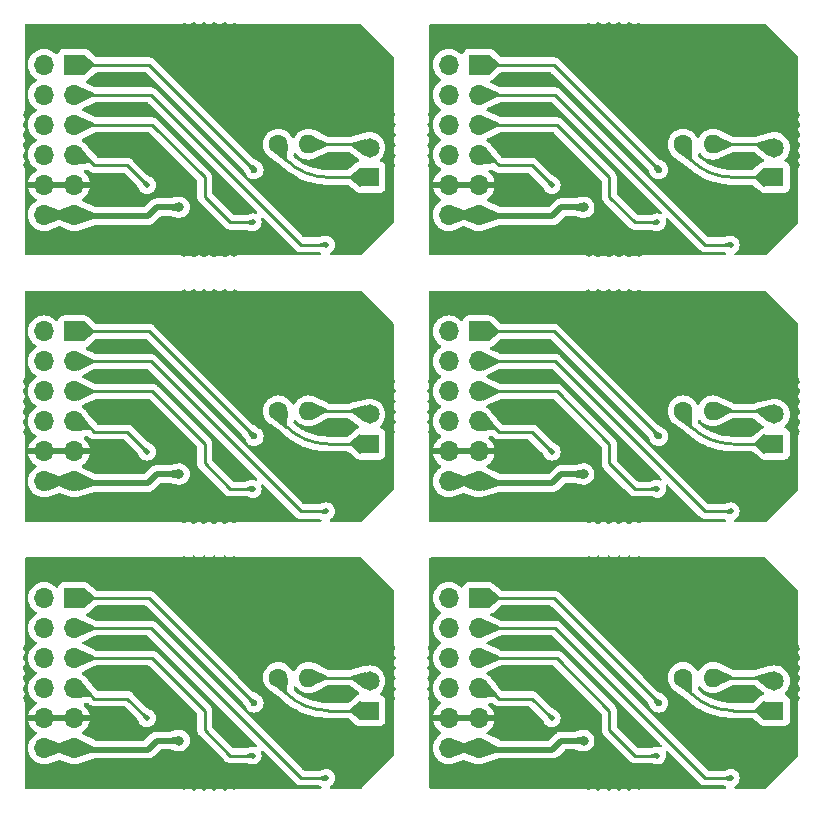
<source format=gbr>
%TF.GenerationSoftware,KiCad,Pcbnew,7.0.9*%
%TF.CreationDate,2024-01-17T02:03:21+09:00*%
%TF.ProjectId,kikit,6b696b69-742e-46b6-9963-61645f706362,rev?*%
%TF.SameCoordinates,Original*%
%TF.FileFunction,Copper,L2,Bot*%
%TF.FilePolarity,Positive*%
%FSLAX46Y46*%
G04 Gerber Fmt 4.6, Leading zero omitted, Abs format (unit mm)*
G04 Created by KiCad (PCBNEW 7.0.9) date 2024-01-17 02:03:21*
%MOMM*%
%LPD*%
G01*
G04 APERTURE LIST*
%TA.AperFunction,ComponentPad*%
%ADD10C,1.600000*%
%TD*%
%TA.AperFunction,ComponentPad*%
%ADD11O,1.600000X1.600000*%
%TD*%
%TA.AperFunction,ComponentPad*%
%ADD12R,1.700000X1.700000*%
%TD*%
%TA.AperFunction,ComponentPad*%
%ADD13O,1.700000X1.700000*%
%TD*%
%TA.AperFunction,ComponentPad*%
%ADD14R,1.650000X1.650000*%
%TD*%
%TA.AperFunction,ComponentPad*%
%ADD15C,1.650000*%
%TD*%
%TA.AperFunction,ViaPad*%
%ADD16C,0.500000*%
%TD*%
%TA.AperFunction,ViaPad*%
%ADD17C,0.600000*%
%TD*%
%TA.AperFunction,ViaPad*%
%ADD18C,0.800000*%
%TD*%
%TA.AperFunction,Conductor*%
%ADD19C,0.250000*%
%TD*%
%TA.AperFunction,Conductor*%
%ADD20C,0.500000*%
%TD*%
G04 APERTURE END LIST*
D10*
%TO.P,R1,1*%
%TO.N,Board_2-Net-(IC1-CANH)*%
X137232000Y-60242000D03*
D11*
%TO.P,R1,2*%
%TO.N,Board_2-Net-(IC1-CANL)*%
X139772000Y-60242000D03*
%TD*%
D12*
%TO.P,J2,1,Pin_1*%
%TO.N,Board_2-Net-(IC1-S)*%
X119941000Y-53511000D03*
D13*
%TO.P,J2,2,Pin_2*%
%TO.N,Board_2-Net-(IC1-RXD)*%
X119941000Y-56051000D03*
%TO.P,J2,3,Pin_3*%
%TO.N,Board_2-Net-(IC1-TXD)*%
X119941000Y-58591000D03*
%TO.P,J2,4,Pin_4*%
%TO.N,Board_2-Net-(J2-Pin_4)*%
X119941000Y-61131000D03*
%TO.P,J2,5,Pin_5*%
%TO.N,Board_2-GND*%
X119941000Y-63671000D03*
%TO.P,J2,6,Pin_6*%
%TO.N,Board_2-+3V3*%
X119941000Y-66211000D03*
%TO.P,J2,7,Pin_7*%
%TO.N,Board_2-unconnected-(J2-Pin_7-Pad7)*%
X117401000Y-53511000D03*
%TO.P,J2,8,Pin_8*%
%TO.N,Board_2-unconnected-(J2-Pin_8-Pad8)*%
X117401000Y-56051000D03*
%TO.P,J2,9,Pin_9*%
%TO.N,Board_2-unconnected-(J2-Pin_9-Pad9)*%
X117401000Y-58591000D03*
%TO.P,J2,10,Pin_10*%
%TO.N,Board_2-unconnected-(J2-Pin_10-Pad10)*%
X117401000Y-61131000D03*
%TO.P,J2,11,Pin_11*%
%TO.N,Board_2-GND*%
X117401000Y-63671000D03*
%TO.P,J2,12,Pin_12*%
%TO.N,Board_2-+3V3*%
X117401000Y-66211000D03*
%TD*%
D14*
%TO.P,J1,1,1*%
%TO.N,Board_1-Net-(IC1-CANH)*%
X179218000Y-40462000D03*
D15*
%TO.P,J1,2,2*%
%TO.N,Board_1-Net-(IC1-CANL)*%
X179218000Y-37962000D03*
%TD*%
D12*
%TO.P,J2,1,Pin_1*%
%TO.N,Board_1-Net-(IC1-S)*%
X154199000Y-30937000D03*
D13*
%TO.P,J2,2,Pin_2*%
%TO.N,Board_1-Net-(IC1-RXD)*%
X154199000Y-33477000D03*
%TO.P,J2,3,Pin_3*%
%TO.N,Board_1-Net-(IC1-TXD)*%
X154199000Y-36017000D03*
%TO.P,J2,4,Pin_4*%
%TO.N,Board_1-Net-(J2-Pin_4)*%
X154199000Y-38557000D03*
%TO.P,J2,5,Pin_5*%
%TO.N,Board_1-GND*%
X154199000Y-41097000D03*
%TO.P,J2,6,Pin_6*%
%TO.N,Board_1-+3V3*%
X154199000Y-43637000D03*
%TO.P,J2,7,Pin_7*%
%TO.N,Board_1-unconnected-(J2-Pin_7-Pad7)*%
X151659000Y-30937000D03*
%TO.P,J2,8,Pin_8*%
%TO.N,Board_1-unconnected-(J2-Pin_8-Pad8)*%
X151659000Y-33477000D03*
%TO.P,J2,9,Pin_9*%
%TO.N,Board_1-unconnected-(J2-Pin_9-Pad9)*%
X151659000Y-36017000D03*
%TO.P,J2,10,Pin_10*%
%TO.N,Board_1-unconnected-(J2-Pin_10-Pad10)*%
X151659000Y-38557000D03*
%TO.P,J2,11,Pin_11*%
%TO.N,Board_1-GND*%
X151659000Y-41097000D03*
%TO.P,J2,12,Pin_12*%
%TO.N,Board_1-+3V3*%
X151659000Y-43637000D03*
%TD*%
D12*
%TO.P,J2,1,Pin_1*%
%TO.N,Board_4-Net-(IC1-S)*%
X119941000Y-76085000D03*
D13*
%TO.P,J2,2,Pin_2*%
%TO.N,Board_4-Net-(IC1-RXD)*%
X119941000Y-78625000D03*
%TO.P,J2,3,Pin_3*%
%TO.N,Board_4-Net-(IC1-TXD)*%
X119941000Y-81165000D03*
%TO.P,J2,4,Pin_4*%
%TO.N,Board_4-Net-(J2-Pin_4)*%
X119941000Y-83705000D03*
%TO.P,J2,5,Pin_5*%
%TO.N,Board_4-GND*%
X119941000Y-86245000D03*
%TO.P,J2,6,Pin_6*%
%TO.N,Board_4-+3V3*%
X119941000Y-88785000D03*
%TO.P,J2,7,Pin_7*%
%TO.N,Board_4-unconnected-(J2-Pin_7-Pad7)*%
X117401000Y-76085000D03*
%TO.P,J2,8,Pin_8*%
%TO.N,Board_4-unconnected-(J2-Pin_8-Pad8)*%
X117401000Y-78625000D03*
%TO.P,J2,9,Pin_9*%
%TO.N,Board_4-unconnected-(J2-Pin_9-Pad9)*%
X117401000Y-81165000D03*
%TO.P,J2,10,Pin_10*%
%TO.N,Board_4-unconnected-(J2-Pin_10-Pad10)*%
X117401000Y-83705000D03*
%TO.P,J2,11,Pin_11*%
%TO.N,Board_4-GND*%
X117401000Y-86245000D03*
%TO.P,J2,12,Pin_12*%
%TO.N,Board_4-+3V3*%
X117401000Y-88785000D03*
%TD*%
D14*
%TO.P,J1,1,1*%
%TO.N,Board_4-Net-(IC1-CANH)*%
X144960000Y-85610000D03*
D15*
%TO.P,J1,2,2*%
%TO.N,Board_4-Net-(IC1-CANL)*%
X144960000Y-83110000D03*
%TD*%
D12*
%TO.P,J2,1,Pin_1*%
%TO.N,Board_3-Net-(IC1-S)*%
X154199000Y-53511000D03*
D13*
%TO.P,J2,2,Pin_2*%
%TO.N,Board_3-Net-(IC1-RXD)*%
X154199000Y-56051000D03*
%TO.P,J2,3,Pin_3*%
%TO.N,Board_3-Net-(IC1-TXD)*%
X154199000Y-58591000D03*
%TO.P,J2,4,Pin_4*%
%TO.N,Board_3-Net-(J2-Pin_4)*%
X154199000Y-61131000D03*
%TO.P,J2,5,Pin_5*%
%TO.N,Board_3-GND*%
X154199000Y-63671000D03*
%TO.P,J2,6,Pin_6*%
%TO.N,Board_3-+3V3*%
X154199000Y-66211000D03*
%TO.P,J2,7,Pin_7*%
%TO.N,Board_3-unconnected-(J2-Pin_7-Pad7)*%
X151659000Y-53511000D03*
%TO.P,J2,8,Pin_8*%
%TO.N,Board_3-unconnected-(J2-Pin_8-Pad8)*%
X151659000Y-56051000D03*
%TO.P,J2,9,Pin_9*%
%TO.N,Board_3-unconnected-(J2-Pin_9-Pad9)*%
X151659000Y-58591000D03*
%TO.P,J2,10,Pin_10*%
%TO.N,Board_3-unconnected-(J2-Pin_10-Pad10)*%
X151659000Y-61131000D03*
%TO.P,J2,11,Pin_11*%
%TO.N,Board_3-GND*%
X151659000Y-63671000D03*
%TO.P,J2,12,Pin_12*%
%TO.N,Board_3-+3V3*%
X151659000Y-66211000D03*
%TD*%
D10*
%TO.P,R1,1*%
%TO.N,Board_1-Net-(IC1-CANH)*%
X171490000Y-37668000D03*
D11*
%TO.P,R1,2*%
%TO.N,Board_1-Net-(IC1-CANL)*%
X174030000Y-37668000D03*
%TD*%
D12*
%TO.P,J2,1,Pin_1*%
%TO.N,Board_5-Net-(IC1-S)*%
X154199000Y-76085000D03*
D13*
%TO.P,J2,2,Pin_2*%
%TO.N,Board_5-Net-(IC1-RXD)*%
X154199000Y-78625000D03*
%TO.P,J2,3,Pin_3*%
%TO.N,Board_5-Net-(IC1-TXD)*%
X154199000Y-81165000D03*
%TO.P,J2,4,Pin_4*%
%TO.N,Board_5-Net-(J2-Pin_4)*%
X154199000Y-83705000D03*
%TO.P,J2,5,Pin_5*%
%TO.N,Board_5-GND*%
X154199000Y-86245000D03*
%TO.P,J2,6,Pin_6*%
%TO.N,Board_5-+3V3*%
X154199000Y-88785000D03*
%TO.P,J2,7,Pin_7*%
%TO.N,Board_5-unconnected-(J2-Pin_7-Pad7)*%
X151659000Y-76085000D03*
%TO.P,J2,8,Pin_8*%
%TO.N,Board_5-unconnected-(J2-Pin_8-Pad8)*%
X151659000Y-78625000D03*
%TO.P,J2,9,Pin_9*%
%TO.N,Board_5-unconnected-(J2-Pin_9-Pad9)*%
X151659000Y-81165000D03*
%TO.P,J2,10,Pin_10*%
%TO.N,Board_5-unconnected-(J2-Pin_10-Pad10)*%
X151659000Y-83705000D03*
%TO.P,J2,11,Pin_11*%
%TO.N,Board_5-GND*%
X151659000Y-86245000D03*
%TO.P,J2,12,Pin_12*%
%TO.N,Board_5-+3V3*%
X151659000Y-88785000D03*
%TD*%
D10*
%TO.P,R1,1*%
%TO.N,Board_4-Net-(IC1-CANH)*%
X137232000Y-82816000D03*
D11*
%TO.P,R1,2*%
%TO.N,Board_4-Net-(IC1-CANL)*%
X139772000Y-82816000D03*
%TD*%
D14*
%TO.P,J1,1,1*%
%TO.N,Board_5-Net-(IC1-CANH)*%
X179218000Y-85610000D03*
D15*
%TO.P,J1,2,2*%
%TO.N,Board_5-Net-(IC1-CANL)*%
X179218000Y-83110000D03*
%TD*%
D14*
%TO.P,J1,1,1*%
%TO.N,Board_2-Net-(IC1-CANH)*%
X144960000Y-63036000D03*
D15*
%TO.P,J1,2,2*%
%TO.N,Board_2-Net-(IC1-CANL)*%
X144960000Y-60536000D03*
%TD*%
D12*
%TO.P,J2,1,Pin_1*%
%TO.N,Board_0-Net-(IC1-S)*%
X119941000Y-30937000D03*
D13*
%TO.P,J2,2,Pin_2*%
%TO.N,Board_0-Net-(IC1-RXD)*%
X119941000Y-33477000D03*
%TO.P,J2,3,Pin_3*%
%TO.N,Board_0-Net-(IC1-TXD)*%
X119941000Y-36017000D03*
%TO.P,J2,4,Pin_4*%
%TO.N,Board_0-Net-(J2-Pin_4)*%
X119941000Y-38557000D03*
%TO.P,J2,5,Pin_5*%
%TO.N,Board_0-GND*%
X119941000Y-41097000D03*
%TO.P,J2,6,Pin_6*%
%TO.N,Board_0-+3V3*%
X119941000Y-43637000D03*
%TO.P,J2,7,Pin_7*%
%TO.N,Board_0-unconnected-(J2-Pin_7-Pad7)*%
X117401000Y-30937000D03*
%TO.P,J2,8,Pin_8*%
%TO.N,Board_0-unconnected-(J2-Pin_8-Pad8)*%
X117401000Y-33477000D03*
%TO.P,J2,9,Pin_9*%
%TO.N,Board_0-unconnected-(J2-Pin_9-Pad9)*%
X117401000Y-36017000D03*
%TO.P,J2,10,Pin_10*%
%TO.N,Board_0-unconnected-(J2-Pin_10-Pad10)*%
X117401000Y-38557000D03*
%TO.P,J2,11,Pin_11*%
%TO.N,Board_0-GND*%
X117401000Y-41097000D03*
%TO.P,J2,12,Pin_12*%
%TO.N,Board_0-+3V3*%
X117401000Y-43637000D03*
%TD*%
D10*
%TO.P,R1,1*%
%TO.N,Board_3-Net-(IC1-CANH)*%
X171490000Y-60242000D03*
D11*
%TO.P,R1,2*%
%TO.N,Board_3-Net-(IC1-CANL)*%
X174030000Y-60242000D03*
%TD*%
D14*
%TO.P,J1,1,1*%
%TO.N,Board_3-Net-(IC1-CANH)*%
X179218000Y-63036000D03*
D15*
%TO.P,J1,2,2*%
%TO.N,Board_3-Net-(IC1-CANL)*%
X179218000Y-60536000D03*
%TD*%
D10*
%TO.P,R1,1*%
%TO.N,Board_5-Net-(IC1-CANH)*%
X171490000Y-82816000D03*
D11*
%TO.P,R1,2*%
%TO.N,Board_5-Net-(IC1-CANL)*%
X174030000Y-82816000D03*
%TD*%
D14*
%TO.P,J1,1,1*%
%TO.N,Board_0-Net-(IC1-CANH)*%
X144960000Y-40462000D03*
D15*
%TO.P,J1,2,2*%
%TO.N,Board_0-Net-(IC1-CANL)*%
X144960000Y-37962000D03*
%TD*%
D10*
%TO.P,R1,1*%
%TO.N,Board_0-Net-(IC1-CANH)*%
X137232000Y-37668000D03*
D11*
%TO.P,R1,2*%
%TO.N,Board_0-Net-(IC1-CANL)*%
X139772000Y-37668000D03*
%TD*%
D16*
%TO.N,Board_5-Net-(J2-Pin_4)*%
X160371200Y-86270400D03*
%TO.N,Board_5-Net-(IC1-TXD)*%
X169312000Y-89420000D03*
D17*
%TO.N,Board_5-Net-(IC1-S)*%
X169439000Y-84975000D03*
D16*
%TO.N,Board_5-Net-(IC1-RXD)*%
X175535000Y-91325000D03*
%TO.N,Board_5-GND*%
X175916000Y-76212000D03*
X167026000Y-87007000D03*
X175306400Y-84289200D03*
X169566000Y-76212000D03*
X159152000Y-73418000D03*
X163089000Y-76212000D03*
X177440000Y-91833000D03*
X179472000Y-76212000D03*
X163216000Y-85864000D03*
D18*
%TO.N,Board_5-+3V3*%
X163089000Y-88150000D03*
D16*
%TO.N,Board_4-Net-(J2-Pin_4)*%
X126113200Y-86270400D03*
%TO.N,Board_4-Net-(IC1-TXD)*%
X135054000Y-89420000D03*
D17*
%TO.N,Board_4-Net-(IC1-S)*%
X135181000Y-84975000D03*
D16*
%TO.N,Board_4-Net-(IC1-RXD)*%
X141277000Y-91325000D03*
%TO.N,Board_4-GND*%
X141048400Y-84289200D03*
X135308000Y-76212000D03*
X145214000Y-76212000D03*
X128831000Y-76212000D03*
X141658000Y-76212000D03*
X128958000Y-85864000D03*
X124894000Y-73418000D03*
X132768000Y-87007000D03*
X143182000Y-91833000D03*
D18*
%TO.N,Board_4-+3V3*%
X128831000Y-88150000D03*
D16*
%TO.N,Board_3-Net-(J2-Pin_4)*%
X160371200Y-63696400D03*
%TO.N,Board_3-Net-(IC1-TXD)*%
X169312000Y-66846000D03*
D17*
%TO.N,Board_3-Net-(IC1-S)*%
X169439000Y-62401000D03*
D16*
%TO.N,Board_3-Net-(IC1-RXD)*%
X175535000Y-68751000D03*
%TO.N,Board_3-GND*%
X179472000Y-53638000D03*
X159152000Y-50844000D03*
X169566000Y-53638000D03*
X167026000Y-64433000D03*
X163216000Y-63290000D03*
X175306400Y-61715200D03*
X175916000Y-53638000D03*
X163089000Y-53638000D03*
X177440000Y-69259000D03*
D18*
%TO.N,Board_3-+3V3*%
X163089000Y-65576000D03*
D16*
%TO.N,Board_2-Net-(J2-Pin_4)*%
X126113200Y-63696400D03*
%TO.N,Board_2-Net-(IC1-TXD)*%
X135054000Y-66846000D03*
D17*
%TO.N,Board_2-Net-(IC1-S)*%
X135181000Y-62401000D03*
D16*
%TO.N,Board_2-Net-(IC1-RXD)*%
X141277000Y-68751000D03*
%TO.N,Board_2-GND*%
X128831000Y-53638000D03*
X135308000Y-53638000D03*
X141658000Y-53638000D03*
X145214000Y-53638000D03*
X132768000Y-64433000D03*
X128958000Y-63290000D03*
X124894000Y-50844000D03*
X143182000Y-69259000D03*
X141048400Y-61715200D03*
D18*
%TO.N,Board_2-+3V3*%
X128831000Y-65576000D03*
D16*
%TO.N,Board_1-Net-(J2-Pin_4)*%
X160371200Y-41122400D03*
%TO.N,Board_1-Net-(IC1-TXD)*%
X169312000Y-44272000D03*
D17*
%TO.N,Board_1-Net-(IC1-S)*%
X169439000Y-39827000D03*
D16*
%TO.N,Board_1-Net-(IC1-RXD)*%
X175535000Y-46177000D03*
%TO.N,Board_1-GND*%
X179472000Y-31064000D03*
X167026000Y-41859000D03*
X159152000Y-28270000D03*
X169566000Y-31064000D03*
X175306400Y-39141200D03*
X175916000Y-31064000D03*
X163216000Y-40716000D03*
X163089000Y-31064000D03*
X177440000Y-46685000D03*
D18*
%TO.N,Board_1-+3V3*%
X163089000Y-43002000D03*
D16*
%TO.N,Board_0-Net-(J2-Pin_4)*%
X126113200Y-41122400D03*
%TO.N,Board_0-Net-(IC1-TXD)*%
X135054000Y-44272000D03*
D17*
%TO.N,Board_0-Net-(IC1-S)*%
X135181000Y-39827000D03*
D16*
%TO.N,Board_0-Net-(IC1-RXD)*%
X141277000Y-46177000D03*
%TO.N,Board_0-GND*%
X128958000Y-40716000D03*
X135308000Y-31064000D03*
X124894000Y-28270000D03*
X141048400Y-39141200D03*
X141658000Y-31064000D03*
X128831000Y-31064000D03*
X145214000Y-31064000D03*
X132768000Y-41859000D03*
X143182000Y-46685000D03*
D18*
%TO.N,Board_0-+3V3*%
X128831000Y-43002000D03*
%TD*%
D19*
%TO.N,Board_5-Net-(J2-Pin_4)*%
X155011800Y-83705000D02*
X154199000Y-83705000D01*
X158694800Y-84594000D02*
X155900800Y-84594000D01*
X155900800Y-84594000D02*
X155011800Y-83705000D01*
X160371200Y-86270400D02*
X158694800Y-84594000D01*
%TO.N,Board_5-Net-(IC1-TXD)*%
X165248000Y-87261000D02*
X165248000Y-85610000D01*
X167407000Y-89420000D02*
X165248000Y-87261000D01*
X165248000Y-85610000D02*
X160803000Y-81165000D01*
X169312000Y-89420000D02*
X167407000Y-89420000D01*
X160803000Y-81165000D02*
X154199000Y-81165000D01*
%TO.N,Board_5-Net-(IC1-S)*%
X169439000Y-84975000D02*
X160549000Y-76085000D01*
X160549000Y-76085000D02*
X154199000Y-76085000D01*
%TO.N,Board_5-Net-(IC1-RXD)*%
X175535000Y-91325000D02*
X173376000Y-91325000D01*
X160676000Y-78625000D02*
X154199000Y-78625000D01*
X173376000Y-91325000D02*
X160676000Y-78625000D01*
%TO.N,Board_5-Net-(IC1-CANL)*%
X178924000Y-82816000D02*
X179218000Y-83110000D01*
X174030000Y-82816000D02*
X178924000Y-82816000D01*
%TO.N,Board_5-Net-(IC1-CANH)*%
X172165550Y-84145518D02*
G75*
G03*
X175701068Y-85610000I3535550J3535518D01*
G01*
X171490000Y-82816000D02*
X171490000Y-83470000D01*
X175701068Y-85610000D02*
X179218000Y-85610000D01*
X171490000Y-83470000D02*
X172165534Y-84145534D01*
D20*
%TO.N,Board_5-GND*%
X151659000Y-86245000D02*
X154199000Y-86245000D01*
%TO.N,Board_5-+3V3*%
X163089000Y-88150000D02*
X161184000Y-88150000D01*
X161184000Y-88150000D02*
X160422000Y-88912000D01*
X160422000Y-88912000D02*
X154199000Y-88912000D01*
X151659000Y-88785000D02*
X154199000Y-88785000D01*
D19*
%TO.N,Board_4-Net-(J2-Pin_4)*%
X124436800Y-84594000D02*
X121642800Y-84594000D01*
X126113200Y-86270400D02*
X124436800Y-84594000D01*
X120753800Y-83705000D02*
X119941000Y-83705000D01*
X121642800Y-84594000D02*
X120753800Y-83705000D01*
%TO.N,Board_4-Net-(IC1-TXD)*%
X126545000Y-81165000D02*
X119941000Y-81165000D01*
X133149000Y-89420000D02*
X130990000Y-87261000D01*
X135054000Y-89420000D02*
X133149000Y-89420000D01*
X130990000Y-87261000D02*
X130990000Y-85610000D01*
X130990000Y-85610000D02*
X126545000Y-81165000D01*
%TO.N,Board_4-Net-(IC1-S)*%
X135181000Y-84975000D02*
X126291000Y-76085000D01*
X126291000Y-76085000D02*
X119941000Y-76085000D01*
%TO.N,Board_4-Net-(IC1-RXD)*%
X126418000Y-78625000D02*
X119941000Y-78625000D01*
X141277000Y-91325000D02*
X139118000Y-91325000D01*
X139118000Y-91325000D02*
X126418000Y-78625000D01*
%TO.N,Board_4-Net-(IC1-CANL)*%
X139772000Y-82816000D02*
X144666000Y-82816000D01*
X144666000Y-82816000D02*
X144960000Y-83110000D01*
%TO.N,Board_4-Net-(IC1-CANH)*%
X137907550Y-84145518D02*
G75*
G03*
X141443068Y-85610000I3535550J3535518D01*
G01*
X137232000Y-83470000D02*
X137907534Y-84145534D01*
X141443068Y-85610000D02*
X144960000Y-85610000D01*
X137232000Y-82816000D02*
X137232000Y-83470000D01*
D20*
%TO.N,Board_4-GND*%
X117401000Y-86245000D02*
X119941000Y-86245000D01*
%TO.N,Board_4-+3V3*%
X128831000Y-88150000D02*
X126926000Y-88150000D01*
X117401000Y-88785000D02*
X119941000Y-88785000D01*
X126164000Y-88912000D02*
X119941000Y-88912000D01*
X126926000Y-88150000D02*
X126164000Y-88912000D01*
D19*
%TO.N,Board_3-Net-(J2-Pin_4)*%
X155011800Y-61131000D02*
X154199000Y-61131000D01*
X155900800Y-62020000D02*
X155011800Y-61131000D01*
X160371200Y-63696400D02*
X158694800Y-62020000D01*
X158694800Y-62020000D02*
X155900800Y-62020000D01*
%TO.N,Board_3-Net-(IC1-TXD)*%
X169312000Y-66846000D02*
X167407000Y-66846000D01*
X165248000Y-64687000D02*
X165248000Y-63036000D01*
X167407000Y-66846000D02*
X165248000Y-64687000D01*
X160803000Y-58591000D02*
X154199000Y-58591000D01*
X165248000Y-63036000D02*
X160803000Y-58591000D01*
%TO.N,Board_3-Net-(IC1-S)*%
X169439000Y-62401000D02*
X160549000Y-53511000D01*
X160549000Y-53511000D02*
X154199000Y-53511000D01*
%TO.N,Board_3-Net-(IC1-RXD)*%
X173376000Y-68751000D02*
X160676000Y-56051000D01*
X175535000Y-68751000D02*
X173376000Y-68751000D01*
X160676000Y-56051000D02*
X154199000Y-56051000D01*
%TO.N,Board_3-Net-(IC1-CANL)*%
X178924000Y-60242000D02*
X179218000Y-60536000D01*
X174030000Y-60242000D02*
X178924000Y-60242000D01*
%TO.N,Board_3-Net-(IC1-CANH)*%
X172165550Y-61571518D02*
G75*
G03*
X175701068Y-63036000I3535550J3535518D01*
G01*
X171490000Y-60896000D02*
X172165534Y-61571534D01*
X175701068Y-63036000D02*
X179218000Y-63036000D01*
X171490000Y-60242000D02*
X171490000Y-60896000D01*
D20*
%TO.N,Board_3-GND*%
X151659000Y-63671000D02*
X154199000Y-63671000D01*
%TO.N,Board_3-+3V3*%
X161184000Y-65576000D02*
X160422000Y-66338000D01*
X160422000Y-66338000D02*
X154199000Y-66338000D01*
X151659000Y-66211000D02*
X154199000Y-66211000D01*
X163089000Y-65576000D02*
X161184000Y-65576000D01*
D19*
%TO.N,Board_2-Net-(J2-Pin_4)*%
X124436800Y-62020000D02*
X121642800Y-62020000D01*
X126113200Y-63696400D02*
X124436800Y-62020000D01*
X120753800Y-61131000D02*
X119941000Y-61131000D01*
X121642800Y-62020000D02*
X120753800Y-61131000D01*
%TO.N,Board_2-Net-(IC1-TXD)*%
X130990000Y-64687000D02*
X130990000Y-63036000D01*
X126545000Y-58591000D02*
X119941000Y-58591000D01*
X130990000Y-63036000D02*
X126545000Y-58591000D01*
X133149000Y-66846000D02*
X130990000Y-64687000D01*
X135054000Y-66846000D02*
X133149000Y-66846000D01*
%TO.N,Board_2-Net-(IC1-S)*%
X135181000Y-62401000D02*
X126291000Y-53511000D01*
X126291000Y-53511000D02*
X119941000Y-53511000D01*
%TO.N,Board_2-Net-(IC1-RXD)*%
X139118000Y-68751000D02*
X126418000Y-56051000D01*
X141277000Y-68751000D02*
X139118000Y-68751000D01*
X126418000Y-56051000D02*
X119941000Y-56051000D01*
%TO.N,Board_2-Net-(IC1-CANL)*%
X139772000Y-60242000D02*
X144666000Y-60242000D01*
X144666000Y-60242000D02*
X144960000Y-60536000D01*
%TO.N,Board_2-Net-(IC1-CANH)*%
X137907550Y-61571518D02*
G75*
G03*
X141443068Y-63036000I3535550J3535518D01*
G01*
X137232000Y-60242000D02*
X137232000Y-60896000D01*
X141443068Y-63036000D02*
X144960000Y-63036000D01*
X137232000Y-60896000D02*
X137907534Y-61571534D01*
D20*
%TO.N,Board_2-GND*%
X117401000Y-63671000D02*
X119941000Y-63671000D01*
%TO.N,Board_2-+3V3*%
X128831000Y-65576000D02*
X126926000Y-65576000D01*
X126926000Y-65576000D02*
X126164000Y-66338000D01*
X126164000Y-66338000D02*
X119941000Y-66338000D01*
X117401000Y-66211000D02*
X119941000Y-66211000D01*
D19*
%TO.N,Board_1-Net-(J2-Pin_4)*%
X160371200Y-41122400D02*
X158694800Y-39446000D01*
X158694800Y-39446000D02*
X155900800Y-39446000D01*
X155900800Y-39446000D02*
X155011800Y-38557000D01*
X155011800Y-38557000D02*
X154199000Y-38557000D01*
%TO.N,Board_1-Net-(IC1-TXD)*%
X160803000Y-36017000D02*
X154199000Y-36017000D01*
X165248000Y-42113000D02*
X165248000Y-40462000D01*
X169312000Y-44272000D02*
X167407000Y-44272000D01*
X167407000Y-44272000D02*
X165248000Y-42113000D01*
X165248000Y-40462000D02*
X160803000Y-36017000D01*
%TO.N,Board_1-Net-(IC1-S)*%
X169439000Y-39827000D02*
X160549000Y-30937000D01*
X160549000Y-30937000D02*
X154199000Y-30937000D01*
%TO.N,Board_1-Net-(IC1-RXD)*%
X175535000Y-46177000D02*
X173376000Y-46177000D01*
X173376000Y-46177000D02*
X160676000Y-33477000D01*
X160676000Y-33477000D02*
X154199000Y-33477000D01*
%TO.N,Board_1-Net-(IC1-CANL)*%
X174030000Y-37668000D02*
X178924000Y-37668000D01*
X178924000Y-37668000D02*
X179218000Y-37962000D01*
%TO.N,Board_1-Net-(IC1-CANH)*%
X172165550Y-38997518D02*
G75*
G03*
X175701068Y-40462000I3535550J3535518D01*
G01*
X171490000Y-37668000D02*
X171490000Y-38322000D01*
X171490000Y-38322000D02*
X172165534Y-38997534D01*
X175701068Y-40462000D02*
X179218000Y-40462000D01*
D20*
%TO.N,Board_1-GND*%
X151659000Y-41097000D02*
X154199000Y-41097000D01*
%TO.N,Board_1-+3V3*%
X161184000Y-43002000D02*
X160422000Y-43764000D01*
X151659000Y-43637000D02*
X154199000Y-43637000D01*
X163089000Y-43002000D02*
X161184000Y-43002000D01*
X160422000Y-43764000D02*
X154199000Y-43764000D01*
D19*
%TO.N,Board_0-Net-(J2-Pin_4)*%
X121642800Y-39446000D02*
X120753800Y-38557000D01*
X124436800Y-39446000D02*
X121642800Y-39446000D01*
X126113200Y-41122400D02*
X124436800Y-39446000D01*
X120753800Y-38557000D02*
X119941000Y-38557000D01*
%TO.N,Board_0-Net-(IC1-TXD)*%
X126545000Y-36017000D02*
X119941000Y-36017000D01*
X130990000Y-40462000D02*
X126545000Y-36017000D01*
X133149000Y-44272000D02*
X130990000Y-42113000D01*
X135054000Y-44272000D02*
X133149000Y-44272000D01*
X130990000Y-42113000D02*
X130990000Y-40462000D01*
%TO.N,Board_0-Net-(IC1-S)*%
X126291000Y-30937000D02*
X119941000Y-30937000D01*
X135181000Y-39827000D02*
X126291000Y-30937000D01*
%TO.N,Board_0-Net-(IC1-RXD)*%
X139118000Y-46177000D02*
X126418000Y-33477000D01*
X126418000Y-33477000D02*
X119941000Y-33477000D01*
X141277000Y-46177000D02*
X139118000Y-46177000D01*
%TO.N,Board_0-Net-(IC1-CANL)*%
X139772000Y-37668000D02*
X144666000Y-37668000D01*
X144666000Y-37668000D02*
X144960000Y-37962000D01*
%TO.N,Board_0-Net-(IC1-CANH)*%
X137907550Y-38997518D02*
G75*
G03*
X141443068Y-40462000I3535550J3535518D01*
G01*
X137232000Y-37668000D02*
X137232000Y-38322000D01*
X141443068Y-40462000D02*
X144960000Y-40462000D01*
X137232000Y-38322000D02*
X137907534Y-38997534D01*
D20*
%TO.N,Board_0-GND*%
X117401000Y-41097000D02*
X119941000Y-41097000D01*
%TO.N,Board_0-+3V3*%
X128831000Y-43002000D02*
X126926000Y-43002000D01*
X117401000Y-43637000D02*
X119941000Y-43637000D01*
X126926000Y-43002000D02*
X126164000Y-43764000D01*
X126164000Y-43764000D02*
X119941000Y-43764000D01*
%TD*%
%TA.AperFunction,Conductor*%
%TO.N,Board_2-Net-(IC1-S)*%
G36*
X120799217Y-52668008D02*
G01*
X121636893Y-53382497D01*
X121640963Y-53390472D01*
X121641000Y-53391398D01*
X121641000Y-53630601D01*
X121637573Y-53638874D01*
X121636893Y-53639503D01*
X120799218Y-54353990D01*
X120790699Y-54356751D01*
X120783357Y-54353366D01*
X120068024Y-53638874D01*
X119948286Y-53519276D01*
X119944855Y-53511007D01*
X119948276Y-53502733D01*
X120783358Y-52668632D01*
X120791632Y-52665211D01*
X120799217Y-52668008D01*
G37*
%TD.AperFunction*%
%TD*%
%TA.AperFunction,Conductor*%
%TO.N,Board_2-Net-(IC1-CANL)*%
G36*
X144643258Y-59777623D02*
G01*
X144648222Y-59783272D01*
X144957993Y-60528765D01*
X144958003Y-60537719D01*
X144955455Y-60541534D01*
X144383795Y-61112216D01*
X144375519Y-61115636D01*
X144368531Y-61113313D01*
X143373182Y-60370508D01*
X143368602Y-60362813D01*
X143368480Y-60361131D01*
X143368480Y-60125968D01*
X143371907Y-60117695D01*
X143377141Y-60114670D01*
X144634381Y-59776463D01*
X144643258Y-59777623D01*
G37*
%TD.AperFunction*%
%TD*%
%TA.AperFunction,Conductor*%
%TO.N,Board_1-Net-(J2-Pin_4)*%
G36*
X160113825Y-40685013D02*
G01*
X160458094Y-40886298D01*
X160463507Y-40893432D01*
X160463015Y-40900835D01*
X160373764Y-41118575D01*
X160367455Y-41124931D01*
X160367375Y-41124964D01*
X160149635Y-41214215D01*
X160140681Y-41214182D01*
X160135098Y-41209294D01*
X159933813Y-40865026D01*
X159932596Y-40856158D01*
X159935639Y-40850853D01*
X160099652Y-40686840D01*
X160107924Y-40683414D01*
X160113825Y-40685013D01*
G37*
%TD.AperFunction*%
%TD*%
%TA.AperFunction,Conductor*%
%TO.N,Board_0-+3V3*%
G36*
X119614010Y-42856045D02*
G01*
X119620108Y-42862267D01*
X119940134Y-43632511D01*
X119940143Y-43641466D01*
X119940134Y-43641489D01*
X119620108Y-44411732D01*
X119613769Y-44418057D01*
X119605058Y-44418146D01*
X118248455Y-43889902D01*
X118241989Y-43883706D01*
X118241000Y-43878999D01*
X118241000Y-43395000D01*
X118244427Y-43386727D01*
X118248455Y-43384097D01*
X119605058Y-42855853D01*
X119614010Y-42856045D01*
G37*
%TD.AperFunction*%
%TD*%
%TA.AperFunction,Conductor*%
%TO.N,Board_3-Net-(IC1-CANL)*%
G36*
X178901258Y-59777623D02*
G01*
X178906222Y-59783272D01*
X179215993Y-60528765D01*
X179216003Y-60537719D01*
X179213455Y-60541534D01*
X178641795Y-61112216D01*
X178633519Y-61115636D01*
X178626531Y-61113313D01*
X177631182Y-60370508D01*
X177626602Y-60362813D01*
X177626480Y-60361131D01*
X177626480Y-60125968D01*
X177629907Y-60117695D01*
X177635141Y-60114670D01*
X178892381Y-59776463D01*
X178901258Y-59777623D01*
G37*
%TD.AperFunction*%
%TD*%
%TA.AperFunction,Conductor*%
%TO.N,Board_2-Net-(IC1-CANH)*%
G36*
X144142622Y-62218613D02*
G01*
X144952711Y-63027722D01*
X144956143Y-63035993D01*
X144952721Y-63044268D01*
X144952711Y-63044278D01*
X144142622Y-63853386D01*
X144134347Y-63856808D01*
X144126784Y-63854029D01*
X143314130Y-63164504D01*
X143310039Y-63156539D01*
X143310000Y-63155583D01*
X143310000Y-62916416D01*
X143313427Y-62908143D01*
X143314119Y-62907504D01*
X144126786Y-62217969D01*
X144135310Y-62215230D01*
X144142622Y-62218613D01*
G37*
%TD.AperFunction*%
%TD*%
%TA.AperFunction,Conductor*%
%TO.N,Board_1-+3V3*%
G36*
X163083942Y-42606435D02*
G01*
X163088835Y-42613935D01*
X163089035Y-42616062D01*
X163090000Y-43002000D01*
X163089035Y-43387937D01*
X163085587Y-43396202D01*
X163077306Y-43399608D01*
X163075179Y-43399408D01*
X162298544Y-43253789D01*
X162291044Y-43248896D01*
X162289000Y-43242289D01*
X162289000Y-42761710D01*
X162292427Y-42753437D01*
X162298542Y-42750210D01*
X163075180Y-42604591D01*
X163083942Y-42606435D01*
G37*
%TD.AperFunction*%
%TD*%
%TA.AperFunction,Conductor*%
%TO.N,Board_1-+3V3*%
G36*
X153872010Y-42856045D02*
G01*
X153878108Y-42862267D01*
X154198134Y-43632511D01*
X154198143Y-43641466D01*
X154198134Y-43641489D01*
X153878108Y-44411732D01*
X153871769Y-44418057D01*
X153863058Y-44418146D01*
X152506455Y-43889902D01*
X152499989Y-43883706D01*
X152499000Y-43878999D01*
X152499000Y-43395000D01*
X152502427Y-43386727D01*
X152506455Y-43384097D01*
X153863058Y-42855853D01*
X153872010Y-42856045D01*
G37*
%TD.AperFunction*%
%TD*%
%TA.AperFunction,Conductor*%
%TO.N,Board_3-Net-(J2-Pin_4)*%
G36*
X154807424Y-60539119D02*
G01*
X154808213Y-60539994D01*
X155725586Y-61666488D01*
X155728153Y-61675067D01*
X155724787Y-61682149D01*
X155558454Y-61848482D01*
X155551293Y-61851856D01*
X154211801Y-61979777D01*
X154203240Y-61977152D01*
X154199042Y-61969242D01*
X154198989Y-61968140D01*
X154198892Y-61851856D01*
X154198297Y-61135152D01*
X154201717Y-61126877D01*
X154201734Y-61126860D01*
X154790880Y-60539097D01*
X154799155Y-60535682D01*
X154807424Y-60539119D01*
G37*
%TD.AperFunction*%
%TD*%
%TA.AperFunction,Conductor*%
%TO.N,Board_0-Net-(IC1-CANL)*%
G36*
X140088724Y-36933932D02*
G01*
X140089240Y-36934161D01*
X141365317Y-37539828D01*
X141371321Y-37546471D01*
X141372000Y-37550398D01*
X141372000Y-37785601D01*
X141368573Y-37793874D01*
X141365317Y-37796171D01*
X140089251Y-38401833D01*
X140080307Y-38402284D01*
X140073664Y-38396280D01*
X140073430Y-38395753D01*
X140043898Y-38324690D01*
X139772864Y-37672487D01*
X139772854Y-37663538D01*
X140073430Y-36940245D01*
X140079769Y-36933921D01*
X140088724Y-36933932D01*
G37*
%TD.AperFunction*%
%TD*%
%TA.AperFunction,Conductor*%
%TO.N,Board_1-Net-(IC1-RXD)*%
G36*
X175438366Y-45949825D02*
G01*
X175443254Y-45955408D01*
X175534109Y-46172483D01*
X175534142Y-46181437D01*
X175534109Y-46181517D01*
X175443254Y-46398591D01*
X175436898Y-46404900D01*
X175429495Y-46405392D01*
X175043734Y-46304289D01*
X175036600Y-46298876D01*
X175035000Y-46292971D01*
X175035000Y-46061028D01*
X175038427Y-46052755D01*
X175043731Y-46049711D01*
X175429495Y-45948607D01*
X175438366Y-45949825D01*
G37*
%TD.AperFunction*%
%TD*%
%TA.AperFunction,Conductor*%
%TO.N,Board_5-Net-(IC1-TXD)*%
G36*
X169215366Y-89192825D02*
G01*
X169220254Y-89198408D01*
X169311109Y-89415483D01*
X169311142Y-89424437D01*
X169311109Y-89424517D01*
X169220254Y-89641591D01*
X169213898Y-89647900D01*
X169206495Y-89648392D01*
X168820734Y-89547289D01*
X168813600Y-89541876D01*
X168812000Y-89535971D01*
X168812000Y-89304028D01*
X168815427Y-89295755D01*
X168820731Y-89292711D01*
X169206495Y-89191607D01*
X169215366Y-89192825D01*
G37*
%TD.AperFunction*%
%TD*%
%TA.AperFunction,Conductor*%
%TO.N,Board_3-Net-(IC1-CANH)*%
G36*
X178400622Y-62218613D02*
G01*
X179210711Y-63027722D01*
X179214143Y-63035993D01*
X179210721Y-63044268D01*
X179210711Y-63044278D01*
X178400622Y-63853386D01*
X178392347Y-63856808D01*
X178384784Y-63854029D01*
X177572130Y-63164504D01*
X177568039Y-63156539D01*
X177568000Y-63155583D01*
X177568000Y-62916416D01*
X177571427Y-62908143D01*
X177572119Y-62907504D01*
X178384786Y-62217969D01*
X178393310Y-62215230D01*
X178400622Y-62218613D01*
G37*
%TD.AperFunction*%
%TD*%
%TA.AperFunction,Conductor*%
%TO.N,Board_5-Net-(J2-Pin_4)*%
G36*
X154807424Y-83113119D02*
G01*
X154808213Y-83113994D01*
X155725586Y-84240488D01*
X155728153Y-84249067D01*
X155724787Y-84256149D01*
X155558454Y-84422482D01*
X155551293Y-84425856D01*
X154211801Y-84553777D01*
X154203240Y-84551152D01*
X154199042Y-84543242D01*
X154198989Y-84542140D01*
X154198892Y-84425856D01*
X154198297Y-83709152D01*
X154201717Y-83700877D01*
X154201734Y-83700860D01*
X154790880Y-83113097D01*
X154799155Y-83109682D01*
X154807424Y-83113119D01*
G37*
%TD.AperFunction*%
%TD*%
%TA.AperFunction,Conductor*%
%TO.N,Board_0-+3V3*%
G36*
X119093545Y-43384097D02*
G01*
X119100011Y-43390293D01*
X119101000Y-43395000D01*
X119101000Y-43878999D01*
X119097573Y-43887272D01*
X119093545Y-43889902D01*
X117736941Y-44418146D01*
X117727989Y-44417954D01*
X117721891Y-44411732D01*
X117401865Y-43641489D01*
X117401856Y-43632534D01*
X117401865Y-43632511D01*
X117500548Y-43395000D01*
X117721891Y-42862266D01*
X117728230Y-42855942D01*
X117736941Y-42855853D01*
X119093545Y-43384097D01*
G37*
%TD.AperFunction*%
%TD*%
%TA.AperFunction,Conductor*%
%TO.N,Board_5-Net-(IC1-CANL)*%
G36*
X174346724Y-82081932D02*
G01*
X174347240Y-82082161D01*
X175623317Y-82687828D01*
X175629321Y-82694471D01*
X175630000Y-82698398D01*
X175630000Y-82933601D01*
X175626573Y-82941874D01*
X175623317Y-82944171D01*
X174347251Y-83549833D01*
X174338307Y-83550284D01*
X174331664Y-83544280D01*
X174331430Y-83543753D01*
X174301898Y-83472690D01*
X174030864Y-82820487D01*
X174030854Y-82811538D01*
X174331430Y-82088245D01*
X174337769Y-82081921D01*
X174346724Y-82081932D01*
G37*
%TD.AperFunction*%
%TD*%
%TA.AperFunction,Conductor*%
%TO.N,Board_1-Net-(IC1-S)*%
G36*
X169110736Y-39318325D02*
G01*
X169544346Y-39544893D01*
X169550092Y-39551762D01*
X169549751Y-39559707D01*
X169441563Y-39823184D01*
X169435251Y-39829536D01*
X169435184Y-39829563D01*
X169171707Y-39937751D01*
X169162752Y-39937724D01*
X169156893Y-39932346D01*
X168930325Y-39498737D01*
X168929532Y-39489821D01*
X168932421Y-39485051D01*
X169097050Y-39320422D01*
X169105322Y-39316996D01*
X169110736Y-39318325D01*
G37*
%TD.AperFunction*%
%TD*%
%TA.AperFunction,Conductor*%
%TO.N,Board_4-Net-(IC1-TXD)*%
G36*
X120276836Y-80384791D02*
G01*
X120277413Y-80385049D01*
X121634366Y-81036814D01*
X121640339Y-81043484D01*
X121641000Y-81047360D01*
X121641000Y-81282639D01*
X121637573Y-81290912D01*
X121634366Y-81293186D01*
X120277413Y-81944950D01*
X120268471Y-81945442D01*
X120261800Y-81939469D01*
X120261542Y-81938892D01*
X119941865Y-81169489D01*
X119941856Y-81160534D01*
X119941865Y-81160511D01*
X120261542Y-80391107D01*
X120267881Y-80384782D01*
X120276836Y-80384791D01*
G37*
%TD.AperFunction*%
%TD*%
%TA.AperFunction,Conductor*%
%TO.N,Board_5-GND*%
G36*
X177477822Y-83461185D02*
G01*
X177484939Y-83466118D01*
X178293577Y-84069585D01*
X178306315Y-84079091D01*
X178348269Y-84134962D01*
X178353357Y-84204646D01*
X178319963Y-84266019D01*
X178275482Y-84294651D01*
X178245344Y-84305891D01*
X178239984Y-84307541D01*
X178230136Y-84310706D01*
X178230135Y-84310706D01*
X178179566Y-84329999D01*
X178179102Y-84330231D01*
X178173115Y-84332831D01*
X178150671Y-84341203D01*
X178150666Y-84341206D01*
X178095042Y-84382844D01*
X178090864Y-84385713D01*
X178057741Y-84406518D01*
X178057734Y-84406523D01*
X177519695Y-84863042D01*
X177424460Y-84943848D01*
X177411256Y-84955051D01*
X177347403Y-84983414D01*
X177331031Y-84984500D01*
X175701072Y-84984500D01*
X175322513Y-84967969D01*
X175317123Y-84967497D01*
X174944139Y-84918391D01*
X174938810Y-84917451D01*
X174571514Y-84836021D01*
X174566287Y-84834620D01*
X174207490Y-84721490D01*
X174202405Y-84719639D01*
X173854834Y-84575668D01*
X173849930Y-84573381D01*
X173612602Y-84449835D01*
X173516224Y-84399663D01*
X173511554Y-84396967D01*
X173291795Y-84256963D01*
X173194252Y-84194820D01*
X173189820Y-84191717D01*
X173182518Y-84186114D01*
X172995671Y-84042739D01*
X172891357Y-83962695D01*
X172887220Y-83959225D01*
X172806807Y-83885539D01*
X172770679Y-83825735D01*
X172766635Y-83790417D01*
X172770123Y-83673560D01*
X172791799Y-83607141D01*
X172845945Y-83562982D01*
X172915369Y-83555106D01*
X172978031Y-83586015D01*
X172995643Y-83606139D01*
X173029006Y-83653787D01*
X173029956Y-83655143D01*
X173190858Y-83816045D01*
X173190861Y-83816047D01*
X173377266Y-83946568D01*
X173583504Y-84042739D01*
X173583509Y-84042740D01*
X173583511Y-84042741D01*
X173615555Y-84051327D01*
X173803308Y-84101635D01*
X173965230Y-84115801D01*
X174029998Y-84121468D01*
X174030000Y-84121468D01*
X174030002Y-84121468D01*
X174086673Y-84116509D01*
X174256692Y-84101635D01*
X174476496Y-84042739D01*
X174530986Y-84017328D01*
X174538841Y-84014297D01*
X174564002Y-84006505D01*
X174564009Y-84006501D01*
X174564016Y-84006499D01*
X175729172Y-83453478D01*
X175782341Y-83441500D01*
X177410783Y-83441500D01*
X177477822Y-83461185D01*
G37*
%TD.AperFunction*%
%TA.AperFunction,Conductor*%
G36*
X166993011Y-72482440D02*
G01*
X167022696Y-72501517D01*
X167105627Y-72573377D01*
X167236543Y-72633165D01*
X167343201Y-72648500D01*
X167343204Y-72648500D01*
X167414796Y-72648500D01*
X167414799Y-72648500D01*
X167521457Y-72633165D01*
X167652373Y-72573377D01*
X167672798Y-72555678D01*
X167736350Y-72526654D01*
X167805508Y-72536595D01*
X167835200Y-72555677D01*
X167855627Y-72573377D01*
X167878899Y-72584005D01*
X167880451Y-72584714D01*
X167895978Y-72593192D01*
X167918947Y-72607953D01*
X167945136Y-72615643D01*
X167961713Y-72621826D01*
X167986538Y-72633163D01*
X167986539Y-72633163D01*
X167986543Y-72633165D01*
X168013564Y-72637050D01*
X168030846Y-72640809D01*
X168057039Y-72648500D01*
X168093201Y-72648500D01*
X168218201Y-72648500D01*
X168289799Y-72648500D01*
X169093201Y-72648500D01*
X169164799Y-72648500D01*
X178451324Y-72648500D01*
X178518363Y-72668185D01*
X178539005Y-72684819D01*
X181221181Y-75366995D01*
X181254666Y-75428318D01*
X181257500Y-75454676D01*
X181257500Y-80006963D01*
X181265190Y-80033154D01*
X181268947Y-80050423D01*
X181272835Y-80077455D01*
X181272835Y-80077457D01*
X181284173Y-80102283D01*
X181290355Y-80118858D01*
X181292600Y-80126505D01*
X181298047Y-80145053D01*
X181312801Y-80168012D01*
X181312806Y-80168019D01*
X181321282Y-80183541D01*
X181332623Y-80208373D01*
X181350344Y-80228824D01*
X181350346Y-80228826D01*
X181379371Y-80292382D01*
X181369427Y-80361540D01*
X181360949Y-80377068D01*
X181298045Y-80474949D01*
X181257500Y-80613036D01*
X181257500Y-80756963D01*
X181298045Y-80895050D01*
X181298047Y-80895053D01*
X181375857Y-81016128D01*
X181390467Y-81028788D01*
X181428241Y-81087565D01*
X181428241Y-81157435D01*
X181390467Y-81216211D01*
X181375857Y-81228872D01*
X181375856Y-81228873D01*
X181298045Y-81349949D01*
X181257500Y-81488036D01*
X181257500Y-81631963D01*
X181298045Y-81770050D01*
X181298047Y-81770053D01*
X181375857Y-81891128D01*
X181390467Y-81903788D01*
X181428241Y-81962565D01*
X181428241Y-82032435D01*
X181390467Y-82091211D01*
X181375857Y-82103872D01*
X181375856Y-82103873D01*
X181298045Y-82224949D01*
X181257500Y-82363036D01*
X181257500Y-82506963D01*
X181298045Y-82645050D01*
X181298047Y-82645053D01*
X181375857Y-82766128D01*
X181390467Y-82778788D01*
X181428241Y-82837565D01*
X181428241Y-82907435D01*
X181390467Y-82966211D01*
X181375857Y-82978872D01*
X181375856Y-82978873D01*
X181298045Y-83099949D01*
X181257500Y-83238036D01*
X181257500Y-83381963D01*
X181298045Y-83520050D01*
X181298047Y-83520053D01*
X181375857Y-83641128D01*
X181390467Y-83653788D01*
X181428241Y-83712565D01*
X181428241Y-83782435D01*
X181390467Y-83841211D01*
X181383585Y-83847176D01*
X181375856Y-83853873D01*
X181298045Y-83974949D01*
X181257500Y-84113036D01*
X181257500Y-84256963D01*
X181298045Y-84395050D01*
X181360949Y-84492931D01*
X181380633Y-84559971D01*
X181360948Y-84627010D01*
X181350347Y-84641171D01*
X181332623Y-84661625D01*
X181332621Y-84661628D01*
X181321280Y-84686461D01*
X181312805Y-84701982D01*
X181298048Y-84724945D01*
X181290355Y-84751141D01*
X181284175Y-84767710D01*
X181272835Y-84792541D01*
X181272834Y-84792544D01*
X181268948Y-84819568D01*
X181265190Y-84836842D01*
X181257501Y-84863034D01*
X181257500Y-84863042D01*
X181257500Y-89415324D01*
X181237815Y-89482363D01*
X181221181Y-89503005D01*
X178539005Y-92185181D01*
X178477682Y-92218666D01*
X178451324Y-92221500D01*
X175949272Y-92221500D01*
X175882233Y-92201815D01*
X175836478Y-92149011D01*
X175826534Y-92079853D01*
X175855559Y-92016297D01*
X175883299Y-91992507D01*
X176005888Y-91915478D01*
X176005887Y-91915478D01*
X176005890Y-91915477D01*
X176125477Y-91795890D01*
X176125964Y-91795115D01*
X176215452Y-91652697D01*
X176215454Y-91652694D01*
X176215454Y-91652692D01*
X176215456Y-91652690D01*
X176271313Y-91493059D01*
X176271313Y-91493058D01*
X176271314Y-91493056D01*
X176290249Y-91325002D01*
X176290249Y-91324997D01*
X176271314Y-91156943D01*
X176215454Y-90997305D01*
X176215452Y-90997302D01*
X176125481Y-90854115D01*
X176125476Y-90854109D01*
X176005890Y-90734523D01*
X176005884Y-90734518D01*
X175862697Y-90644547D01*
X175862694Y-90644545D01*
X175703056Y-90588685D01*
X175535003Y-90569751D01*
X175534997Y-90569751D01*
X175366945Y-90588685D01*
X175366935Y-90588688D01*
X175331485Y-90601092D01*
X175304591Y-90607251D01*
X175301335Y-90607622D01*
X174966233Y-90695449D01*
X174934796Y-90699500D01*
X173686453Y-90699500D01*
X173619414Y-90679815D01*
X173598772Y-90663181D01*
X161176803Y-78241212D01*
X161166980Y-78228950D01*
X161166759Y-78229134D01*
X161161786Y-78223123D01*
X161111364Y-78175773D01*
X161096926Y-78161335D01*
X161090475Y-78154883D01*
X161084986Y-78150625D01*
X161080561Y-78146847D01*
X161046582Y-78114938D01*
X161046580Y-78114936D01*
X161046577Y-78114935D01*
X161029029Y-78105288D01*
X161012763Y-78094604D01*
X160996933Y-78082325D01*
X160954168Y-78063818D01*
X160948922Y-78061248D01*
X160908093Y-78038803D01*
X160908092Y-78038802D01*
X160888693Y-78033822D01*
X160870281Y-78027518D01*
X160851898Y-78019562D01*
X160851892Y-78019560D01*
X160805874Y-78012272D01*
X160800152Y-78011087D01*
X160755021Y-77999500D01*
X160755019Y-77999500D01*
X160734984Y-77999500D01*
X160715586Y-77997973D01*
X160708162Y-77996797D01*
X160695805Y-77994840D01*
X160695804Y-77994840D01*
X160649416Y-77999225D01*
X160643578Y-77999500D01*
X156052749Y-77999500D01*
X155999062Y-77987275D01*
X155898884Y-77939158D01*
X155239778Y-77622579D01*
X155187871Y-77575811D01*
X155169489Y-77508402D01*
X155190469Y-77441757D01*
X155244150Y-77397034D01*
X155248963Y-77395066D01*
X155263618Y-77389433D01*
X155263619Y-77389431D01*
X155264470Y-77389105D01*
X155269083Y-77387093D01*
X155291331Y-77378796D01*
X155348141Y-77336266D01*
X155352148Y-77333507D01*
X155385260Y-77312592D01*
X156029805Y-76762834D01*
X156056392Y-76740157D01*
X156120172Y-76711628D01*
X156136861Y-76710500D01*
X160238548Y-76710500D01*
X160305587Y-76730185D01*
X160326229Y-76746819D01*
X168493002Y-84913592D01*
X168515222Y-84943848D01*
X168707177Y-85311214D01*
X168710572Y-85319042D01*
X168713210Y-85324520D01*
X168713211Y-85324522D01*
X168809184Y-85477262D01*
X168936738Y-85604816D01*
X168946338Y-85610848D01*
X169039414Y-85669332D01*
X169089478Y-85700789D01*
X169152062Y-85722688D01*
X169259745Y-85760368D01*
X169259750Y-85760369D01*
X169438996Y-85780565D01*
X169439000Y-85780565D01*
X169439004Y-85780565D01*
X169618249Y-85760369D01*
X169618252Y-85760368D01*
X169618255Y-85760368D01*
X169788522Y-85700789D01*
X169941262Y-85604816D01*
X170068816Y-85477262D01*
X170164789Y-85324522D01*
X170224368Y-85154255D01*
X170224369Y-85154249D01*
X170244565Y-84975003D01*
X170244565Y-84974996D01*
X170224369Y-84795750D01*
X170224368Y-84795745D01*
X170198385Y-84721490D01*
X170164789Y-84625478D01*
X170133952Y-84576402D01*
X170068815Y-84472737D01*
X169941262Y-84345184D01*
X169881471Y-84307615D01*
X169788522Y-84249211D01*
X169788517Y-84249209D01*
X169783024Y-84246564D01*
X169775213Y-84243177D01*
X169407849Y-84051223D01*
X169377593Y-84029003D01*
X168164591Y-82816001D01*
X170184532Y-82816001D01*
X170204364Y-83042686D01*
X170204366Y-83042697D01*
X170263258Y-83262488D01*
X170263261Y-83262497D01*
X170359431Y-83468732D01*
X170359432Y-83468734D01*
X170489954Y-83655141D01*
X170650858Y-83816045D01*
X170837251Y-83946558D01*
X170837255Y-83946560D01*
X170837266Y-83946568D01*
X170837278Y-83946573D01*
X170837657Y-83946792D01*
X170843535Y-83950642D01*
X171428016Y-84382844D01*
X171767069Y-84633561D01*
X171781025Y-84645583D01*
X171879543Y-84744103D01*
X171936259Y-84792543D01*
X172215679Y-85031192D01*
X172377431Y-85148713D01*
X172573309Y-85291028D01*
X172708585Y-85373926D01*
X172950215Y-85521999D01*
X172950219Y-85522001D01*
X173344084Y-85722688D01*
X173609845Y-85832771D01*
X173752487Y-85891856D01*
X174172903Y-86028460D01*
X174602740Y-86131658D01*
X174602739Y-86131658D01*
X174765266Y-86157400D01*
X175039349Y-86200812D01*
X175039352Y-86200812D01*
X175039357Y-86200813D01*
X175480035Y-86235498D01*
X175480038Y-86235498D01*
X175612052Y-86235498D01*
X175612060Y-86235500D01*
X175622049Y-86235500D01*
X175701064Y-86235500D01*
X175777013Y-86235500D01*
X177331033Y-86235500D01*
X177398072Y-86255185D01*
X177411255Y-86264947D01*
X177682389Y-86495000D01*
X178057738Y-86813478D01*
X178083815Y-86834167D01*
X178083817Y-86834168D01*
X178083822Y-86834172D01*
X178101694Y-86843818D01*
X178117098Y-86853665D01*
X178150669Y-86878796D01*
X178150670Y-86878796D01*
X178150671Y-86878797D01*
X178150674Y-86878798D01*
X178197886Y-86896407D01*
X178205672Y-86899939D01*
X178210437Y-86902511D01*
X178214376Y-86903958D01*
X178217990Y-86905287D01*
X178217988Y-86905286D01*
X178217992Y-86905287D01*
X178218000Y-86905290D01*
X178228960Y-86908271D01*
X178234326Y-86909998D01*
X178268055Y-86922578D01*
X178285514Y-86929090D01*
X178285516Y-86929091D01*
X178292444Y-86929835D01*
X178345127Y-86935500D01*
X180090872Y-86935499D01*
X180150483Y-86929091D01*
X180285331Y-86878796D01*
X180400546Y-86792546D01*
X180486796Y-86677331D01*
X180537091Y-86542483D01*
X180543500Y-86482873D01*
X180543499Y-84737128D01*
X180537091Y-84677517D01*
X180531164Y-84661627D01*
X180486797Y-84542671D01*
X180486793Y-84542664D01*
X180400547Y-84427455D01*
X180400544Y-84427452D01*
X180285335Y-84341206D01*
X180285330Y-84341203D01*
X180157298Y-84293450D01*
X180101365Y-84251578D01*
X180076948Y-84186114D01*
X180091800Y-84117841D01*
X180112945Y-84089593D01*
X180237270Y-83965269D01*
X180370301Y-83775282D01*
X180468320Y-83565079D01*
X180528349Y-83341050D01*
X180548563Y-83110000D01*
X180547683Y-83099947D01*
X180537091Y-82978872D01*
X180528349Y-82878950D01*
X180468320Y-82654921D01*
X180370301Y-82444719D01*
X180370299Y-82444716D01*
X180370298Y-82444714D01*
X180237273Y-82254735D01*
X180237268Y-82254729D01*
X180073269Y-82090730D01*
X179995681Y-82036402D01*
X179883282Y-81957699D01*
X179673079Y-81859680D01*
X179673076Y-81859679D01*
X179673074Y-81859678D01*
X179449051Y-81799651D01*
X179449044Y-81799650D01*
X179218002Y-81779437D01*
X179217998Y-81779437D01*
X178986955Y-81799650D01*
X178986948Y-81799651D01*
X178762917Y-81859680D01*
X178762909Y-81859683D01*
X178761839Y-81860183D01*
X178741668Y-81867534D01*
X177556914Y-82186243D01*
X177524702Y-82190500D01*
X175782343Y-82190500D01*
X175729174Y-82178522D01*
X174558175Y-81622728D01*
X174551781Y-81619891D01*
X174551783Y-81619892D01*
X174551778Y-81619890D01*
X174544962Y-81617384D01*
X174508890Y-81604124D01*
X174504078Y-81602122D01*
X174476498Y-81589262D01*
X174476488Y-81589258D01*
X174256697Y-81530366D01*
X174256693Y-81530365D01*
X174256692Y-81530365D01*
X174256691Y-81530364D01*
X174256686Y-81530364D01*
X174030002Y-81510532D01*
X174029998Y-81510532D01*
X173803313Y-81530364D01*
X173803302Y-81530366D01*
X173583511Y-81589258D01*
X173583502Y-81589261D01*
X173377267Y-81685431D01*
X173377265Y-81685432D01*
X173190858Y-81815954D01*
X173029954Y-81976858D01*
X172899432Y-82163265D01*
X172899431Y-82163267D01*
X172872382Y-82221275D01*
X172826209Y-82273714D01*
X172759016Y-82292866D01*
X172692135Y-82272650D01*
X172647618Y-82221275D01*
X172620568Y-82163266D01*
X172512987Y-82009623D01*
X172490045Y-81976858D01*
X172329141Y-81815954D01*
X172142734Y-81685432D01*
X172142732Y-81685431D01*
X171936497Y-81589261D01*
X171936488Y-81589258D01*
X171716697Y-81530366D01*
X171716693Y-81530365D01*
X171716692Y-81530365D01*
X171716691Y-81530364D01*
X171716686Y-81530364D01*
X171490002Y-81510532D01*
X171489998Y-81510532D01*
X171263313Y-81530364D01*
X171263302Y-81530366D01*
X171043511Y-81589258D01*
X171043502Y-81589261D01*
X170837267Y-81685431D01*
X170837265Y-81685432D01*
X170650858Y-81815954D01*
X170489954Y-81976858D01*
X170359432Y-82163265D01*
X170359431Y-82163267D01*
X170263261Y-82369502D01*
X170263258Y-82369511D01*
X170204366Y-82589302D01*
X170204364Y-82589313D01*
X170184532Y-82815998D01*
X170184532Y-82816001D01*
X168164591Y-82816001D01*
X161049803Y-75701212D01*
X161039980Y-75688950D01*
X161039759Y-75689134D01*
X161034786Y-75683123D01*
X160984364Y-75635773D01*
X160969926Y-75621335D01*
X160963475Y-75614883D01*
X160957986Y-75610625D01*
X160953561Y-75606847D01*
X160919582Y-75574938D01*
X160919580Y-75574936D01*
X160919577Y-75574935D01*
X160902029Y-75565288D01*
X160885763Y-75554604D01*
X160869933Y-75542325D01*
X160827168Y-75523818D01*
X160821922Y-75521248D01*
X160781093Y-75498803D01*
X160781092Y-75498802D01*
X160761693Y-75493822D01*
X160743281Y-75487518D01*
X160724898Y-75479562D01*
X160724892Y-75479560D01*
X160678874Y-75472272D01*
X160673152Y-75471087D01*
X160628021Y-75459500D01*
X160628019Y-75459500D01*
X160607984Y-75459500D01*
X160588586Y-75457973D01*
X160581162Y-75456797D01*
X160568805Y-75454840D01*
X160568804Y-75454840D01*
X160522416Y-75459225D01*
X160516578Y-75459500D01*
X156136860Y-75459500D01*
X156069821Y-75439815D01*
X156056391Y-75429843D01*
X155385260Y-74857407D01*
X155358647Y-74836213D01*
X155358648Y-74836213D01*
X155358646Y-74836212D01*
X155353855Y-74833619D01*
X155340681Y-74826488D01*
X155325396Y-74816705D01*
X155308480Y-74804042D01*
X155291331Y-74791204D01*
X155291328Y-74791202D01*
X155244418Y-74773706D01*
X155236561Y-74770136D01*
X155232110Y-74767727D01*
X155224523Y-74764929D01*
X155224521Y-74764929D01*
X155213709Y-74761980D01*
X155208351Y-74760254D01*
X155156487Y-74740910D01*
X155156480Y-74740908D01*
X155096883Y-74734501D01*
X155096881Y-74734500D01*
X155096873Y-74734500D01*
X155096864Y-74734500D01*
X153301129Y-74734500D01*
X153301123Y-74734501D01*
X153241516Y-74740908D01*
X153106671Y-74791202D01*
X153106664Y-74791206D01*
X152991455Y-74877452D01*
X152991452Y-74877455D01*
X152905206Y-74992664D01*
X152905203Y-74992669D01*
X152856189Y-75124083D01*
X152814317Y-75180016D01*
X152748853Y-75204433D01*
X152680580Y-75189581D01*
X152652326Y-75168430D01*
X152530402Y-75046506D01*
X152530395Y-75046501D01*
X152336834Y-74910967D01*
X152336830Y-74910965D01*
X152274193Y-74881757D01*
X152122663Y-74811097D01*
X152122659Y-74811096D01*
X152122655Y-74811094D01*
X151894413Y-74749938D01*
X151894403Y-74749936D01*
X151659001Y-74729341D01*
X151658999Y-74729341D01*
X151423596Y-74749936D01*
X151423586Y-74749938D01*
X151195344Y-74811094D01*
X151195335Y-74811098D01*
X150981171Y-74910964D01*
X150981169Y-74910965D01*
X150787597Y-75046505D01*
X150620505Y-75213597D01*
X150484965Y-75407169D01*
X150484964Y-75407171D01*
X150385098Y-75621335D01*
X150385094Y-75621344D01*
X150323938Y-75849586D01*
X150323936Y-75849596D01*
X150303341Y-76084999D01*
X150303341Y-76085000D01*
X150323936Y-76320403D01*
X150323938Y-76320413D01*
X150385094Y-76548655D01*
X150385096Y-76548659D01*
X150385097Y-76548663D01*
X150460563Y-76710500D01*
X150484965Y-76762830D01*
X150484967Y-76762834D01*
X150620501Y-76956395D01*
X150620506Y-76956402D01*
X150787597Y-77123493D01*
X150787603Y-77123498D01*
X150973158Y-77253425D01*
X151016783Y-77308002D01*
X151023977Y-77377500D01*
X150992454Y-77439855D01*
X150973158Y-77456575D01*
X150787597Y-77586505D01*
X150620505Y-77753597D01*
X150484965Y-77947169D01*
X150484964Y-77947171D01*
X150385098Y-78161335D01*
X150385094Y-78161344D01*
X150323938Y-78389586D01*
X150323936Y-78389596D01*
X150303341Y-78624999D01*
X150303341Y-78625000D01*
X150323936Y-78860403D01*
X150323938Y-78860413D01*
X150385094Y-79088655D01*
X150385096Y-79088659D01*
X150385097Y-79088663D01*
X150389000Y-79097032D01*
X150484965Y-79302830D01*
X150484967Y-79302834D01*
X150577161Y-79434500D01*
X150620501Y-79496396D01*
X150620506Y-79496402D01*
X150787597Y-79663493D01*
X150787603Y-79663498D01*
X150973158Y-79793425D01*
X151016783Y-79848002D01*
X151023977Y-79917500D01*
X150992454Y-79979855D01*
X150973158Y-79996575D01*
X150787597Y-80126505D01*
X150620505Y-80293597D01*
X150484965Y-80487169D01*
X150484964Y-80487171D01*
X150385098Y-80701335D01*
X150385094Y-80701344D01*
X150323938Y-80929586D01*
X150323936Y-80929596D01*
X150303341Y-81164999D01*
X150303341Y-81165000D01*
X150323936Y-81400403D01*
X150323938Y-81400413D01*
X150385094Y-81628655D01*
X150385096Y-81628659D01*
X150385097Y-81628663D01*
X150477499Y-81826819D01*
X150484965Y-81842830D01*
X150484967Y-81842834D01*
X150584778Y-81985377D01*
X150620501Y-82036396D01*
X150620506Y-82036402D01*
X150787597Y-82203493D01*
X150787603Y-82203498D01*
X150973158Y-82333425D01*
X151016783Y-82388002D01*
X151023977Y-82457500D01*
X150992454Y-82519855D01*
X150973158Y-82536575D01*
X150787597Y-82666505D01*
X150620505Y-82833597D01*
X150484965Y-83027169D01*
X150484964Y-83027171D01*
X150385098Y-83241335D01*
X150385094Y-83241344D01*
X150323938Y-83469586D01*
X150323936Y-83469596D01*
X150303341Y-83704999D01*
X150303341Y-83705000D01*
X150323936Y-83940403D01*
X150323938Y-83940413D01*
X150385094Y-84168655D01*
X150385096Y-84168659D01*
X150385097Y-84168663D01*
X150465555Y-84341206D01*
X150484965Y-84382830D01*
X150484967Y-84382834D01*
X150572933Y-84508461D01*
X150620501Y-84576396D01*
X150620506Y-84576402D01*
X150787597Y-84743493D01*
X150787603Y-84743498D01*
X150822186Y-84767713D01*
X150958325Y-84863039D01*
X150973594Y-84873730D01*
X151017219Y-84928307D01*
X151024413Y-84997805D01*
X150992890Y-85060160D01*
X150973595Y-85076880D01*
X150787922Y-85206890D01*
X150787920Y-85206891D01*
X150620891Y-85373920D01*
X150620886Y-85373926D01*
X150485400Y-85567420D01*
X150485399Y-85567422D01*
X150385570Y-85781507D01*
X150385567Y-85781513D01*
X150328364Y-85994999D01*
X150328364Y-85995000D01*
X151225314Y-85995000D01*
X151199507Y-86035156D01*
X151159000Y-86173111D01*
X151159000Y-86316889D01*
X151199507Y-86454844D01*
X151225314Y-86495000D01*
X150328364Y-86495000D01*
X150385567Y-86708486D01*
X150385570Y-86708492D01*
X150485399Y-86922578D01*
X150620894Y-87116082D01*
X150787917Y-87283105D01*
X150973595Y-87413119D01*
X151017219Y-87467696D01*
X151024412Y-87537195D01*
X150992890Y-87599549D01*
X150973595Y-87616269D01*
X150787594Y-87746508D01*
X150620505Y-87913597D01*
X150484965Y-88107169D01*
X150484964Y-88107171D01*
X150385098Y-88321335D01*
X150385094Y-88321344D01*
X150323938Y-88549586D01*
X150323936Y-88549596D01*
X150303341Y-88784999D01*
X150303341Y-88785000D01*
X150323936Y-89020403D01*
X150323938Y-89020413D01*
X150385094Y-89248655D01*
X150385096Y-89248659D01*
X150385097Y-89248663D01*
X150386626Y-89251941D01*
X150484965Y-89462830D01*
X150484967Y-89462834D01*
X150542525Y-89545034D01*
X150620505Y-89656401D01*
X150787599Y-89823495D01*
X150847807Y-89865653D01*
X150981165Y-89959032D01*
X150981167Y-89959033D01*
X150981170Y-89959035D01*
X151195337Y-90058903D01*
X151423592Y-90120063D01*
X151611918Y-90136539D01*
X151658999Y-90140659D01*
X151659000Y-90140659D01*
X151659001Y-90140659D01*
X151698234Y-90137226D01*
X151894408Y-90120063D01*
X152122663Y-90058903D01*
X152148399Y-90046901D01*
X152172710Y-90038508D01*
X152178361Y-90037195D01*
X152884008Y-89762424D01*
X152953619Y-89756443D01*
X152973981Y-89762421D01*
X153679637Y-90037195D01*
X153692300Y-90041438D01*
X153708814Y-90046972D01*
X153715325Y-90049571D01*
X153718540Y-90051070D01*
X153735337Y-90058903D01*
X153963592Y-90120063D01*
X154151918Y-90136539D01*
X154198999Y-90140659D01*
X154199000Y-90140659D01*
X154199001Y-90140659D01*
X154238234Y-90137226D01*
X154434408Y-90120063D01*
X154662663Y-90058903D01*
X154667089Y-90056838D01*
X154668953Y-90055970D01*
X154685449Y-90049665D01*
X155947495Y-89667814D01*
X155983405Y-89662500D01*
X160358295Y-89662500D01*
X160376265Y-89663809D01*
X160400023Y-89667289D01*
X160452068Y-89662735D01*
X160457470Y-89662500D01*
X160465704Y-89662500D01*
X160465709Y-89662500D01*
X160477327Y-89661141D01*
X160498276Y-89658693D01*
X160511028Y-89657577D01*
X160574797Y-89651999D01*
X160574805Y-89651996D01*
X160581866Y-89650539D01*
X160581878Y-89650598D01*
X160589243Y-89648965D01*
X160589229Y-89648906D01*
X160596246Y-89647241D01*
X160596255Y-89647241D01*
X160668423Y-89620974D01*
X160741334Y-89596814D01*
X160741343Y-89596807D01*
X160747882Y-89593760D01*
X160747908Y-89593816D01*
X160754690Y-89590532D01*
X160754663Y-89590478D01*
X160761106Y-89587240D01*
X160761117Y-89587237D01*
X160825283Y-89545034D01*
X160890656Y-89504712D01*
X160890662Y-89504705D01*
X160896325Y-89500229D01*
X160896363Y-89500277D01*
X160902200Y-89495522D01*
X160902161Y-89495475D01*
X160907696Y-89490830D01*
X160960385Y-89434982D01*
X161458549Y-88936819D01*
X161519872Y-88903334D01*
X161546230Y-88900500D01*
X162203830Y-88900500D01*
X162226682Y-88902624D01*
X162805450Y-89011142D01*
X162837178Y-89017091D01*
X162994354Y-89050500D01*
X163022950Y-89050500D01*
X163028758Y-89050773D01*
X163029972Y-89050887D01*
X163029983Y-89050888D01*
X163029994Y-89050887D01*
X163029996Y-89050888D01*
X163101384Y-89050500D01*
X163183644Y-89050500D01*
X163183646Y-89050500D01*
X163368803Y-89011144D01*
X163541730Y-88934151D01*
X163694871Y-88822888D01*
X163821533Y-88682216D01*
X163916179Y-88518284D01*
X163974674Y-88338256D01*
X163994460Y-88150000D01*
X163974674Y-87961744D01*
X163916179Y-87781716D01*
X163821533Y-87617784D01*
X163694871Y-87477112D01*
X163694870Y-87477111D01*
X163541734Y-87365851D01*
X163541729Y-87365848D01*
X163368807Y-87288857D01*
X163368802Y-87288855D01*
X163223001Y-87257865D01*
X163183646Y-87249500D01*
X162994354Y-87249500D01*
X162868650Y-87276218D01*
X162837224Y-87282898D01*
X162226676Y-87397376D01*
X162203824Y-87399500D01*
X161247705Y-87399500D01*
X161229735Y-87398191D01*
X161205972Y-87394710D01*
X161160533Y-87398686D01*
X161153931Y-87399264D01*
X161148530Y-87399500D01*
X161140289Y-87399500D01*
X161118579Y-87402037D01*
X161107724Y-87403306D01*
X161092419Y-87404645D01*
X161031199Y-87410001D01*
X161024132Y-87411460D01*
X161024120Y-87411404D01*
X161016763Y-87413035D01*
X161016777Y-87413092D01*
X161009743Y-87414759D01*
X160937575Y-87441025D01*
X160864675Y-87465181D01*
X160858126Y-87468236D01*
X160858101Y-87468183D01*
X160851308Y-87471471D01*
X160851334Y-87471523D01*
X160844880Y-87474764D01*
X160780708Y-87516971D01*
X160715347Y-87557285D01*
X160709683Y-87561765D01*
X160709647Y-87561719D01*
X160703798Y-87566484D01*
X160703835Y-87566528D01*
X160698310Y-87571164D01*
X160698304Y-87571169D01*
X160698304Y-87571170D01*
X160654325Y-87617784D01*
X160645598Y-87627034D01*
X160147451Y-88125181D01*
X160086128Y-88158666D01*
X160059770Y-88161500D01*
X156030076Y-88161500D01*
X155975443Y-88148816D01*
X154904733Y-87623323D01*
X154853224Y-87576115D01*
X154835414Y-87508554D01*
X154856958Y-87442088D01*
X154888242Y-87410432D01*
X155070082Y-87283105D01*
X155237105Y-87116082D01*
X155372600Y-86922578D01*
X155472429Y-86708492D01*
X155472432Y-86708486D01*
X155529636Y-86495000D01*
X154632686Y-86495000D01*
X154658493Y-86454844D01*
X154699000Y-86316889D01*
X154699000Y-86173111D01*
X154658493Y-86035156D01*
X154632686Y-85995000D01*
X155529636Y-85995000D01*
X155529635Y-85994999D01*
X155472432Y-85781513D01*
X155472429Y-85781507D01*
X155372600Y-85567422D01*
X155372599Y-85567420D01*
X155237113Y-85373926D01*
X155237108Y-85373920D01*
X155070079Y-85206891D01*
X155060110Y-85199911D01*
X155016484Y-85145336D01*
X155009289Y-85075837D01*
X155040810Y-85013482D01*
X155101039Y-84978067D01*
X155119439Y-84974897D01*
X155311853Y-84956522D01*
X155380460Y-84969744D01*
X155408020Y-84991926D01*
X155409326Y-84990537D01*
X155433761Y-85013482D01*
X155465435Y-85043226D01*
X155486329Y-85064120D01*
X155491811Y-85068373D01*
X155496243Y-85072157D01*
X155530218Y-85104062D01*
X155547776Y-85113714D01*
X155564033Y-85124393D01*
X155579864Y-85136673D01*
X155598598Y-85144780D01*
X155622633Y-85155182D01*
X155627877Y-85157750D01*
X155668708Y-85180197D01*
X155681323Y-85183435D01*
X155688105Y-85185177D01*
X155706519Y-85191481D01*
X155724904Y-85199438D01*
X155770957Y-85206732D01*
X155776626Y-85207906D01*
X155821781Y-85219500D01*
X155841816Y-85219500D01*
X155861213Y-85221026D01*
X155880996Y-85224160D01*
X155927384Y-85219775D01*
X155933222Y-85219500D01*
X158384348Y-85219500D01*
X158451387Y-85239185D01*
X158472029Y-85255819D01*
X159504496Y-86288286D01*
X159523861Y-86313380D01*
X159698713Y-86612438D01*
X159708448Y-86628403D01*
X159711387Y-86632449D01*
X159711326Y-86632492D01*
X159718356Y-86642036D01*
X159780722Y-86741288D01*
X159780725Y-86741292D01*
X159900309Y-86860876D01*
X159900315Y-86860881D01*
X160043502Y-86950852D01*
X160043505Y-86950854D01*
X160043509Y-86950855D01*
X160043510Y-86950856D01*
X160116113Y-86976260D01*
X160203143Y-87006714D01*
X160371197Y-87025649D01*
X160371200Y-87025649D01*
X160371203Y-87025649D01*
X160539256Y-87006714D01*
X160552988Y-87001909D01*
X160698890Y-86950856D01*
X160698892Y-86950854D01*
X160698894Y-86950854D01*
X160698897Y-86950852D01*
X160842084Y-86860881D01*
X160842085Y-86860880D01*
X160842090Y-86860877D01*
X160961677Y-86741290D01*
X160968972Y-86729680D01*
X161051652Y-86598097D01*
X161051654Y-86598094D01*
X161051654Y-86598092D01*
X161051656Y-86598090D01*
X161107513Y-86438459D01*
X161107513Y-86438458D01*
X161107514Y-86438456D01*
X161126449Y-86270402D01*
X161126449Y-86270397D01*
X161107514Y-86102343D01*
X161051654Y-85942705D01*
X161051652Y-85942702D01*
X160961681Y-85799515D01*
X160961676Y-85799509D01*
X160842088Y-85679921D01*
X160722415Y-85604725D01*
X160716808Y-85600753D01*
X160713239Y-85597914D01*
X160713237Y-85597913D01*
X160648445Y-85560031D01*
X160414182Y-85423063D01*
X160389089Y-85403699D01*
X159195603Y-84210212D01*
X159185780Y-84197950D01*
X159185559Y-84198134D01*
X159180586Y-84192123D01*
X159155605Y-84168664D01*
X159130164Y-84144773D01*
X159114661Y-84129270D01*
X159109275Y-84123883D01*
X159103786Y-84119625D01*
X159099361Y-84115847D01*
X159065382Y-84083938D01*
X159065380Y-84083936D01*
X159065377Y-84083935D01*
X159047829Y-84074288D01*
X159031563Y-84063604D01*
X159015733Y-84051325D01*
X158972968Y-84032818D01*
X158967722Y-84030248D01*
X158926893Y-84007803D01*
X158926892Y-84007802D01*
X158907493Y-84002822D01*
X158889081Y-83996518D01*
X158870698Y-83988562D01*
X158870692Y-83988560D01*
X158824674Y-83981272D01*
X158818952Y-83980087D01*
X158773821Y-83968500D01*
X158773819Y-83968500D01*
X158753784Y-83968500D01*
X158734386Y-83966973D01*
X158723614Y-83965267D01*
X158714605Y-83963840D01*
X158714604Y-83963840D01*
X158668216Y-83968225D01*
X158662378Y-83968500D01*
X156214940Y-83968500D01*
X156147901Y-83948815D01*
X156118790Y-83922801D01*
X155402062Y-83042692D01*
X155273940Y-82885363D01*
X155271229Y-82881775D01*
X155237494Y-82833597D01*
X155208979Y-82805083D01*
X155204744Y-82800392D01*
X155196167Y-82789861D01*
X155187885Y-82780198D01*
X155182841Y-82774603D01*
X155182843Y-82774606D01*
X155182839Y-82774602D01*
X155125091Y-82719904D01*
X155125089Y-82719903D01*
X155123210Y-82718482D01*
X155116762Y-82712866D01*
X155070402Y-82666506D01*
X155070401Y-82666505D01*
X154890179Y-82540312D01*
X154846555Y-82485735D01*
X154839362Y-82416236D01*
X154870884Y-82353882D01*
X154907616Y-82326962D01*
X155057991Y-82254735D01*
X155880483Y-81859680D01*
X155999062Y-81802725D01*
X156052749Y-81790500D01*
X160492548Y-81790500D01*
X160559587Y-81810185D01*
X160580229Y-81826819D01*
X164586181Y-85832771D01*
X164619666Y-85894094D01*
X164622500Y-85920452D01*
X164622500Y-87178255D01*
X164620775Y-87193872D01*
X164621061Y-87193899D01*
X164620326Y-87201665D01*
X164622500Y-87270814D01*
X164622500Y-87300343D01*
X164622501Y-87300360D01*
X164623368Y-87307231D01*
X164623826Y-87313050D01*
X164625290Y-87359624D01*
X164625291Y-87359627D01*
X164630880Y-87378867D01*
X164634824Y-87397911D01*
X164637336Y-87417792D01*
X164646955Y-87442088D01*
X164654490Y-87461119D01*
X164656382Y-87466647D01*
X164669296Y-87511097D01*
X164669382Y-87511390D01*
X164672682Y-87516971D01*
X164679580Y-87528634D01*
X164688136Y-87546100D01*
X164694321Y-87561719D01*
X164695514Y-87564732D01*
X164722898Y-87602423D01*
X164726106Y-87607307D01*
X164749827Y-87647416D01*
X164749833Y-87647424D01*
X164763990Y-87661580D01*
X164776628Y-87676376D01*
X164788405Y-87692586D01*
X164788406Y-87692587D01*
X164824309Y-87722288D01*
X164828620Y-87726210D01*
X166517733Y-89415324D01*
X166906197Y-89803788D01*
X166916022Y-89816051D01*
X166916243Y-89815869D01*
X166921214Y-89821878D01*
X166947217Y-89846295D01*
X166971635Y-89869226D01*
X166992529Y-89890120D01*
X166998011Y-89894373D01*
X167002443Y-89898157D01*
X167036418Y-89930062D01*
X167053976Y-89939714D01*
X167070235Y-89950395D01*
X167086064Y-89962673D01*
X167128838Y-89981182D01*
X167134056Y-89983738D01*
X167174908Y-90006197D01*
X167194316Y-90011180D01*
X167212717Y-90017480D01*
X167231104Y-90025437D01*
X167274488Y-90032308D01*
X167277119Y-90032725D01*
X167282839Y-90033909D01*
X167327981Y-90045500D01*
X167348016Y-90045500D01*
X167367414Y-90047026D01*
X167387194Y-90050159D01*
X167387195Y-90050160D01*
X167387195Y-90050159D01*
X167387196Y-90050160D01*
X167433584Y-90045775D01*
X167439422Y-90045500D01*
X168711799Y-90045500D01*
X168743235Y-90049550D01*
X168778926Y-90058905D01*
X169078336Y-90137377D01*
X169101416Y-90142970D01*
X169101399Y-90143037D01*
X169117841Y-90147181D01*
X169143939Y-90156313D01*
X169311997Y-90175249D01*
X169312000Y-90175249D01*
X169312003Y-90175249D01*
X169480056Y-90156314D01*
X169480059Y-90156313D01*
X169639690Y-90100456D01*
X169639692Y-90100454D01*
X169639694Y-90100454D01*
X169639697Y-90100452D01*
X169782884Y-90010481D01*
X169782885Y-90010480D01*
X169782890Y-90010477D01*
X169902477Y-89890890D01*
X169902964Y-89890115D01*
X169992452Y-89747697D01*
X169992454Y-89747694D01*
X169992454Y-89747692D01*
X169992456Y-89747690D01*
X170048313Y-89588059D01*
X170048313Y-89588058D01*
X170048314Y-89588056D01*
X170067249Y-89420002D01*
X170067249Y-89419997D01*
X170048313Y-89251940D01*
X170048313Y-89251939D01*
X170028571Y-89195520D01*
X170025008Y-89125742D01*
X170059737Y-89065114D01*
X170121730Y-89032886D01*
X170191306Y-89039291D01*
X170233293Y-89066884D01*
X172875197Y-91708788D01*
X172885022Y-91721051D01*
X172885243Y-91720869D01*
X172890214Y-91726878D01*
X172916217Y-91751295D01*
X172940635Y-91774226D01*
X172961529Y-91795120D01*
X172967011Y-91799373D01*
X172971443Y-91803157D01*
X173005418Y-91835062D01*
X173022976Y-91844714D01*
X173039235Y-91855395D01*
X173055064Y-91867673D01*
X173097838Y-91886182D01*
X173103056Y-91888738D01*
X173143908Y-91911197D01*
X173163316Y-91916180D01*
X173181717Y-91922480D01*
X173200104Y-91930437D01*
X173243488Y-91937308D01*
X173246119Y-91937725D01*
X173251839Y-91938909D01*
X173296981Y-91950500D01*
X173317016Y-91950500D01*
X173336414Y-91952026D01*
X173356194Y-91955159D01*
X173356195Y-91955160D01*
X173356195Y-91955159D01*
X173356196Y-91955160D01*
X173402584Y-91950775D01*
X173408422Y-91950500D01*
X174934799Y-91950500D01*
X174966235Y-91954550D01*
X174991307Y-91961121D01*
X175053992Y-91977551D01*
X175113851Y-92013589D01*
X175144724Y-92076268D01*
X175136809Y-92145688D01*
X175092619Y-92199808D01*
X175026184Y-92221447D01*
X175022555Y-92221500D01*
X168200961Y-92221500D01*
X168057039Y-92221500D01*
X168057036Y-92221500D01*
X168057034Y-92221501D01*
X168030842Y-92229190D01*
X168013568Y-92232948D01*
X167986544Y-92236834D01*
X167986541Y-92236835D01*
X167961710Y-92248175D01*
X167945141Y-92254355D01*
X167932171Y-92258163D01*
X167918947Y-92262047D01*
X167918945Y-92262047D01*
X167918945Y-92262048D01*
X167895982Y-92276805D01*
X167880461Y-92285280D01*
X167855628Y-92296621D01*
X167855625Y-92296623D01*
X167835201Y-92314321D01*
X167771645Y-92343345D01*
X167702487Y-92333401D01*
X167672799Y-92314321D01*
X167652377Y-92296625D01*
X167652371Y-92296622D01*
X167521456Y-92236834D01*
X167441611Y-92225355D01*
X167414799Y-92221500D01*
X167343201Y-92221500D01*
X167329794Y-92223427D01*
X167236543Y-92236834D01*
X167105628Y-92296622D01*
X167105626Y-92296623D01*
X167055732Y-92339857D01*
X167022701Y-92368477D01*
X166959147Y-92397502D01*
X166889988Y-92387558D01*
X166860299Y-92368478D01*
X166777373Y-92296623D01*
X166777369Y-92296621D01*
X166646456Y-92236834D01*
X166566611Y-92225355D01*
X166539799Y-92221500D01*
X166468201Y-92221500D01*
X166454794Y-92223427D01*
X166361543Y-92236834D01*
X166230628Y-92296622D01*
X166230626Y-92296623D01*
X166180732Y-92339857D01*
X166147701Y-92368477D01*
X166084147Y-92397502D01*
X166014988Y-92387558D01*
X165985299Y-92368478D01*
X165902373Y-92296623D01*
X165902369Y-92296621D01*
X165771456Y-92236834D01*
X165691611Y-92225355D01*
X165664799Y-92221500D01*
X165593201Y-92221500D01*
X165579794Y-92223427D01*
X165486543Y-92236834D01*
X165355628Y-92296622D01*
X165355626Y-92296623D01*
X165305732Y-92339857D01*
X165272701Y-92368477D01*
X165209147Y-92397502D01*
X165139988Y-92387558D01*
X165110299Y-92368478D01*
X165027373Y-92296623D01*
X165027369Y-92296621D01*
X164896456Y-92236834D01*
X164816611Y-92225355D01*
X164789799Y-92221500D01*
X164718201Y-92221500D01*
X164704794Y-92223427D01*
X164611543Y-92236834D01*
X164480628Y-92296622D01*
X164480626Y-92296623D01*
X164430732Y-92339857D01*
X164397701Y-92368477D01*
X164334147Y-92397502D01*
X164264988Y-92387558D01*
X164235299Y-92368478D01*
X164152373Y-92296623D01*
X164152369Y-92296621D01*
X164021456Y-92236834D01*
X163941611Y-92225355D01*
X163914799Y-92221500D01*
X163843201Y-92221500D01*
X163829794Y-92223427D01*
X163736543Y-92236834D01*
X163605628Y-92296622D01*
X163605627Y-92296623D01*
X163585199Y-92314323D01*
X163521642Y-92343345D01*
X163452484Y-92333400D01*
X163422796Y-92314320D01*
X163402373Y-92296623D01*
X163377541Y-92285282D01*
X163362019Y-92276806D01*
X163362017Y-92276805D01*
X163339053Y-92262047D01*
X163339051Y-92262046D01*
X163312858Y-92254355D01*
X163296288Y-92248174D01*
X163271457Y-92236835D01*
X163244423Y-92232947D01*
X163227154Y-92229190D01*
X163200963Y-92221500D01*
X163200961Y-92221500D01*
X163164799Y-92221500D01*
X150124500Y-92221500D01*
X150057461Y-92201815D01*
X150011706Y-92149011D01*
X150000500Y-92097500D01*
X150000500Y-84863039D01*
X150000499Y-84863034D01*
X149992808Y-84836842D01*
X149989050Y-84819564D01*
X149985165Y-84792546D01*
X149985165Y-84792544D01*
X149985165Y-84792543D01*
X149985163Y-84792538D01*
X149973826Y-84767713D01*
X149967643Y-84751136D01*
X149959953Y-84724948D01*
X149959953Y-84724946D01*
X149945192Y-84701978D01*
X149936714Y-84686451D01*
X149932633Y-84677516D01*
X149925377Y-84661627D01*
X149907652Y-84641171D01*
X149878628Y-84577620D01*
X149888569Y-84508461D01*
X149897041Y-84492944D01*
X149959953Y-84395053D01*
X149961190Y-84390842D01*
X149985627Y-84307615D01*
X150000500Y-84256961D01*
X150000500Y-84113039D01*
X149982379Y-84051325D01*
X149959954Y-83974949D01*
X149955810Y-83968500D01*
X149882143Y-83853872D01*
X149867531Y-83841211D01*
X149829759Y-83782437D01*
X149829757Y-83712568D01*
X149867528Y-83653791D01*
X149882143Y-83641128D01*
X149959953Y-83520053D01*
X150000500Y-83381961D01*
X150000500Y-83238039D01*
X149962905Y-83110000D01*
X149959954Y-83099949D01*
X149923161Y-83042697D01*
X149882143Y-82978872D01*
X149867531Y-82966211D01*
X149829759Y-82907437D01*
X149829757Y-82837568D01*
X149867528Y-82778791D01*
X149882143Y-82766128D01*
X149959953Y-82645053D01*
X150000500Y-82506961D01*
X150000500Y-82363039D01*
X149973960Y-82272650D01*
X149959954Y-82224949D01*
X149946169Y-82203498D01*
X149882143Y-82103872D01*
X149867531Y-82091211D01*
X149829759Y-82032437D01*
X149829757Y-81962568D01*
X149867528Y-81903791D01*
X149882143Y-81891128D01*
X149959953Y-81770053D01*
X150000500Y-81631961D01*
X150000500Y-81488039D01*
X149959953Y-81349947D01*
X149882143Y-81228872D01*
X149867531Y-81216211D01*
X149829759Y-81157437D01*
X149829757Y-81087568D01*
X149867528Y-81028791D01*
X149882143Y-81016128D01*
X149959953Y-80895053D01*
X150000500Y-80756961D01*
X150000500Y-80613039D01*
X149984797Y-80559560D01*
X149959954Y-80474949D01*
X149897050Y-80377068D01*
X149877366Y-80310029D01*
X149897051Y-80242989D01*
X149907655Y-80228824D01*
X149925377Y-80208373D01*
X149936717Y-80183540D01*
X149945193Y-80168019D01*
X149959953Y-80145053D01*
X149967644Y-80118858D01*
X149973824Y-80102287D01*
X149985165Y-80077457D01*
X149989050Y-80050435D01*
X149992809Y-80033153D01*
X150000500Y-80006961D01*
X150000500Y-79863039D01*
X150000500Y-72772500D01*
X150020185Y-72705461D01*
X150072989Y-72659706D01*
X150124500Y-72648500D01*
X163200960Y-72648500D01*
X163200961Y-72648500D01*
X163227153Y-72640809D01*
X163244436Y-72637050D01*
X163248882Y-72636410D01*
X163271457Y-72633165D01*
X163296287Y-72621824D01*
X163312862Y-72615642D01*
X163339053Y-72607953D01*
X163362020Y-72593192D01*
X163377540Y-72584717D01*
X163402373Y-72573377D01*
X163422796Y-72555678D01*
X163486347Y-72526654D01*
X163555506Y-72536595D01*
X163585200Y-72555677D01*
X163605627Y-72573377D01*
X163736543Y-72633165D01*
X163843201Y-72648500D01*
X163843204Y-72648500D01*
X163914796Y-72648500D01*
X163914799Y-72648500D01*
X164021457Y-72633165D01*
X164152373Y-72573377D01*
X164235300Y-72501520D01*
X164298852Y-72472497D01*
X164368011Y-72482440D01*
X164397696Y-72501517D01*
X164480627Y-72573377D01*
X164611543Y-72633165D01*
X164718201Y-72648500D01*
X164718204Y-72648500D01*
X164789796Y-72648500D01*
X164789799Y-72648500D01*
X164896457Y-72633165D01*
X165027373Y-72573377D01*
X165110300Y-72501520D01*
X165173852Y-72472497D01*
X165243011Y-72482440D01*
X165272696Y-72501517D01*
X165355627Y-72573377D01*
X165486543Y-72633165D01*
X165593201Y-72648500D01*
X165593204Y-72648500D01*
X165664796Y-72648500D01*
X165664799Y-72648500D01*
X165771457Y-72633165D01*
X165902373Y-72573377D01*
X165985300Y-72501520D01*
X166048852Y-72472497D01*
X166118011Y-72482440D01*
X166147696Y-72501517D01*
X166230627Y-72573377D01*
X166361543Y-72633165D01*
X166468201Y-72648500D01*
X166468204Y-72648500D01*
X166539796Y-72648500D01*
X166539799Y-72648500D01*
X166646457Y-72633165D01*
X166777373Y-72573377D01*
X166860300Y-72501520D01*
X166923852Y-72472497D01*
X166993011Y-72482440D01*
G37*
%TD.AperFunction*%
%TA.AperFunction,Conductor*%
G36*
X160432587Y-79270185D02*
G01*
X160453229Y-79286819D01*
X169665115Y-88498706D01*
X169698600Y-88560029D01*
X169693616Y-88629721D01*
X169651744Y-88685654D01*
X169586280Y-88710071D01*
X169536480Y-88703429D01*
X169480057Y-88683686D01*
X169312003Y-88664751D01*
X169311997Y-88664751D01*
X169143945Y-88683685D01*
X169143935Y-88683688D01*
X169108485Y-88696092D01*
X169081591Y-88702251D01*
X169078335Y-88702622D01*
X168802884Y-88774815D01*
X168764024Y-88785000D01*
X168743233Y-88790449D01*
X168711796Y-88794500D01*
X167717452Y-88794500D01*
X167650413Y-88774815D01*
X167629771Y-88758181D01*
X165909819Y-87038228D01*
X165876334Y-86976905D01*
X165873500Y-86950547D01*
X165873500Y-85692737D01*
X165875224Y-85677123D01*
X165874938Y-85677096D01*
X165875672Y-85669333D01*
X165873500Y-85600203D01*
X165873500Y-85570651D01*
X165873500Y-85570650D01*
X165872629Y-85563759D01*
X165872172Y-85557945D01*
X165870709Y-85511373D01*
X165865121Y-85492139D01*
X165861174Y-85473081D01*
X165858664Y-85453208D01*
X165845581Y-85420165D01*
X165841507Y-85409875D01*
X165839614Y-85404346D01*
X165826618Y-85359614D01*
X165826617Y-85359610D01*
X165816420Y-85342368D01*
X165807863Y-85324902D01*
X165800486Y-85306268D01*
X165773083Y-85268550D01*
X165769900Y-85263705D01*
X165746170Y-85223579D01*
X165746165Y-85223573D01*
X165732005Y-85209413D01*
X165719370Y-85194620D01*
X165707593Y-85178412D01*
X165671693Y-85148713D01*
X165667381Y-85144790D01*
X161303803Y-80781212D01*
X161293980Y-80768950D01*
X161293759Y-80769134D01*
X161288786Y-80763123D01*
X161282224Y-80756961D01*
X161238364Y-80715773D01*
X161223926Y-80701335D01*
X161217475Y-80694883D01*
X161211986Y-80690625D01*
X161207561Y-80686847D01*
X161173582Y-80654938D01*
X161173580Y-80654936D01*
X161173577Y-80654935D01*
X161156029Y-80645288D01*
X161139763Y-80634604D01*
X161123933Y-80622325D01*
X161081168Y-80603818D01*
X161075922Y-80601248D01*
X161035093Y-80578803D01*
X161035092Y-80578802D01*
X161015693Y-80573822D01*
X160997281Y-80567518D01*
X160978898Y-80559562D01*
X160978892Y-80559560D01*
X160932874Y-80552272D01*
X160927152Y-80551087D01*
X160882021Y-80539500D01*
X160882019Y-80539500D01*
X160861984Y-80539500D01*
X160842586Y-80537973D01*
X160835162Y-80536797D01*
X160822805Y-80534840D01*
X160822804Y-80534840D01*
X160776416Y-80539225D01*
X160770578Y-80539500D01*
X156052749Y-80539500D01*
X155999062Y-80527275D01*
X154915398Y-80006774D01*
X154863490Y-79960005D01*
X154845108Y-79892596D01*
X154866088Y-79825951D01*
X154915397Y-79783224D01*
X155915565Y-79302830D01*
X155999062Y-79262725D01*
X156052749Y-79250500D01*
X160365548Y-79250500D01*
X160432587Y-79270185D01*
G37*
%TD.AperFunction*%
%TA.AperFunction,Conductor*%
G36*
X153739507Y-86035156D02*
G01*
X153699000Y-86173111D01*
X153699000Y-86316889D01*
X153739507Y-86454844D01*
X153765314Y-86495000D01*
X152092686Y-86495000D01*
X152118493Y-86454844D01*
X152159000Y-86316889D01*
X152159000Y-86173111D01*
X152118493Y-86035156D01*
X152092686Y-85995000D01*
X153765314Y-85995000D01*
X153739507Y-86035156D01*
G37*
%TD.AperFunction*%
%TD*%
%TA.AperFunction,Conductor*%
%TO.N,Board_0-Net-(IC1-CANH)*%
G36*
X138019956Y-37667989D02*
G01*
X138028225Y-37671423D01*
X138031645Y-37679699D01*
X138031640Y-37680038D01*
X137995113Y-38903641D01*
X137991779Y-38911477D01*
X137827216Y-39079577D01*
X137818979Y-39083091D01*
X137811899Y-39080799D01*
X136677222Y-38241750D01*
X136672607Y-38234076D01*
X136674771Y-38225387D01*
X136675888Y-38224087D01*
X137227853Y-37670741D01*
X137236120Y-37667305D01*
X138019956Y-37667989D01*
G37*
%TD.AperFunction*%
%TD*%
%TA.AperFunction,Conductor*%
%TO.N,Board_0-+3V3*%
G36*
X120276796Y-42856887D02*
G01*
X120277448Y-42857182D01*
X121609194Y-43510788D01*
X121615110Y-43517508D01*
X121615738Y-43521290D01*
X121615738Y-44005315D01*
X121612311Y-44013588D01*
X121607426Y-44016514D01*
X120276412Y-44419232D01*
X120267501Y-44418348D01*
X120262219Y-44412522D01*
X120096638Y-44014000D01*
X119941864Y-43641488D01*
X119941856Y-43632534D01*
X119941865Y-43632511D01*
X120261502Y-42863203D01*
X120267841Y-42856878D01*
X120276796Y-42856887D01*
G37*
%TD.AperFunction*%
%TD*%
%TA.AperFunction,Conductor*%
%TO.N,Board_1-Net-(IC1-CANL)*%
G36*
X174346724Y-36933932D02*
G01*
X174347240Y-36934161D01*
X175623317Y-37539828D01*
X175629321Y-37546471D01*
X175630000Y-37550398D01*
X175630000Y-37785601D01*
X175626573Y-37793874D01*
X175623317Y-37796171D01*
X174347251Y-38401833D01*
X174338307Y-38402284D01*
X174331664Y-38396280D01*
X174331430Y-38395753D01*
X174301898Y-38324690D01*
X174030864Y-37672487D01*
X174030854Y-37663538D01*
X174331430Y-36940245D01*
X174337769Y-36933921D01*
X174346724Y-36933932D01*
G37*
%TD.AperFunction*%
%TD*%
%TA.AperFunction,Conductor*%
%TO.N,Board_2-+3V3*%
G36*
X119614010Y-65430045D02*
G01*
X119620108Y-65436267D01*
X119940134Y-66206511D01*
X119940143Y-66215466D01*
X119940134Y-66215489D01*
X119620108Y-66985732D01*
X119613769Y-66992057D01*
X119605058Y-66992146D01*
X118248455Y-66463902D01*
X118241989Y-66457706D01*
X118241000Y-66452999D01*
X118241000Y-65969000D01*
X118244427Y-65960727D01*
X118248455Y-65958097D01*
X119605058Y-65429853D01*
X119614010Y-65430045D01*
G37*
%TD.AperFunction*%
%TD*%
%TA.AperFunction,Conductor*%
%TO.N,Board_2-Net-(J2-Pin_4)*%
G36*
X120549424Y-60539119D02*
G01*
X120550213Y-60539994D01*
X121467586Y-61666488D01*
X121470153Y-61675067D01*
X121466787Y-61682149D01*
X121300454Y-61848482D01*
X121293293Y-61851856D01*
X119953801Y-61979777D01*
X119945240Y-61977152D01*
X119941042Y-61969242D01*
X119940989Y-61968140D01*
X119940892Y-61851856D01*
X119940297Y-61135152D01*
X119943717Y-61126877D01*
X119943734Y-61126860D01*
X120532880Y-60539097D01*
X120541155Y-60535682D01*
X120549424Y-60539119D01*
G37*
%TD.AperFunction*%
%TD*%
%TA.AperFunction,Conductor*%
%TO.N,Board_4-+3V3*%
G36*
X128825942Y-87754435D02*
G01*
X128830835Y-87761935D01*
X128831035Y-87764062D01*
X128832000Y-88150000D01*
X128831035Y-88535937D01*
X128827587Y-88544202D01*
X128819306Y-88547608D01*
X128817179Y-88547408D01*
X128040544Y-88401789D01*
X128033044Y-88396896D01*
X128031000Y-88390289D01*
X128031000Y-87909710D01*
X128034427Y-87901437D01*
X128040542Y-87898210D01*
X128817180Y-87752591D01*
X128825942Y-87754435D01*
G37*
%TD.AperFunction*%
%TD*%
%TA.AperFunction,Conductor*%
%TO.N,Board_3-+3V3*%
G36*
X163083942Y-65180435D02*
G01*
X163088835Y-65187935D01*
X163089035Y-65190062D01*
X163090000Y-65576000D01*
X163089035Y-65961937D01*
X163085587Y-65970202D01*
X163077306Y-65973608D01*
X163075179Y-65973408D01*
X162298544Y-65827789D01*
X162291044Y-65822896D01*
X162289000Y-65816289D01*
X162289000Y-65335710D01*
X162292427Y-65327437D01*
X162298542Y-65324210D01*
X163075180Y-65178591D01*
X163083942Y-65180435D01*
G37*
%TD.AperFunction*%
%TD*%
%TA.AperFunction,Conductor*%
%TO.N,Board_4-Net-(IC1-CANL)*%
G36*
X144643258Y-82351623D02*
G01*
X144648222Y-82357272D01*
X144957993Y-83102765D01*
X144958003Y-83111719D01*
X144955455Y-83115534D01*
X144383795Y-83686216D01*
X144375519Y-83689636D01*
X144368531Y-83687313D01*
X143373182Y-82944508D01*
X143368602Y-82936813D01*
X143368480Y-82935131D01*
X143368480Y-82699968D01*
X143371907Y-82691695D01*
X143377141Y-82688670D01*
X144634381Y-82350463D01*
X144643258Y-82351623D01*
G37*
%TD.AperFunction*%
%TD*%
%TA.AperFunction,Conductor*%
%TO.N,Board_3-+3V3*%
G36*
X153872010Y-65430045D02*
G01*
X153878108Y-65436267D01*
X154198134Y-66206511D01*
X154198143Y-66215466D01*
X154198134Y-66215489D01*
X153878108Y-66985732D01*
X153871769Y-66992057D01*
X153863058Y-66992146D01*
X152506455Y-66463902D01*
X152499989Y-66457706D01*
X152499000Y-66452999D01*
X152499000Y-65969000D01*
X152502427Y-65960727D01*
X152506455Y-65958097D01*
X153863058Y-65429853D01*
X153872010Y-65430045D01*
G37*
%TD.AperFunction*%
%TD*%
%TA.AperFunction,Conductor*%
%TO.N,Board_0-Net-(J2-Pin_4)*%
G36*
X120549424Y-37965119D02*
G01*
X120550213Y-37965994D01*
X121467586Y-39092488D01*
X121470153Y-39101067D01*
X121466787Y-39108149D01*
X121300454Y-39274482D01*
X121293293Y-39277856D01*
X119953801Y-39405777D01*
X119945240Y-39403152D01*
X119941042Y-39395242D01*
X119940989Y-39394140D01*
X119940892Y-39277856D01*
X119940297Y-38561152D01*
X119943717Y-38552877D01*
X119943734Y-38552860D01*
X120532880Y-37965097D01*
X120541155Y-37961682D01*
X120549424Y-37965119D01*
G37*
%TD.AperFunction*%
%TD*%
%TA.AperFunction,Conductor*%
%TO.N,Board_3-Net-(IC1-S)*%
G36*
X169110736Y-61892325D02*
G01*
X169544346Y-62118893D01*
X169550092Y-62125762D01*
X169549751Y-62133707D01*
X169441563Y-62397184D01*
X169435251Y-62403536D01*
X169435184Y-62403563D01*
X169171707Y-62511751D01*
X169162752Y-62511724D01*
X169156893Y-62506346D01*
X168930325Y-62072737D01*
X168929532Y-62063821D01*
X168932421Y-62059051D01*
X169097050Y-61894422D01*
X169105322Y-61890996D01*
X169110736Y-61892325D01*
G37*
%TD.AperFunction*%
%TD*%
%TA.AperFunction,Conductor*%
%TO.N,Board_5-Net-(IC1-TXD)*%
G36*
X154534836Y-80384791D02*
G01*
X154535413Y-80385049D01*
X155892366Y-81036814D01*
X155898339Y-81043484D01*
X155899000Y-81047360D01*
X155899000Y-81282639D01*
X155895573Y-81290912D01*
X155892366Y-81293186D01*
X154535413Y-81944950D01*
X154526471Y-81945442D01*
X154519800Y-81939469D01*
X154519542Y-81938892D01*
X154199865Y-81169489D01*
X154199856Y-81160534D01*
X154199865Y-81160511D01*
X154519542Y-80391107D01*
X154525881Y-80384782D01*
X154534836Y-80384791D01*
G37*
%TD.AperFunction*%
%TD*%
%TA.AperFunction,Conductor*%
%TO.N,Board_4-+3V3*%
G36*
X120276796Y-88004887D02*
G01*
X120277448Y-88005182D01*
X121609194Y-88658788D01*
X121615110Y-88665508D01*
X121615738Y-88669290D01*
X121615738Y-89153315D01*
X121612311Y-89161588D01*
X121607426Y-89164514D01*
X120276412Y-89567232D01*
X120267501Y-89566348D01*
X120262219Y-89560522D01*
X120096638Y-89162000D01*
X119941864Y-88789488D01*
X119941856Y-88780534D01*
X119941865Y-88780511D01*
X120261502Y-88011203D01*
X120267841Y-88004878D01*
X120276796Y-88004887D01*
G37*
%TD.AperFunction*%
%TD*%
%TA.AperFunction,Conductor*%
%TO.N,Board_1-Net-(IC1-CANH)*%
G36*
X178400622Y-39644613D02*
G01*
X179210711Y-40453722D01*
X179214143Y-40461993D01*
X179210721Y-40470268D01*
X179210711Y-40470278D01*
X178400622Y-41279386D01*
X178392347Y-41282808D01*
X178384784Y-41280029D01*
X177572130Y-40590504D01*
X177568039Y-40582539D01*
X177568000Y-40581583D01*
X177568000Y-40342416D01*
X177571427Y-40334143D01*
X177572119Y-40333504D01*
X178384786Y-39643969D01*
X178393310Y-39641230D01*
X178400622Y-39644613D01*
G37*
%TD.AperFunction*%
%TD*%
%TA.AperFunction,Conductor*%
%TO.N,Board_3-Net-(IC1-CANL)*%
G36*
X174346724Y-59507932D02*
G01*
X174347240Y-59508161D01*
X175623317Y-60113828D01*
X175629321Y-60120471D01*
X175630000Y-60124398D01*
X175630000Y-60359601D01*
X175626573Y-60367874D01*
X175623317Y-60370171D01*
X174347251Y-60975833D01*
X174338307Y-60976284D01*
X174331664Y-60970280D01*
X174331430Y-60969753D01*
X174301898Y-60898690D01*
X174030864Y-60246487D01*
X174030854Y-60237538D01*
X174331430Y-59514245D01*
X174337769Y-59507921D01*
X174346724Y-59507932D01*
G37*
%TD.AperFunction*%
%TD*%
%TA.AperFunction,Conductor*%
%TO.N,Board_4-Net-(J2-Pin_4)*%
G36*
X120549424Y-83113119D02*
G01*
X120550213Y-83113994D01*
X121467586Y-84240488D01*
X121470153Y-84249067D01*
X121466787Y-84256149D01*
X121300454Y-84422482D01*
X121293293Y-84425856D01*
X119953801Y-84553777D01*
X119945240Y-84551152D01*
X119941042Y-84543242D01*
X119940989Y-84542140D01*
X119940892Y-84425856D01*
X119940297Y-83709152D01*
X119943717Y-83700877D01*
X119943734Y-83700860D01*
X120532880Y-83113097D01*
X120541155Y-83109682D01*
X120549424Y-83113119D01*
G37*
%TD.AperFunction*%
%TD*%
%TA.AperFunction,Conductor*%
%TO.N,Board_0-Net-(J2-Pin_4)*%
G36*
X125855825Y-40685013D02*
G01*
X126200094Y-40886298D01*
X126205507Y-40893432D01*
X126205015Y-40900835D01*
X126115764Y-41118575D01*
X126109455Y-41124931D01*
X126109375Y-41124964D01*
X125891635Y-41214215D01*
X125882681Y-41214182D01*
X125877098Y-41209294D01*
X125675813Y-40865026D01*
X125674596Y-40856158D01*
X125677639Y-40850853D01*
X125841652Y-40686840D01*
X125849924Y-40683414D01*
X125855825Y-40685013D01*
G37*
%TD.AperFunction*%
%TD*%
%TA.AperFunction,Conductor*%
%TO.N,Board_2-GND*%
G36*
X143219822Y-60887185D02*
G01*
X143226939Y-60892118D01*
X144035577Y-61495585D01*
X144048315Y-61505091D01*
X144090269Y-61560962D01*
X144095357Y-61630646D01*
X144061963Y-61692019D01*
X144017482Y-61720651D01*
X143987344Y-61731891D01*
X143981984Y-61733541D01*
X143972136Y-61736706D01*
X143972135Y-61736706D01*
X143921566Y-61755999D01*
X143921102Y-61756231D01*
X143915115Y-61758831D01*
X143892671Y-61767203D01*
X143892666Y-61767206D01*
X143837042Y-61808844D01*
X143832864Y-61811713D01*
X143799741Y-61832518D01*
X143799734Y-61832523D01*
X143261695Y-62289042D01*
X143166460Y-62369848D01*
X143153256Y-62381051D01*
X143089403Y-62409414D01*
X143073031Y-62410500D01*
X141443072Y-62410500D01*
X141064513Y-62393969D01*
X141059123Y-62393497D01*
X140686139Y-62344391D01*
X140680810Y-62343451D01*
X140313514Y-62262021D01*
X140308287Y-62260620D01*
X139949490Y-62147490D01*
X139944405Y-62145639D01*
X139596834Y-62001668D01*
X139591930Y-61999381D01*
X139354602Y-61875835D01*
X139258224Y-61825663D01*
X139253554Y-61822967D01*
X139033795Y-61682963D01*
X138936252Y-61620820D01*
X138931820Y-61617717D01*
X138924518Y-61612114D01*
X138737671Y-61468739D01*
X138633357Y-61388695D01*
X138629220Y-61385225D01*
X138548807Y-61311539D01*
X138512679Y-61251735D01*
X138508635Y-61216417D01*
X138512123Y-61099560D01*
X138533799Y-61033141D01*
X138587945Y-60988982D01*
X138657369Y-60981106D01*
X138720031Y-61012015D01*
X138737643Y-61032139D01*
X138771006Y-61079787D01*
X138771956Y-61081143D01*
X138932858Y-61242045D01*
X138932861Y-61242047D01*
X139119266Y-61372568D01*
X139325504Y-61468739D01*
X139325509Y-61468740D01*
X139325511Y-61468741D01*
X139357555Y-61477327D01*
X139545308Y-61527635D01*
X139707230Y-61541801D01*
X139771998Y-61547468D01*
X139772000Y-61547468D01*
X139772002Y-61547468D01*
X139828673Y-61542509D01*
X139998692Y-61527635D01*
X140218496Y-61468739D01*
X140272986Y-61443328D01*
X140280841Y-61440297D01*
X140306002Y-61432505D01*
X140306009Y-61432501D01*
X140306016Y-61432499D01*
X141471172Y-60879478D01*
X141524341Y-60867500D01*
X143152783Y-60867500D01*
X143219822Y-60887185D01*
G37*
%TD.AperFunction*%
%TA.AperFunction,Conductor*%
G36*
X132735011Y-49908440D02*
G01*
X132764696Y-49927517D01*
X132847627Y-49999377D01*
X132978543Y-50059165D01*
X133085201Y-50074500D01*
X133085204Y-50074500D01*
X133156796Y-50074500D01*
X133156799Y-50074500D01*
X133263457Y-50059165D01*
X133394373Y-49999377D01*
X133414798Y-49981678D01*
X133478350Y-49952654D01*
X133547508Y-49962595D01*
X133577200Y-49981677D01*
X133597627Y-49999377D01*
X133620899Y-50010005D01*
X133622451Y-50010714D01*
X133637978Y-50019192D01*
X133660947Y-50033953D01*
X133687136Y-50041643D01*
X133703713Y-50047826D01*
X133728538Y-50059163D01*
X133728539Y-50059163D01*
X133728543Y-50059165D01*
X133755564Y-50063050D01*
X133772846Y-50066809D01*
X133799039Y-50074500D01*
X133835201Y-50074500D01*
X133960201Y-50074500D01*
X134031799Y-50074500D01*
X134835201Y-50074500D01*
X134906799Y-50074500D01*
X144193324Y-50074500D01*
X144260363Y-50094185D01*
X144281005Y-50110819D01*
X146963181Y-52792995D01*
X146996666Y-52854318D01*
X146999500Y-52880676D01*
X146999500Y-57432963D01*
X147007190Y-57459154D01*
X147010947Y-57476423D01*
X147014835Y-57503455D01*
X147014835Y-57503457D01*
X147026173Y-57528283D01*
X147032355Y-57544858D01*
X147034600Y-57552505D01*
X147040047Y-57571053D01*
X147054801Y-57594012D01*
X147054806Y-57594019D01*
X147063282Y-57609541D01*
X147074623Y-57634373D01*
X147092344Y-57654824D01*
X147092346Y-57654826D01*
X147121371Y-57718382D01*
X147111427Y-57787540D01*
X147102949Y-57803068D01*
X147040045Y-57900949D01*
X146999500Y-58039036D01*
X146999500Y-58182963D01*
X147040045Y-58321050D01*
X147040047Y-58321053D01*
X147117857Y-58442128D01*
X147132467Y-58454788D01*
X147170241Y-58513565D01*
X147170241Y-58583435D01*
X147132467Y-58642211D01*
X147117857Y-58654872D01*
X147117856Y-58654873D01*
X147040045Y-58775949D01*
X146999500Y-58914036D01*
X146999500Y-59057963D01*
X147040045Y-59196050D01*
X147040047Y-59196053D01*
X147117857Y-59317128D01*
X147132467Y-59329788D01*
X147170241Y-59388565D01*
X147170241Y-59458435D01*
X147132467Y-59517211D01*
X147117857Y-59529872D01*
X147117856Y-59529873D01*
X147040045Y-59650949D01*
X146999500Y-59789036D01*
X146999500Y-59932963D01*
X147040045Y-60071050D01*
X147040047Y-60071053D01*
X147117857Y-60192128D01*
X147132467Y-60204788D01*
X147170241Y-60263565D01*
X147170241Y-60333435D01*
X147132467Y-60392211D01*
X147117857Y-60404872D01*
X147117856Y-60404873D01*
X147040045Y-60525949D01*
X146999500Y-60664036D01*
X146999500Y-60807963D01*
X147040045Y-60946050D01*
X147040047Y-60946053D01*
X147117857Y-61067128D01*
X147132467Y-61079788D01*
X147170241Y-61138565D01*
X147170241Y-61208435D01*
X147132467Y-61267211D01*
X147125585Y-61273176D01*
X147117856Y-61279873D01*
X147040045Y-61400949D01*
X146999500Y-61539036D01*
X146999500Y-61682963D01*
X147040045Y-61821050D01*
X147102949Y-61918931D01*
X147122633Y-61985971D01*
X147102948Y-62053010D01*
X147092347Y-62067171D01*
X147074623Y-62087625D01*
X147074621Y-62087628D01*
X147063280Y-62112461D01*
X147054805Y-62127982D01*
X147040048Y-62150945D01*
X147032355Y-62177141D01*
X147026175Y-62193710D01*
X147014835Y-62218541D01*
X147014834Y-62218544D01*
X147010948Y-62245568D01*
X147007190Y-62262842D01*
X146999501Y-62289034D01*
X146999500Y-62289042D01*
X146999500Y-66841324D01*
X146979815Y-66908363D01*
X146963181Y-66929005D01*
X144281005Y-69611181D01*
X144219682Y-69644666D01*
X144193324Y-69647500D01*
X141691272Y-69647500D01*
X141624233Y-69627815D01*
X141578478Y-69575011D01*
X141568534Y-69505853D01*
X141597559Y-69442297D01*
X141625299Y-69418507D01*
X141747888Y-69341478D01*
X141747887Y-69341478D01*
X141747890Y-69341477D01*
X141867477Y-69221890D01*
X141867964Y-69221115D01*
X141957452Y-69078697D01*
X141957454Y-69078694D01*
X141957454Y-69078692D01*
X141957456Y-69078690D01*
X142013313Y-68919059D01*
X142013313Y-68919058D01*
X142013314Y-68919056D01*
X142032249Y-68751002D01*
X142032249Y-68750997D01*
X142013314Y-68582943D01*
X141957454Y-68423305D01*
X141957452Y-68423302D01*
X141867481Y-68280115D01*
X141867476Y-68280109D01*
X141747890Y-68160523D01*
X141747884Y-68160518D01*
X141604697Y-68070547D01*
X141604694Y-68070545D01*
X141445056Y-68014685D01*
X141277003Y-67995751D01*
X141276997Y-67995751D01*
X141108945Y-68014685D01*
X141108935Y-68014688D01*
X141073485Y-68027092D01*
X141046591Y-68033251D01*
X141043335Y-68033622D01*
X140708233Y-68121449D01*
X140676796Y-68125500D01*
X139428453Y-68125500D01*
X139361414Y-68105815D01*
X139340772Y-68089181D01*
X126918803Y-55667212D01*
X126908980Y-55654950D01*
X126908759Y-55655134D01*
X126903786Y-55649123D01*
X126853364Y-55601773D01*
X126838926Y-55587335D01*
X126832475Y-55580883D01*
X126826986Y-55576625D01*
X126822561Y-55572847D01*
X126788582Y-55540938D01*
X126788580Y-55540936D01*
X126788577Y-55540935D01*
X126771029Y-55531288D01*
X126754763Y-55520604D01*
X126738933Y-55508325D01*
X126696168Y-55489818D01*
X126690922Y-55487248D01*
X126650093Y-55464803D01*
X126650092Y-55464802D01*
X126630693Y-55459822D01*
X126612281Y-55453518D01*
X126593898Y-55445562D01*
X126593892Y-55445560D01*
X126547874Y-55438272D01*
X126542152Y-55437087D01*
X126497021Y-55425500D01*
X126497019Y-55425500D01*
X126476984Y-55425500D01*
X126457586Y-55423973D01*
X126450162Y-55422797D01*
X126437805Y-55420840D01*
X126437804Y-55420840D01*
X126391416Y-55425225D01*
X126385578Y-55425500D01*
X121794749Y-55425500D01*
X121741062Y-55413275D01*
X121640884Y-55365158D01*
X120981778Y-55048579D01*
X120929871Y-55001811D01*
X120911489Y-54934402D01*
X120932469Y-54867757D01*
X120986150Y-54823034D01*
X120990963Y-54821066D01*
X121005618Y-54815433D01*
X121005619Y-54815431D01*
X121006470Y-54815105D01*
X121011083Y-54813093D01*
X121033331Y-54804796D01*
X121090141Y-54762266D01*
X121094148Y-54759507D01*
X121127260Y-54738592D01*
X121771805Y-54188834D01*
X121798392Y-54166157D01*
X121862172Y-54137628D01*
X121878861Y-54136500D01*
X125980548Y-54136500D01*
X126047587Y-54156185D01*
X126068229Y-54172819D01*
X134235002Y-62339592D01*
X134257222Y-62369848D01*
X134449177Y-62737214D01*
X134452572Y-62745042D01*
X134455210Y-62750520D01*
X134455211Y-62750522D01*
X134551184Y-62903262D01*
X134678738Y-63030816D01*
X134688338Y-63036848D01*
X134781414Y-63095332D01*
X134831478Y-63126789D01*
X134894062Y-63148688D01*
X135001745Y-63186368D01*
X135001750Y-63186369D01*
X135180996Y-63206565D01*
X135181000Y-63206565D01*
X135181004Y-63206565D01*
X135360249Y-63186369D01*
X135360252Y-63186368D01*
X135360255Y-63186368D01*
X135530522Y-63126789D01*
X135683262Y-63030816D01*
X135810816Y-62903262D01*
X135906789Y-62750522D01*
X135966368Y-62580255D01*
X135966369Y-62580249D01*
X135986565Y-62401003D01*
X135986565Y-62400996D01*
X135966369Y-62221750D01*
X135966368Y-62221745D01*
X135940385Y-62147490D01*
X135906789Y-62051478D01*
X135875952Y-62002402D01*
X135810815Y-61898737D01*
X135683262Y-61771184D01*
X135623471Y-61733615D01*
X135530522Y-61675211D01*
X135530517Y-61675209D01*
X135525024Y-61672564D01*
X135517213Y-61669177D01*
X135149849Y-61477223D01*
X135119593Y-61455003D01*
X133906591Y-60242001D01*
X135926532Y-60242001D01*
X135946364Y-60468686D01*
X135946366Y-60468697D01*
X136005258Y-60688488D01*
X136005261Y-60688497D01*
X136101431Y-60894732D01*
X136101432Y-60894734D01*
X136231954Y-61081141D01*
X136392858Y-61242045D01*
X136579251Y-61372558D01*
X136579255Y-61372560D01*
X136579266Y-61372568D01*
X136579278Y-61372573D01*
X136579657Y-61372792D01*
X136585535Y-61376642D01*
X137170016Y-61808844D01*
X137509069Y-62059561D01*
X137523025Y-62071583D01*
X137621543Y-62170103D01*
X137678259Y-62218543D01*
X137957679Y-62457192D01*
X138119431Y-62574713D01*
X138315309Y-62717028D01*
X138450585Y-62799926D01*
X138692215Y-62947999D01*
X138692219Y-62948001D01*
X139086084Y-63148688D01*
X139351845Y-63258771D01*
X139494487Y-63317856D01*
X139914903Y-63454460D01*
X140344740Y-63557658D01*
X140344739Y-63557658D01*
X140507266Y-63583400D01*
X140781349Y-63626812D01*
X140781352Y-63626812D01*
X140781357Y-63626813D01*
X141222035Y-63661498D01*
X141222038Y-63661498D01*
X141354052Y-63661498D01*
X141354060Y-63661500D01*
X141364049Y-63661500D01*
X141443064Y-63661500D01*
X141519013Y-63661500D01*
X143073033Y-63661500D01*
X143140072Y-63681185D01*
X143153255Y-63690947D01*
X143424389Y-63921000D01*
X143799738Y-64239478D01*
X143825815Y-64260167D01*
X143825817Y-64260168D01*
X143825822Y-64260172D01*
X143843694Y-64269818D01*
X143859098Y-64279665D01*
X143892669Y-64304796D01*
X143892670Y-64304796D01*
X143892671Y-64304797D01*
X143892674Y-64304798D01*
X143939886Y-64322407D01*
X143947672Y-64325939D01*
X143952437Y-64328511D01*
X143956376Y-64329958D01*
X143959990Y-64331287D01*
X143959988Y-64331286D01*
X143959992Y-64331287D01*
X143960000Y-64331290D01*
X143970960Y-64334271D01*
X143976326Y-64335998D01*
X144010055Y-64348578D01*
X144027514Y-64355090D01*
X144027516Y-64355091D01*
X144034444Y-64355835D01*
X144087127Y-64361500D01*
X145832872Y-64361499D01*
X145892483Y-64355091D01*
X146027331Y-64304796D01*
X146142546Y-64218546D01*
X146228796Y-64103331D01*
X146279091Y-63968483D01*
X146285500Y-63908873D01*
X146285499Y-62163128D01*
X146279091Y-62103517D01*
X146273164Y-62087627D01*
X146228797Y-61968671D01*
X146228793Y-61968664D01*
X146142547Y-61853455D01*
X146142544Y-61853452D01*
X146027335Y-61767206D01*
X146027330Y-61767203D01*
X145899298Y-61719450D01*
X145843365Y-61677578D01*
X145818948Y-61612114D01*
X145833800Y-61543841D01*
X145854945Y-61515593D01*
X145979270Y-61391269D01*
X146112301Y-61201282D01*
X146210320Y-60991079D01*
X146270349Y-60767050D01*
X146290563Y-60536000D01*
X146289683Y-60525947D01*
X146279091Y-60404872D01*
X146270349Y-60304950D01*
X146210320Y-60080921D01*
X146112301Y-59870719D01*
X146112299Y-59870716D01*
X146112298Y-59870714D01*
X145979273Y-59680735D01*
X145979268Y-59680729D01*
X145815269Y-59516730D01*
X145737681Y-59462402D01*
X145625282Y-59383699D01*
X145415079Y-59285680D01*
X145415076Y-59285679D01*
X145415074Y-59285678D01*
X145191051Y-59225651D01*
X145191044Y-59225650D01*
X144960002Y-59205437D01*
X144959998Y-59205437D01*
X144728955Y-59225650D01*
X144728948Y-59225651D01*
X144504917Y-59285680D01*
X144504909Y-59285683D01*
X144503839Y-59286183D01*
X144483668Y-59293534D01*
X143298914Y-59612243D01*
X143266702Y-59616500D01*
X141524343Y-59616500D01*
X141471174Y-59604522D01*
X140300175Y-59048728D01*
X140293781Y-59045891D01*
X140293783Y-59045892D01*
X140293778Y-59045890D01*
X140286962Y-59043384D01*
X140250890Y-59030124D01*
X140246078Y-59028122D01*
X140218498Y-59015262D01*
X140218488Y-59015258D01*
X139998697Y-58956366D01*
X139998693Y-58956365D01*
X139998692Y-58956365D01*
X139998691Y-58956364D01*
X139998686Y-58956364D01*
X139772002Y-58936532D01*
X139771998Y-58936532D01*
X139545313Y-58956364D01*
X139545302Y-58956366D01*
X139325511Y-59015258D01*
X139325502Y-59015261D01*
X139119267Y-59111431D01*
X139119265Y-59111432D01*
X138932858Y-59241954D01*
X138771954Y-59402858D01*
X138641432Y-59589265D01*
X138641431Y-59589267D01*
X138614382Y-59647275D01*
X138568209Y-59699714D01*
X138501016Y-59718866D01*
X138434135Y-59698650D01*
X138389618Y-59647275D01*
X138362568Y-59589266D01*
X138254987Y-59435623D01*
X138232045Y-59402858D01*
X138071141Y-59241954D01*
X137884734Y-59111432D01*
X137884732Y-59111431D01*
X137678497Y-59015261D01*
X137678488Y-59015258D01*
X137458697Y-58956366D01*
X137458693Y-58956365D01*
X137458692Y-58956365D01*
X137458691Y-58956364D01*
X137458686Y-58956364D01*
X137232002Y-58936532D01*
X137231998Y-58936532D01*
X137005313Y-58956364D01*
X137005302Y-58956366D01*
X136785511Y-59015258D01*
X136785502Y-59015261D01*
X136579267Y-59111431D01*
X136579265Y-59111432D01*
X136392858Y-59241954D01*
X136231954Y-59402858D01*
X136101432Y-59589265D01*
X136101431Y-59589267D01*
X136005261Y-59795502D01*
X136005258Y-59795511D01*
X135946366Y-60015302D01*
X135946364Y-60015313D01*
X135926532Y-60241998D01*
X135926532Y-60242001D01*
X133906591Y-60242001D01*
X126791803Y-53127212D01*
X126781980Y-53114950D01*
X126781759Y-53115134D01*
X126776786Y-53109123D01*
X126726364Y-53061773D01*
X126711926Y-53047335D01*
X126705475Y-53040883D01*
X126699986Y-53036625D01*
X126695561Y-53032847D01*
X126661582Y-53000938D01*
X126661580Y-53000936D01*
X126661577Y-53000935D01*
X126644029Y-52991288D01*
X126627763Y-52980604D01*
X126611933Y-52968325D01*
X126569168Y-52949818D01*
X126563922Y-52947248D01*
X126523093Y-52924803D01*
X126523092Y-52924802D01*
X126503693Y-52919822D01*
X126485281Y-52913518D01*
X126466898Y-52905562D01*
X126466892Y-52905560D01*
X126420874Y-52898272D01*
X126415152Y-52897087D01*
X126370021Y-52885500D01*
X126370019Y-52885500D01*
X126349984Y-52885500D01*
X126330586Y-52883973D01*
X126323162Y-52882797D01*
X126310805Y-52880840D01*
X126310804Y-52880840D01*
X126264416Y-52885225D01*
X126258578Y-52885500D01*
X121878860Y-52885500D01*
X121811821Y-52865815D01*
X121798391Y-52855843D01*
X121127260Y-52283407D01*
X121100647Y-52262213D01*
X121100648Y-52262213D01*
X121100646Y-52262212D01*
X121095855Y-52259619D01*
X121082681Y-52252488D01*
X121067396Y-52242705D01*
X121050480Y-52230042D01*
X121033331Y-52217204D01*
X121033328Y-52217202D01*
X120986418Y-52199706D01*
X120978561Y-52196136D01*
X120974110Y-52193727D01*
X120966523Y-52190929D01*
X120966521Y-52190929D01*
X120955709Y-52187980D01*
X120950351Y-52186254D01*
X120898487Y-52166910D01*
X120898480Y-52166908D01*
X120838883Y-52160501D01*
X120838881Y-52160500D01*
X120838873Y-52160500D01*
X120838864Y-52160500D01*
X119043129Y-52160500D01*
X119043123Y-52160501D01*
X118983516Y-52166908D01*
X118848671Y-52217202D01*
X118848664Y-52217206D01*
X118733455Y-52303452D01*
X118733452Y-52303455D01*
X118647206Y-52418664D01*
X118647203Y-52418669D01*
X118598189Y-52550083D01*
X118556317Y-52606016D01*
X118490853Y-52630433D01*
X118422580Y-52615581D01*
X118394326Y-52594430D01*
X118272402Y-52472506D01*
X118272395Y-52472501D01*
X118078834Y-52336967D01*
X118078830Y-52336965D01*
X118016193Y-52307757D01*
X117864663Y-52237097D01*
X117864659Y-52237096D01*
X117864655Y-52237094D01*
X117636413Y-52175938D01*
X117636403Y-52175936D01*
X117401001Y-52155341D01*
X117400999Y-52155341D01*
X117165596Y-52175936D01*
X117165586Y-52175938D01*
X116937344Y-52237094D01*
X116937335Y-52237098D01*
X116723171Y-52336964D01*
X116723169Y-52336965D01*
X116529597Y-52472505D01*
X116362505Y-52639597D01*
X116226965Y-52833169D01*
X116226964Y-52833171D01*
X116127098Y-53047335D01*
X116127094Y-53047344D01*
X116065938Y-53275586D01*
X116065936Y-53275596D01*
X116045341Y-53510999D01*
X116045341Y-53511000D01*
X116065936Y-53746403D01*
X116065938Y-53746413D01*
X116127094Y-53974655D01*
X116127096Y-53974659D01*
X116127097Y-53974663D01*
X116202563Y-54136500D01*
X116226965Y-54188830D01*
X116226967Y-54188834D01*
X116362501Y-54382395D01*
X116362506Y-54382402D01*
X116529597Y-54549493D01*
X116529603Y-54549498D01*
X116715158Y-54679425D01*
X116758783Y-54734002D01*
X116765977Y-54803500D01*
X116734454Y-54865855D01*
X116715158Y-54882575D01*
X116529597Y-55012505D01*
X116362505Y-55179597D01*
X116226965Y-55373169D01*
X116226964Y-55373171D01*
X116127098Y-55587335D01*
X116127094Y-55587344D01*
X116065938Y-55815586D01*
X116065936Y-55815596D01*
X116045341Y-56050999D01*
X116045341Y-56051000D01*
X116065936Y-56286403D01*
X116065938Y-56286413D01*
X116127094Y-56514655D01*
X116127096Y-56514659D01*
X116127097Y-56514663D01*
X116131000Y-56523032D01*
X116226965Y-56728830D01*
X116226967Y-56728834D01*
X116319161Y-56860500D01*
X116362501Y-56922396D01*
X116362506Y-56922402D01*
X116529597Y-57089493D01*
X116529603Y-57089498D01*
X116715158Y-57219425D01*
X116758783Y-57274002D01*
X116765977Y-57343500D01*
X116734454Y-57405855D01*
X116715158Y-57422575D01*
X116529597Y-57552505D01*
X116362505Y-57719597D01*
X116226965Y-57913169D01*
X116226964Y-57913171D01*
X116127098Y-58127335D01*
X116127094Y-58127344D01*
X116065938Y-58355586D01*
X116065936Y-58355596D01*
X116045341Y-58590999D01*
X116045341Y-58591000D01*
X116065936Y-58826403D01*
X116065938Y-58826413D01*
X116127094Y-59054655D01*
X116127096Y-59054659D01*
X116127097Y-59054663D01*
X116219499Y-59252819D01*
X116226965Y-59268830D01*
X116226967Y-59268834D01*
X116326778Y-59411377D01*
X116362501Y-59462396D01*
X116362506Y-59462402D01*
X116529597Y-59629493D01*
X116529603Y-59629498D01*
X116715158Y-59759425D01*
X116758783Y-59814002D01*
X116765977Y-59883500D01*
X116734454Y-59945855D01*
X116715158Y-59962575D01*
X116529597Y-60092505D01*
X116362505Y-60259597D01*
X116226965Y-60453169D01*
X116226964Y-60453171D01*
X116127098Y-60667335D01*
X116127094Y-60667344D01*
X116065938Y-60895586D01*
X116065936Y-60895596D01*
X116045341Y-61130999D01*
X116045341Y-61131000D01*
X116065936Y-61366403D01*
X116065938Y-61366413D01*
X116127094Y-61594655D01*
X116127096Y-61594659D01*
X116127097Y-61594663D01*
X116207555Y-61767206D01*
X116226965Y-61808830D01*
X116226967Y-61808834D01*
X116314933Y-61934461D01*
X116362501Y-62002396D01*
X116362506Y-62002402D01*
X116529597Y-62169493D01*
X116529603Y-62169498D01*
X116564186Y-62193713D01*
X116700325Y-62289039D01*
X116715594Y-62299730D01*
X116759219Y-62354307D01*
X116766413Y-62423805D01*
X116734890Y-62486160D01*
X116715595Y-62502880D01*
X116529922Y-62632890D01*
X116529920Y-62632891D01*
X116362891Y-62799920D01*
X116362886Y-62799926D01*
X116227400Y-62993420D01*
X116227399Y-62993422D01*
X116127570Y-63207507D01*
X116127567Y-63207513D01*
X116070364Y-63420999D01*
X116070364Y-63421000D01*
X116967314Y-63421000D01*
X116941507Y-63461156D01*
X116901000Y-63599111D01*
X116901000Y-63742889D01*
X116941507Y-63880844D01*
X116967314Y-63921000D01*
X116070364Y-63921000D01*
X116127567Y-64134486D01*
X116127570Y-64134492D01*
X116227399Y-64348578D01*
X116362894Y-64542082D01*
X116529917Y-64709105D01*
X116715595Y-64839119D01*
X116759219Y-64893696D01*
X116766412Y-64963195D01*
X116734890Y-65025549D01*
X116715595Y-65042269D01*
X116529594Y-65172508D01*
X116362505Y-65339597D01*
X116226965Y-65533169D01*
X116226964Y-65533171D01*
X116127098Y-65747335D01*
X116127094Y-65747344D01*
X116065938Y-65975586D01*
X116065936Y-65975596D01*
X116045341Y-66210999D01*
X116045341Y-66211000D01*
X116065936Y-66446403D01*
X116065938Y-66446413D01*
X116127094Y-66674655D01*
X116127096Y-66674659D01*
X116127097Y-66674663D01*
X116128626Y-66677941D01*
X116226965Y-66888830D01*
X116226967Y-66888834D01*
X116284525Y-66971034D01*
X116362505Y-67082401D01*
X116529599Y-67249495D01*
X116589807Y-67291653D01*
X116723165Y-67385032D01*
X116723167Y-67385033D01*
X116723170Y-67385035D01*
X116937337Y-67484903D01*
X117165592Y-67546063D01*
X117353918Y-67562539D01*
X117400999Y-67566659D01*
X117401000Y-67566659D01*
X117401001Y-67566659D01*
X117440234Y-67563226D01*
X117636408Y-67546063D01*
X117864663Y-67484903D01*
X117890399Y-67472901D01*
X117914710Y-67464508D01*
X117920361Y-67463195D01*
X118626008Y-67188424D01*
X118695619Y-67182443D01*
X118715981Y-67188421D01*
X119421637Y-67463195D01*
X119434300Y-67467438D01*
X119450814Y-67472972D01*
X119457325Y-67475571D01*
X119460540Y-67477070D01*
X119477337Y-67484903D01*
X119705592Y-67546063D01*
X119893918Y-67562539D01*
X119940999Y-67566659D01*
X119941000Y-67566659D01*
X119941001Y-67566659D01*
X119980234Y-67563226D01*
X120176408Y-67546063D01*
X120404663Y-67484903D01*
X120409089Y-67482838D01*
X120410953Y-67481970D01*
X120427449Y-67475665D01*
X121689495Y-67093814D01*
X121725405Y-67088500D01*
X126100295Y-67088500D01*
X126118265Y-67089809D01*
X126142023Y-67093289D01*
X126194068Y-67088735D01*
X126199470Y-67088500D01*
X126207704Y-67088500D01*
X126207709Y-67088500D01*
X126219327Y-67087141D01*
X126240276Y-67084693D01*
X126253028Y-67083577D01*
X126316797Y-67077999D01*
X126316805Y-67077996D01*
X126323866Y-67076539D01*
X126323878Y-67076598D01*
X126331243Y-67074965D01*
X126331229Y-67074906D01*
X126338246Y-67073241D01*
X126338255Y-67073241D01*
X126410423Y-67046974D01*
X126483334Y-67022814D01*
X126483343Y-67022807D01*
X126489882Y-67019760D01*
X126489908Y-67019816D01*
X126496690Y-67016532D01*
X126496663Y-67016478D01*
X126503106Y-67013240D01*
X126503117Y-67013237D01*
X126567283Y-66971034D01*
X126632656Y-66930712D01*
X126632662Y-66930705D01*
X126638325Y-66926229D01*
X126638363Y-66926277D01*
X126644200Y-66921522D01*
X126644161Y-66921475D01*
X126649696Y-66916830D01*
X126702385Y-66860982D01*
X127200549Y-66362819D01*
X127261872Y-66329334D01*
X127288230Y-66326500D01*
X127945830Y-66326500D01*
X127968682Y-66328624D01*
X128547450Y-66437142D01*
X128579178Y-66443091D01*
X128736354Y-66476500D01*
X128764950Y-66476500D01*
X128770758Y-66476773D01*
X128771972Y-66476887D01*
X128771983Y-66476888D01*
X128771994Y-66476887D01*
X128771996Y-66476888D01*
X128843384Y-66476500D01*
X128925644Y-66476500D01*
X128925646Y-66476500D01*
X129110803Y-66437144D01*
X129283730Y-66360151D01*
X129436871Y-66248888D01*
X129563533Y-66108216D01*
X129658179Y-65944284D01*
X129716674Y-65764256D01*
X129736460Y-65576000D01*
X129716674Y-65387744D01*
X129658179Y-65207716D01*
X129563533Y-65043784D01*
X129436871Y-64903112D01*
X129436870Y-64903111D01*
X129283734Y-64791851D01*
X129283729Y-64791848D01*
X129110807Y-64714857D01*
X129110802Y-64714855D01*
X128965001Y-64683865D01*
X128925646Y-64675500D01*
X128736354Y-64675500D01*
X128610650Y-64702218D01*
X128579224Y-64708898D01*
X127968676Y-64823376D01*
X127945824Y-64825500D01*
X126989705Y-64825500D01*
X126971735Y-64824191D01*
X126947972Y-64820710D01*
X126902533Y-64824686D01*
X126895931Y-64825264D01*
X126890530Y-64825500D01*
X126882289Y-64825500D01*
X126860579Y-64828037D01*
X126849724Y-64829306D01*
X126834419Y-64830645D01*
X126773199Y-64836001D01*
X126766132Y-64837460D01*
X126766120Y-64837404D01*
X126758763Y-64839035D01*
X126758777Y-64839092D01*
X126751743Y-64840759D01*
X126679575Y-64867025D01*
X126606675Y-64891181D01*
X126600126Y-64894236D01*
X126600101Y-64894183D01*
X126593308Y-64897471D01*
X126593334Y-64897523D01*
X126586880Y-64900764D01*
X126522708Y-64942971D01*
X126457347Y-64983285D01*
X126451683Y-64987765D01*
X126451647Y-64987719D01*
X126445798Y-64992484D01*
X126445835Y-64992528D01*
X126440310Y-64997164D01*
X126440304Y-64997169D01*
X126440304Y-64997170D01*
X126396325Y-65043784D01*
X126387598Y-65053034D01*
X125889451Y-65551181D01*
X125828128Y-65584666D01*
X125801770Y-65587500D01*
X121772076Y-65587500D01*
X121717443Y-65574816D01*
X120646733Y-65049323D01*
X120595224Y-65002115D01*
X120577414Y-64934554D01*
X120598958Y-64868088D01*
X120630242Y-64836432D01*
X120812082Y-64709105D01*
X120979105Y-64542082D01*
X121114600Y-64348578D01*
X121214429Y-64134492D01*
X121214432Y-64134486D01*
X121271636Y-63921000D01*
X120374686Y-63921000D01*
X120400493Y-63880844D01*
X120441000Y-63742889D01*
X120441000Y-63599111D01*
X120400493Y-63461156D01*
X120374686Y-63421000D01*
X121271636Y-63421000D01*
X121271635Y-63420999D01*
X121214432Y-63207513D01*
X121214429Y-63207507D01*
X121114600Y-62993422D01*
X121114599Y-62993420D01*
X120979113Y-62799926D01*
X120979108Y-62799920D01*
X120812079Y-62632891D01*
X120802110Y-62625911D01*
X120758484Y-62571336D01*
X120751289Y-62501837D01*
X120782810Y-62439482D01*
X120843039Y-62404067D01*
X120861439Y-62400897D01*
X121053853Y-62382522D01*
X121122460Y-62395744D01*
X121150020Y-62417926D01*
X121151326Y-62416537D01*
X121175761Y-62439482D01*
X121207435Y-62469226D01*
X121228329Y-62490120D01*
X121233811Y-62494373D01*
X121238243Y-62498157D01*
X121272218Y-62530062D01*
X121289776Y-62539714D01*
X121306033Y-62550393D01*
X121321864Y-62562673D01*
X121340598Y-62570780D01*
X121364633Y-62581182D01*
X121369877Y-62583750D01*
X121410708Y-62606197D01*
X121423323Y-62609435D01*
X121430105Y-62611177D01*
X121448519Y-62617481D01*
X121466904Y-62625438D01*
X121512957Y-62632732D01*
X121518626Y-62633906D01*
X121563781Y-62645500D01*
X121583816Y-62645500D01*
X121603213Y-62647026D01*
X121622996Y-62650160D01*
X121669384Y-62645775D01*
X121675222Y-62645500D01*
X124126348Y-62645500D01*
X124193387Y-62665185D01*
X124214029Y-62681819D01*
X125246496Y-63714286D01*
X125265861Y-63739380D01*
X125440713Y-64038438D01*
X125450448Y-64054403D01*
X125453387Y-64058449D01*
X125453326Y-64058492D01*
X125460356Y-64068036D01*
X125522722Y-64167288D01*
X125522725Y-64167292D01*
X125642309Y-64286876D01*
X125642315Y-64286881D01*
X125785502Y-64376852D01*
X125785505Y-64376854D01*
X125785509Y-64376855D01*
X125785510Y-64376856D01*
X125858113Y-64402260D01*
X125945143Y-64432714D01*
X126113197Y-64451649D01*
X126113200Y-64451649D01*
X126113203Y-64451649D01*
X126281256Y-64432714D01*
X126294988Y-64427909D01*
X126440890Y-64376856D01*
X126440892Y-64376854D01*
X126440894Y-64376854D01*
X126440897Y-64376852D01*
X126584084Y-64286881D01*
X126584085Y-64286880D01*
X126584090Y-64286877D01*
X126703677Y-64167290D01*
X126710972Y-64155680D01*
X126793652Y-64024097D01*
X126793654Y-64024094D01*
X126793654Y-64024092D01*
X126793656Y-64024090D01*
X126849513Y-63864459D01*
X126849513Y-63864458D01*
X126849514Y-63864456D01*
X126868449Y-63696402D01*
X126868449Y-63696397D01*
X126849514Y-63528343D01*
X126793654Y-63368705D01*
X126793652Y-63368702D01*
X126703681Y-63225515D01*
X126703676Y-63225509D01*
X126584088Y-63105921D01*
X126464415Y-63030725D01*
X126458808Y-63026753D01*
X126455239Y-63023914D01*
X126455237Y-63023913D01*
X126390445Y-62986031D01*
X126156182Y-62849063D01*
X126131089Y-62829699D01*
X124937603Y-61636212D01*
X124927780Y-61623950D01*
X124927559Y-61624134D01*
X124922586Y-61618123D01*
X124897605Y-61594664D01*
X124872164Y-61570773D01*
X124856661Y-61555270D01*
X124851275Y-61549883D01*
X124845786Y-61545625D01*
X124841361Y-61541847D01*
X124807382Y-61509938D01*
X124807380Y-61509936D01*
X124807377Y-61509935D01*
X124789829Y-61500288D01*
X124773563Y-61489604D01*
X124757733Y-61477325D01*
X124714968Y-61458818D01*
X124709722Y-61456248D01*
X124668893Y-61433803D01*
X124668892Y-61433802D01*
X124649493Y-61428822D01*
X124631081Y-61422518D01*
X124612698Y-61414562D01*
X124612692Y-61414560D01*
X124566674Y-61407272D01*
X124560952Y-61406087D01*
X124515821Y-61394500D01*
X124515819Y-61394500D01*
X124495784Y-61394500D01*
X124476386Y-61392973D01*
X124465614Y-61391267D01*
X124456605Y-61389840D01*
X124456604Y-61389840D01*
X124410216Y-61394225D01*
X124404378Y-61394500D01*
X121956940Y-61394500D01*
X121889901Y-61374815D01*
X121860790Y-61348801D01*
X121144062Y-60468692D01*
X121015940Y-60311363D01*
X121013229Y-60307775D01*
X120979494Y-60259597D01*
X120950979Y-60231083D01*
X120946744Y-60226392D01*
X120938167Y-60215861D01*
X120929885Y-60206198D01*
X120924841Y-60200603D01*
X120924843Y-60200606D01*
X120924839Y-60200602D01*
X120867091Y-60145904D01*
X120867089Y-60145903D01*
X120865210Y-60144482D01*
X120858762Y-60138866D01*
X120812402Y-60092506D01*
X120812401Y-60092505D01*
X120632179Y-59966312D01*
X120588555Y-59911735D01*
X120581362Y-59842236D01*
X120612884Y-59779882D01*
X120649616Y-59752962D01*
X120799991Y-59680735D01*
X121622483Y-59285680D01*
X121741062Y-59228725D01*
X121794749Y-59216500D01*
X126234548Y-59216500D01*
X126301587Y-59236185D01*
X126322229Y-59252819D01*
X130328181Y-63258771D01*
X130361666Y-63320094D01*
X130364500Y-63346452D01*
X130364500Y-64604255D01*
X130362775Y-64619872D01*
X130363061Y-64619899D01*
X130362326Y-64627665D01*
X130364500Y-64696814D01*
X130364500Y-64726343D01*
X130364501Y-64726360D01*
X130365368Y-64733231D01*
X130365826Y-64739050D01*
X130367290Y-64785624D01*
X130367291Y-64785627D01*
X130372880Y-64804867D01*
X130376824Y-64823911D01*
X130379336Y-64843792D01*
X130388955Y-64868088D01*
X130396490Y-64887119D01*
X130398382Y-64892647D01*
X130411296Y-64937097D01*
X130411382Y-64937390D01*
X130414682Y-64942971D01*
X130421580Y-64954634D01*
X130430136Y-64972100D01*
X130436321Y-64987719D01*
X130437514Y-64990732D01*
X130464898Y-65028423D01*
X130468106Y-65033307D01*
X130491827Y-65073416D01*
X130491833Y-65073424D01*
X130505990Y-65087580D01*
X130518628Y-65102376D01*
X130530405Y-65118586D01*
X130530406Y-65118587D01*
X130566309Y-65148288D01*
X130570620Y-65152210D01*
X132259733Y-66841324D01*
X132648197Y-67229788D01*
X132658022Y-67242051D01*
X132658243Y-67241869D01*
X132663214Y-67247878D01*
X132689217Y-67272295D01*
X132713635Y-67295226D01*
X132734529Y-67316120D01*
X132740011Y-67320373D01*
X132744443Y-67324157D01*
X132778418Y-67356062D01*
X132795976Y-67365714D01*
X132812235Y-67376395D01*
X132828064Y-67388673D01*
X132870838Y-67407182D01*
X132876056Y-67409738D01*
X132916908Y-67432197D01*
X132936316Y-67437180D01*
X132954717Y-67443480D01*
X132973104Y-67451437D01*
X133016488Y-67458308D01*
X133019119Y-67458725D01*
X133024839Y-67459909D01*
X133069981Y-67471500D01*
X133090016Y-67471500D01*
X133109414Y-67473026D01*
X133129194Y-67476159D01*
X133129195Y-67476160D01*
X133129195Y-67476159D01*
X133129196Y-67476160D01*
X133175584Y-67471775D01*
X133181422Y-67471500D01*
X134453799Y-67471500D01*
X134485235Y-67475550D01*
X134520926Y-67484905D01*
X134820336Y-67563377D01*
X134843416Y-67568970D01*
X134843399Y-67569037D01*
X134859841Y-67573181D01*
X134885939Y-67582313D01*
X135053997Y-67601249D01*
X135054000Y-67601249D01*
X135054003Y-67601249D01*
X135222056Y-67582314D01*
X135222059Y-67582313D01*
X135381690Y-67526456D01*
X135381692Y-67526454D01*
X135381694Y-67526454D01*
X135381697Y-67526452D01*
X135524884Y-67436481D01*
X135524885Y-67436480D01*
X135524890Y-67436477D01*
X135644477Y-67316890D01*
X135644964Y-67316115D01*
X135734452Y-67173697D01*
X135734454Y-67173694D01*
X135734454Y-67173692D01*
X135734456Y-67173690D01*
X135790313Y-67014059D01*
X135790313Y-67014058D01*
X135790314Y-67014056D01*
X135809249Y-66846002D01*
X135809249Y-66845997D01*
X135790313Y-66677940D01*
X135790313Y-66677939D01*
X135770571Y-66621520D01*
X135767008Y-66551742D01*
X135801737Y-66491114D01*
X135863730Y-66458886D01*
X135933306Y-66465291D01*
X135975293Y-66492884D01*
X138617197Y-69134788D01*
X138627022Y-69147051D01*
X138627243Y-69146869D01*
X138632214Y-69152878D01*
X138658217Y-69177295D01*
X138682635Y-69200226D01*
X138703529Y-69221120D01*
X138709011Y-69225373D01*
X138713443Y-69229157D01*
X138747418Y-69261062D01*
X138764976Y-69270714D01*
X138781235Y-69281395D01*
X138797064Y-69293673D01*
X138839838Y-69312182D01*
X138845056Y-69314738D01*
X138885908Y-69337197D01*
X138905316Y-69342180D01*
X138923717Y-69348480D01*
X138942104Y-69356437D01*
X138985488Y-69363308D01*
X138988119Y-69363725D01*
X138993839Y-69364909D01*
X139038981Y-69376500D01*
X139059016Y-69376500D01*
X139078414Y-69378026D01*
X139098194Y-69381159D01*
X139098195Y-69381160D01*
X139098195Y-69381159D01*
X139098196Y-69381160D01*
X139144584Y-69376775D01*
X139150422Y-69376500D01*
X140676799Y-69376500D01*
X140708235Y-69380550D01*
X140733307Y-69387121D01*
X140795992Y-69403551D01*
X140855851Y-69439589D01*
X140886724Y-69502268D01*
X140878809Y-69571688D01*
X140834619Y-69625808D01*
X140768184Y-69647447D01*
X140764555Y-69647500D01*
X133942961Y-69647500D01*
X133799039Y-69647500D01*
X133799036Y-69647500D01*
X133799034Y-69647501D01*
X133772842Y-69655190D01*
X133755568Y-69658948D01*
X133728544Y-69662834D01*
X133728541Y-69662835D01*
X133703710Y-69674175D01*
X133687141Y-69680355D01*
X133674171Y-69684163D01*
X133660947Y-69688047D01*
X133660945Y-69688047D01*
X133660945Y-69688048D01*
X133637982Y-69702805D01*
X133622461Y-69711280D01*
X133597628Y-69722621D01*
X133597625Y-69722623D01*
X133577201Y-69740321D01*
X133513645Y-69769345D01*
X133444487Y-69759401D01*
X133414799Y-69740321D01*
X133394377Y-69722625D01*
X133394371Y-69722622D01*
X133263456Y-69662834D01*
X133183611Y-69651355D01*
X133156799Y-69647500D01*
X133085201Y-69647500D01*
X133071794Y-69649427D01*
X132978543Y-69662834D01*
X132847628Y-69722622D01*
X132847626Y-69722623D01*
X132797732Y-69765857D01*
X132764701Y-69794477D01*
X132701147Y-69823502D01*
X132631988Y-69813558D01*
X132602299Y-69794478D01*
X132519373Y-69722623D01*
X132519369Y-69722621D01*
X132388456Y-69662834D01*
X132308611Y-69651355D01*
X132281799Y-69647500D01*
X132210201Y-69647500D01*
X132196794Y-69649427D01*
X132103543Y-69662834D01*
X131972628Y-69722622D01*
X131972626Y-69722623D01*
X131922732Y-69765857D01*
X131889701Y-69794477D01*
X131826147Y-69823502D01*
X131756988Y-69813558D01*
X131727299Y-69794478D01*
X131644373Y-69722623D01*
X131644369Y-69722621D01*
X131513456Y-69662834D01*
X131433611Y-69651355D01*
X131406799Y-69647500D01*
X131335201Y-69647500D01*
X131321794Y-69649427D01*
X131228543Y-69662834D01*
X131097628Y-69722622D01*
X131097626Y-69722623D01*
X131047732Y-69765857D01*
X131014701Y-69794477D01*
X130951147Y-69823502D01*
X130881988Y-69813558D01*
X130852299Y-69794478D01*
X130769373Y-69722623D01*
X130769369Y-69722621D01*
X130638456Y-69662834D01*
X130558611Y-69651355D01*
X130531799Y-69647500D01*
X130460201Y-69647500D01*
X130446794Y-69649427D01*
X130353543Y-69662834D01*
X130222628Y-69722622D01*
X130222626Y-69722623D01*
X130172732Y-69765857D01*
X130139701Y-69794477D01*
X130076147Y-69823502D01*
X130006988Y-69813558D01*
X129977299Y-69794478D01*
X129894373Y-69722623D01*
X129894369Y-69722621D01*
X129763456Y-69662834D01*
X129683611Y-69651355D01*
X129656799Y-69647500D01*
X129585201Y-69647500D01*
X129571794Y-69649427D01*
X129478543Y-69662834D01*
X129347628Y-69722622D01*
X129347627Y-69722623D01*
X129327199Y-69740323D01*
X129263642Y-69769345D01*
X129194484Y-69759400D01*
X129164796Y-69740320D01*
X129144373Y-69722623D01*
X129119541Y-69711282D01*
X129104019Y-69702806D01*
X129104017Y-69702805D01*
X129081053Y-69688047D01*
X129081051Y-69688046D01*
X129054858Y-69680355D01*
X129038288Y-69674174D01*
X129013457Y-69662835D01*
X128986423Y-69658947D01*
X128969154Y-69655190D01*
X128942963Y-69647500D01*
X128942961Y-69647500D01*
X128906799Y-69647500D01*
X115866500Y-69647500D01*
X115799461Y-69627815D01*
X115753706Y-69575011D01*
X115742500Y-69523500D01*
X115742500Y-62289039D01*
X115742499Y-62289034D01*
X115734808Y-62262842D01*
X115731050Y-62245564D01*
X115727165Y-62218546D01*
X115727165Y-62218544D01*
X115727165Y-62218543D01*
X115727163Y-62218538D01*
X115715826Y-62193713D01*
X115709643Y-62177136D01*
X115701953Y-62150948D01*
X115701953Y-62150946D01*
X115687192Y-62127978D01*
X115678714Y-62112451D01*
X115674633Y-62103516D01*
X115667377Y-62087627D01*
X115649652Y-62067171D01*
X115620628Y-62003620D01*
X115630569Y-61934461D01*
X115639041Y-61918944D01*
X115701953Y-61821053D01*
X115703190Y-61816842D01*
X115727627Y-61733615D01*
X115742500Y-61682961D01*
X115742500Y-61539039D01*
X115724379Y-61477325D01*
X115701954Y-61400949D01*
X115697810Y-61394500D01*
X115624143Y-61279872D01*
X115609531Y-61267211D01*
X115571759Y-61208437D01*
X115571757Y-61138568D01*
X115609528Y-61079791D01*
X115624143Y-61067128D01*
X115701953Y-60946053D01*
X115742500Y-60807961D01*
X115742500Y-60664039D01*
X115704905Y-60536000D01*
X115701954Y-60525949D01*
X115665161Y-60468697D01*
X115624143Y-60404872D01*
X115609531Y-60392211D01*
X115571759Y-60333437D01*
X115571757Y-60263568D01*
X115609528Y-60204791D01*
X115624143Y-60192128D01*
X115701953Y-60071053D01*
X115742500Y-59932961D01*
X115742500Y-59789039D01*
X115715960Y-59698650D01*
X115701954Y-59650949D01*
X115688169Y-59629498D01*
X115624143Y-59529872D01*
X115609531Y-59517211D01*
X115571759Y-59458437D01*
X115571757Y-59388568D01*
X115609528Y-59329791D01*
X115624143Y-59317128D01*
X115701953Y-59196053D01*
X115742500Y-59057961D01*
X115742500Y-58914039D01*
X115701953Y-58775947D01*
X115624143Y-58654872D01*
X115609531Y-58642211D01*
X115571759Y-58583437D01*
X115571757Y-58513568D01*
X115609528Y-58454791D01*
X115624143Y-58442128D01*
X115701953Y-58321053D01*
X115742500Y-58182961D01*
X115742500Y-58039039D01*
X115726797Y-57985560D01*
X115701954Y-57900949D01*
X115639050Y-57803068D01*
X115619366Y-57736029D01*
X115639051Y-57668989D01*
X115649655Y-57654824D01*
X115667377Y-57634373D01*
X115678717Y-57609540D01*
X115687193Y-57594019D01*
X115701953Y-57571053D01*
X115709644Y-57544858D01*
X115715824Y-57528287D01*
X115727165Y-57503457D01*
X115731050Y-57476435D01*
X115734809Y-57459153D01*
X115742500Y-57432961D01*
X115742500Y-57289039D01*
X115742500Y-50198500D01*
X115762185Y-50131461D01*
X115814989Y-50085706D01*
X115866500Y-50074500D01*
X128942960Y-50074500D01*
X128942961Y-50074500D01*
X128969153Y-50066809D01*
X128986436Y-50063050D01*
X128990882Y-50062410D01*
X129013457Y-50059165D01*
X129038287Y-50047824D01*
X129054862Y-50041642D01*
X129081053Y-50033953D01*
X129104020Y-50019192D01*
X129119540Y-50010717D01*
X129144373Y-49999377D01*
X129164796Y-49981678D01*
X129228347Y-49952654D01*
X129297506Y-49962595D01*
X129327200Y-49981677D01*
X129347627Y-49999377D01*
X129478543Y-50059165D01*
X129585201Y-50074500D01*
X129585204Y-50074500D01*
X129656796Y-50074500D01*
X129656799Y-50074500D01*
X129763457Y-50059165D01*
X129894373Y-49999377D01*
X129977300Y-49927520D01*
X130040852Y-49898497D01*
X130110011Y-49908440D01*
X130139696Y-49927517D01*
X130222627Y-49999377D01*
X130353543Y-50059165D01*
X130460201Y-50074500D01*
X130460204Y-50074500D01*
X130531796Y-50074500D01*
X130531799Y-50074500D01*
X130638457Y-50059165D01*
X130769373Y-49999377D01*
X130852300Y-49927520D01*
X130915852Y-49898497D01*
X130985011Y-49908440D01*
X131014696Y-49927517D01*
X131097627Y-49999377D01*
X131228543Y-50059165D01*
X131335201Y-50074500D01*
X131335204Y-50074500D01*
X131406796Y-50074500D01*
X131406799Y-50074500D01*
X131513457Y-50059165D01*
X131644373Y-49999377D01*
X131727300Y-49927520D01*
X131790852Y-49898497D01*
X131860011Y-49908440D01*
X131889696Y-49927517D01*
X131972627Y-49999377D01*
X132103543Y-50059165D01*
X132210201Y-50074500D01*
X132210204Y-50074500D01*
X132281796Y-50074500D01*
X132281799Y-50074500D01*
X132388457Y-50059165D01*
X132519373Y-49999377D01*
X132602300Y-49927520D01*
X132665852Y-49898497D01*
X132735011Y-49908440D01*
G37*
%TD.AperFunction*%
%TA.AperFunction,Conductor*%
G36*
X126174587Y-56696185D02*
G01*
X126195229Y-56712819D01*
X135407115Y-65924706D01*
X135440600Y-65986029D01*
X135435616Y-66055721D01*
X135393744Y-66111654D01*
X135328280Y-66136071D01*
X135278480Y-66129429D01*
X135222057Y-66109686D01*
X135054003Y-66090751D01*
X135053997Y-66090751D01*
X134885945Y-66109685D01*
X134885935Y-66109688D01*
X134850485Y-66122092D01*
X134823591Y-66128251D01*
X134820335Y-66128622D01*
X134544884Y-66200815D01*
X134506024Y-66211000D01*
X134485233Y-66216449D01*
X134453796Y-66220500D01*
X133459452Y-66220500D01*
X133392413Y-66200815D01*
X133371771Y-66184181D01*
X131651819Y-64464228D01*
X131618334Y-64402905D01*
X131615500Y-64376547D01*
X131615500Y-63118737D01*
X131617224Y-63103123D01*
X131616938Y-63103096D01*
X131617672Y-63095333D01*
X131615500Y-63026203D01*
X131615500Y-62996651D01*
X131615500Y-62996650D01*
X131614629Y-62989759D01*
X131614172Y-62983945D01*
X131612709Y-62937373D01*
X131607121Y-62918139D01*
X131603174Y-62899081D01*
X131600664Y-62879208D01*
X131587581Y-62846165D01*
X131583507Y-62835875D01*
X131581614Y-62830346D01*
X131568618Y-62785614D01*
X131568617Y-62785610D01*
X131558420Y-62768368D01*
X131549863Y-62750902D01*
X131542486Y-62732268D01*
X131515083Y-62694550D01*
X131511900Y-62689705D01*
X131488170Y-62649579D01*
X131488165Y-62649573D01*
X131474005Y-62635413D01*
X131461370Y-62620620D01*
X131449593Y-62604412D01*
X131413693Y-62574713D01*
X131409381Y-62570790D01*
X127045803Y-58207212D01*
X127035980Y-58194950D01*
X127035759Y-58195134D01*
X127030786Y-58189123D01*
X127024224Y-58182961D01*
X126980364Y-58141773D01*
X126965926Y-58127335D01*
X126959475Y-58120883D01*
X126953986Y-58116625D01*
X126949561Y-58112847D01*
X126915582Y-58080938D01*
X126915580Y-58080936D01*
X126915577Y-58080935D01*
X126898029Y-58071288D01*
X126881763Y-58060604D01*
X126865933Y-58048325D01*
X126823168Y-58029818D01*
X126817922Y-58027248D01*
X126777093Y-58004803D01*
X126777092Y-58004802D01*
X126757693Y-57999822D01*
X126739281Y-57993518D01*
X126720898Y-57985562D01*
X126720892Y-57985560D01*
X126674874Y-57978272D01*
X126669152Y-57977087D01*
X126624021Y-57965500D01*
X126624019Y-57965500D01*
X126603984Y-57965500D01*
X126584586Y-57963973D01*
X126577162Y-57962797D01*
X126564805Y-57960840D01*
X126564804Y-57960840D01*
X126518416Y-57965225D01*
X126512578Y-57965500D01*
X121794749Y-57965500D01*
X121741062Y-57953275D01*
X120657398Y-57432774D01*
X120605490Y-57386005D01*
X120587108Y-57318596D01*
X120608088Y-57251951D01*
X120657397Y-57209224D01*
X121657565Y-56728830D01*
X121741062Y-56688725D01*
X121794749Y-56676500D01*
X126107548Y-56676500D01*
X126174587Y-56696185D01*
G37*
%TD.AperFunction*%
%TA.AperFunction,Conductor*%
G36*
X119481507Y-63461156D02*
G01*
X119441000Y-63599111D01*
X119441000Y-63742889D01*
X119481507Y-63880844D01*
X119507314Y-63921000D01*
X117834686Y-63921000D01*
X117860493Y-63880844D01*
X117901000Y-63742889D01*
X117901000Y-63599111D01*
X117860493Y-63461156D01*
X117834686Y-63421000D01*
X119507314Y-63421000D01*
X119481507Y-63461156D01*
G37*
%TD.AperFunction*%
%TD*%
%TA.AperFunction,Conductor*%
%TO.N,Board_0-Net-(IC1-S)*%
G36*
X134852736Y-39318325D02*
G01*
X135286346Y-39544893D01*
X135292092Y-39551762D01*
X135291751Y-39559707D01*
X135183563Y-39823184D01*
X135177251Y-39829536D01*
X135177184Y-39829563D01*
X134913707Y-39937751D01*
X134904752Y-39937724D01*
X134898893Y-39932346D01*
X134672325Y-39498737D01*
X134671532Y-39489821D01*
X134674421Y-39485051D01*
X134839050Y-39320422D01*
X134847322Y-39316996D01*
X134852736Y-39318325D01*
G37*
%TD.AperFunction*%
%TD*%
%TA.AperFunction,Conductor*%
%TO.N,Board_4-Net-(IC1-S)*%
G36*
X120799217Y-75242008D02*
G01*
X121636893Y-75956497D01*
X121640963Y-75964472D01*
X121641000Y-75965398D01*
X121641000Y-76204601D01*
X121637573Y-76212874D01*
X121636893Y-76213503D01*
X120799218Y-76927990D01*
X120790699Y-76930751D01*
X120783357Y-76927366D01*
X120068024Y-76212874D01*
X119948286Y-76093276D01*
X119944855Y-76085007D01*
X119948276Y-76076733D01*
X120783358Y-75242632D01*
X120791632Y-75239211D01*
X120799217Y-75242008D01*
G37*
%TD.AperFunction*%
%TD*%
%TA.AperFunction,Conductor*%
%TO.N,Board_2-Net-(IC1-TXD)*%
G36*
X134957366Y-66618825D02*
G01*
X134962254Y-66624408D01*
X135053109Y-66841483D01*
X135053142Y-66850437D01*
X135053109Y-66850517D01*
X134962254Y-67067591D01*
X134955898Y-67073900D01*
X134948495Y-67074392D01*
X134562734Y-66973289D01*
X134555600Y-66967876D01*
X134554000Y-66961971D01*
X134554000Y-66730028D01*
X134557427Y-66721755D01*
X134562731Y-66718711D01*
X134948495Y-66617607D01*
X134957366Y-66618825D01*
G37*
%TD.AperFunction*%
%TD*%
%TA.AperFunction,Conductor*%
%TO.N,Board_4-GND*%
G36*
X143219822Y-83461185D02*
G01*
X143226939Y-83466118D01*
X144035577Y-84069585D01*
X144048315Y-84079091D01*
X144090269Y-84134962D01*
X144095357Y-84204646D01*
X144061963Y-84266019D01*
X144017482Y-84294651D01*
X143987344Y-84305891D01*
X143981984Y-84307541D01*
X143972136Y-84310706D01*
X143972135Y-84310706D01*
X143921566Y-84329999D01*
X143921102Y-84330231D01*
X143915115Y-84332831D01*
X143892671Y-84341203D01*
X143892666Y-84341206D01*
X143837042Y-84382844D01*
X143832864Y-84385713D01*
X143799741Y-84406518D01*
X143799734Y-84406523D01*
X143261695Y-84863042D01*
X143166460Y-84943848D01*
X143153256Y-84955051D01*
X143089403Y-84983414D01*
X143073031Y-84984500D01*
X141443072Y-84984500D01*
X141064513Y-84967969D01*
X141059123Y-84967497D01*
X140686139Y-84918391D01*
X140680810Y-84917451D01*
X140313514Y-84836021D01*
X140308287Y-84834620D01*
X139949490Y-84721490D01*
X139944405Y-84719639D01*
X139596834Y-84575668D01*
X139591930Y-84573381D01*
X139354602Y-84449835D01*
X139258224Y-84399663D01*
X139253554Y-84396967D01*
X139033795Y-84256963D01*
X138936252Y-84194820D01*
X138931820Y-84191717D01*
X138924518Y-84186114D01*
X138737671Y-84042739D01*
X138633357Y-83962695D01*
X138629220Y-83959225D01*
X138548807Y-83885539D01*
X138512679Y-83825735D01*
X138508635Y-83790417D01*
X138512123Y-83673560D01*
X138533799Y-83607141D01*
X138587945Y-83562982D01*
X138657369Y-83555106D01*
X138720031Y-83586015D01*
X138737643Y-83606139D01*
X138771006Y-83653787D01*
X138771956Y-83655143D01*
X138932858Y-83816045D01*
X138932861Y-83816047D01*
X139119266Y-83946568D01*
X139325504Y-84042739D01*
X139325509Y-84042740D01*
X139325511Y-84042741D01*
X139357555Y-84051327D01*
X139545308Y-84101635D01*
X139707230Y-84115801D01*
X139771998Y-84121468D01*
X139772000Y-84121468D01*
X139772002Y-84121468D01*
X139828673Y-84116509D01*
X139998692Y-84101635D01*
X140218496Y-84042739D01*
X140272986Y-84017328D01*
X140280841Y-84014297D01*
X140306002Y-84006505D01*
X140306009Y-84006501D01*
X140306016Y-84006499D01*
X141471172Y-83453478D01*
X141524341Y-83441500D01*
X143152783Y-83441500D01*
X143219822Y-83461185D01*
G37*
%TD.AperFunction*%
%TA.AperFunction,Conductor*%
G36*
X132735011Y-72482440D02*
G01*
X132764696Y-72501517D01*
X132847627Y-72573377D01*
X132978543Y-72633165D01*
X133085201Y-72648500D01*
X133085204Y-72648500D01*
X133156796Y-72648500D01*
X133156799Y-72648500D01*
X133263457Y-72633165D01*
X133394373Y-72573377D01*
X133414798Y-72555678D01*
X133478350Y-72526654D01*
X133547508Y-72536595D01*
X133577200Y-72555677D01*
X133597627Y-72573377D01*
X133620899Y-72584005D01*
X133622451Y-72584714D01*
X133637978Y-72593192D01*
X133660947Y-72607953D01*
X133687136Y-72615643D01*
X133703713Y-72621826D01*
X133728538Y-72633163D01*
X133728539Y-72633163D01*
X133728543Y-72633165D01*
X133755564Y-72637050D01*
X133772846Y-72640809D01*
X133799039Y-72648500D01*
X133835201Y-72648500D01*
X133960201Y-72648500D01*
X134031799Y-72648500D01*
X134835201Y-72648500D01*
X134906799Y-72648500D01*
X144193324Y-72648500D01*
X144260363Y-72668185D01*
X144281005Y-72684819D01*
X146963181Y-75366995D01*
X146996666Y-75428318D01*
X146999500Y-75454676D01*
X146999500Y-80006963D01*
X147007190Y-80033154D01*
X147010947Y-80050423D01*
X147014835Y-80077455D01*
X147014835Y-80077457D01*
X147026173Y-80102283D01*
X147032355Y-80118858D01*
X147034600Y-80126505D01*
X147040047Y-80145053D01*
X147054801Y-80168012D01*
X147054806Y-80168019D01*
X147063282Y-80183541D01*
X147074623Y-80208373D01*
X147092344Y-80228824D01*
X147092346Y-80228826D01*
X147121371Y-80292382D01*
X147111427Y-80361540D01*
X147102949Y-80377068D01*
X147040045Y-80474949D01*
X146999500Y-80613036D01*
X146999500Y-80756963D01*
X147040045Y-80895050D01*
X147040047Y-80895053D01*
X147117857Y-81016128D01*
X147132467Y-81028788D01*
X147170241Y-81087565D01*
X147170241Y-81157435D01*
X147132467Y-81216211D01*
X147117857Y-81228872D01*
X147117856Y-81228873D01*
X147040045Y-81349949D01*
X146999500Y-81488036D01*
X146999500Y-81631963D01*
X147040045Y-81770050D01*
X147040047Y-81770053D01*
X147117857Y-81891128D01*
X147132467Y-81903788D01*
X147170241Y-81962565D01*
X147170241Y-82032435D01*
X147132467Y-82091211D01*
X147117857Y-82103872D01*
X147117856Y-82103873D01*
X147040045Y-82224949D01*
X146999500Y-82363036D01*
X146999500Y-82506963D01*
X147040045Y-82645050D01*
X147040047Y-82645053D01*
X147117857Y-82766128D01*
X147132467Y-82778788D01*
X147170241Y-82837565D01*
X147170241Y-82907435D01*
X147132467Y-82966211D01*
X147117857Y-82978872D01*
X147117856Y-82978873D01*
X147040045Y-83099949D01*
X146999500Y-83238036D01*
X146999500Y-83381963D01*
X147040045Y-83520050D01*
X147040047Y-83520053D01*
X147117857Y-83641128D01*
X147132467Y-83653788D01*
X147170241Y-83712565D01*
X147170241Y-83782435D01*
X147132467Y-83841211D01*
X147125585Y-83847176D01*
X147117856Y-83853873D01*
X147040045Y-83974949D01*
X146999500Y-84113036D01*
X146999500Y-84256963D01*
X147040045Y-84395050D01*
X147102949Y-84492931D01*
X147122633Y-84559971D01*
X147102948Y-84627010D01*
X147092347Y-84641171D01*
X147074623Y-84661625D01*
X147074621Y-84661628D01*
X147063280Y-84686461D01*
X147054805Y-84701982D01*
X147040048Y-84724945D01*
X147032355Y-84751141D01*
X147026175Y-84767710D01*
X147014835Y-84792541D01*
X147014834Y-84792544D01*
X147010948Y-84819568D01*
X147007190Y-84836842D01*
X146999501Y-84863034D01*
X146999500Y-84863042D01*
X146999500Y-89415324D01*
X146979815Y-89482363D01*
X146963181Y-89503005D01*
X144281005Y-92185181D01*
X144219682Y-92218666D01*
X144193324Y-92221500D01*
X141691272Y-92221500D01*
X141624233Y-92201815D01*
X141578478Y-92149011D01*
X141568534Y-92079853D01*
X141597559Y-92016297D01*
X141625299Y-91992507D01*
X141747888Y-91915478D01*
X141747887Y-91915478D01*
X141747890Y-91915477D01*
X141867477Y-91795890D01*
X141867964Y-91795115D01*
X141957452Y-91652697D01*
X141957454Y-91652694D01*
X141957454Y-91652692D01*
X141957456Y-91652690D01*
X142013313Y-91493059D01*
X142013313Y-91493058D01*
X142013314Y-91493056D01*
X142032249Y-91325002D01*
X142032249Y-91324997D01*
X142013314Y-91156943D01*
X141957454Y-90997305D01*
X141957452Y-90997302D01*
X141867481Y-90854115D01*
X141867476Y-90854109D01*
X141747890Y-90734523D01*
X141747884Y-90734518D01*
X141604697Y-90644547D01*
X141604694Y-90644545D01*
X141445056Y-90588685D01*
X141277003Y-90569751D01*
X141276997Y-90569751D01*
X141108945Y-90588685D01*
X141108935Y-90588688D01*
X141073485Y-90601092D01*
X141046591Y-90607251D01*
X141043335Y-90607622D01*
X140708233Y-90695449D01*
X140676796Y-90699500D01*
X139428453Y-90699500D01*
X139361414Y-90679815D01*
X139340772Y-90663181D01*
X126918803Y-78241212D01*
X126908980Y-78228950D01*
X126908759Y-78229134D01*
X126903786Y-78223123D01*
X126853364Y-78175773D01*
X126838926Y-78161335D01*
X126832475Y-78154883D01*
X126826986Y-78150625D01*
X126822561Y-78146847D01*
X126788582Y-78114938D01*
X126788580Y-78114936D01*
X126788577Y-78114935D01*
X126771029Y-78105288D01*
X126754763Y-78094604D01*
X126738933Y-78082325D01*
X126696168Y-78063818D01*
X126690922Y-78061248D01*
X126650093Y-78038803D01*
X126650092Y-78038802D01*
X126630693Y-78033822D01*
X126612281Y-78027518D01*
X126593898Y-78019562D01*
X126593892Y-78019560D01*
X126547874Y-78012272D01*
X126542152Y-78011087D01*
X126497021Y-77999500D01*
X126497019Y-77999500D01*
X126476984Y-77999500D01*
X126457586Y-77997973D01*
X126450162Y-77996797D01*
X126437805Y-77994840D01*
X126437804Y-77994840D01*
X126391416Y-77999225D01*
X126385578Y-77999500D01*
X121794749Y-77999500D01*
X121741062Y-77987275D01*
X121640884Y-77939158D01*
X120981778Y-77622579D01*
X120929871Y-77575811D01*
X120911489Y-77508402D01*
X120932469Y-77441757D01*
X120986150Y-77397034D01*
X120990963Y-77395066D01*
X121005618Y-77389433D01*
X121005619Y-77389431D01*
X121006470Y-77389105D01*
X121011083Y-77387093D01*
X121033331Y-77378796D01*
X121090141Y-77336266D01*
X121094148Y-77333507D01*
X121127260Y-77312592D01*
X121771805Y-76762834D01*
X121798392Y-76740157D01*
X121862172Y-76711628D01*
X121878861Y-76710500D01*
X125980548Y-76710500D01*
X126047587Y-76730185D01*
X126068229Y-76746819D01*
X134235002Y-84913592D01*
X134257222Y-84943848D01*
X134449177Y-85311214D01*
X134452572Y-85319042D01*
X134455210Y-85324520D01*
X134455211Y-85324522D01*
X134551184Y-85477262D01*
X134678738Y-85604816D01*
X134688338Y-85610848D01*
X134781414Y-85669332D01*
X134831478Y-85700789D01*
X134894062Y-85722688D01*
X135001745Y-85760368D01*
X135001750Y-85760369D01*
X135180996Y-85780565D01*
X135181000Y-85780565D01*
X135181004Y-85780565D01*
X135360249Y-85760369D01*
X135360252Y-85760368D01*
X135360255Y-85760368D01*
X135530522Y-85700789D01*
X135683262Y-85604816D01*
X135810816Y-85477262D01*
X135906789Y-85324522D01*
X135966368Y-85154255D01*
X135966369Y-85154249D01*
X135986565Y-84975003D01*
X135986565Y-84974996D01*
X135966369Y-84795750D01*
X135966368Y-84795745D01*
X135940385Y-84721490D01*
X135906789Y-84625478D01*
X135875952Y-84576402D01*
X135810815Y-84472737D01*
X135683262Y-84345184D01*
X135623471Y-84307615D01*
X135530522Y-84249211D01*
X135530517Y-84249209D01*
X135525024Y-84246564D01*
X135517213Y-84243177D01*
X135149849Y-84051223D01*
X135119593Y-84029003D01*
X133906591Y-82816001D01*
X135926532Y-82816001D01*
X135946364Y-83042686D01*
X135946366Y-83042697D01*
X136005258Y-83262488D01*
X136005261Y-83262497D01*
X136101431Y-83468732D01*
X136101432Y-83468734D01*
X136231954Y-83655141D01*
X136392858Y-83816045D01*
X136579251Y-83946558D01*
X136579255Y-83946560D01*
X136579266Y-83946568D01*
X136579278Y-83946573D01*
X136579657Y-83946792D01*
X136585535Y-83950642D01*
X137170016Y-84382844D01*
X137509069Y-84633561D01*
X137523025Y-84645583D01*
X137621543Y-84744103D01*
X137678259Y-84792543D01*
X137957679Y-85031192D01*
X138119431Y-85148713D01*
X138315309Y-85291028D01*
X138450585Y-85373926D01*
X138692215Y-85521999D01*
X138692219Y-85522001D01*
X139086084Y-85722688D01*
X139351845Y-85832771D01*
X139494487Y-85891856D01*
X139914903Y-86028460D01*
X140344740Y-86131658D01*
X140344739Y-86131658D01*
X140507266Y-86157400D01*
X140781349Y-86200812D01*
X140781352Y-86200812D01*
X140781357Y-86200813D01*
X141222035Y-86235498D01*
X141222038Y-86235498D01*
X141354052Y-86235498D01*
X141354060Y-86235500D01*
X141364049Y-86235500D01*
X141443064Y-86235500D01*
X141519013Y-86235500D01*
X143073033Y-86235500D01*
X143140072Y-86255185D01*
X143153255Y-86264947D01*
X143424389Y-86495000D01*
X143799738Y-86813478D01*
X143825815Y-86834167D01*
X143825817Y-86834168D01*
X143825822Y-86834172D01*
X143843694Y-86843818D01*
X143859098Y-86853665D01*
X143892669Y-86878796D01*
X143892670Y-86878796D01*
X143892671Y-86878797D01*
X143892674Y-86878798D01*
X143939886Y-86896407D01*
X143947672Y-86899939D01*
X143952437Y-86902511D01*
X143956376Y-86903958D01*
X143959990Y-86905287D01*
X143959988Y-86905286D01*
X143959992Y-86905287D01*
X143960000Y-86905290D01*
X143970960Y-86908271D01*
X143976326Y-86909998D01*
X144010055Y-86922578D01*
X144027514Y-86929090D01*
X144027516Y-86929091D01*
X144034444Y-86929835D01*
X144087127Y-86935500D01*
X145832872Y-86935499D01*
X145892483Y-86929091D01*
X146027331Y-86878796D01*
X146142546Y-86792546D01*
X146228796Y-86677331D01*
X146279091Y-86542483D01*
X146285500Y-86482873D01*
X146285499Y-84737128D01*
X146279091Y-84677517D01*
X146273164Y-84661627D01*
X146228797Y-84542671D01*
X146228793Y-84542664D01*
X146142547Y-84427455D01*
X146142544Y-84427452D01*
X146027335Y-84341206D01*
X146027330Y-84341203D01*
X145899298Y-84293450D01*
X145843365Y-84251578D01*
X145818948Y-84186114D01*
X145833800Y-84117841D01*
X145854945Y-84089593D01*
X145979270Y-83965269D01*
X146112301Y-83775282D01*
X146210320Y-83565079D01*
X146270349Y-83341050D01*
X146290563Y-83110000D01*
X146289683Y-83099947D01*
X146279091Y-82978872D01*
X146270349Y-82878950D01*
X146210320Y-82654921D01*
X146112301Y-82444719D01*
X146112299Y-82444716D01*
X146112298Y-82444714D01*
X145979273Y-82254735D01*
X145979268Y-82254729D01*
X145815269Y-82090730D01*
X145737681Y-82036402D01*
X145625282Y-81957699D01*
X145415079Y-81859680D01*
X145415076Y-81859679D01*
X145415074Y-81859678D01*
X145191051Y-81799651D01*
X145191044Y-81799650D01*
X144960002Y-81779437D01*
X144959998Y-81779437D01*
X144728955Y-81799650D01*
X144728948Y-81799651D01*
X144504917Y-81859680D01*
X144504909Y-81859683D01*
X144503839Y-81860183D01*
X144483668Y-81867534D01*
X143298914Y-82186243D01*
X143266702Y-82190500D01*
X141524343Y-82190500D01*
X141471174Y-82178522D01*
X140300175Y-81622728D01*
X140293781Y-81619891D01*
X140293783Y-81619892D01*
X140293778Y-81619890D01*
X140286962Y-81617384D01*
X140250890Y-81604124D01*
X140246078Y-81602122D01*
X140218498Y-81589262D01*
X140218488Y-81589258D01*
X139998697Y-81530366D01*
X139998693Y-81530365D01*
X139998692Y-81530365D01*
X139998691Y-81530364D01*
X139998686Y-81530364D01*
X139772002Y-81510532D01*
X139771998Y-81510532D01*
X139545313Y-81530364D01*
X139545302Y-81530366D01*
X139325511Y-81589258D01*
X139325502Y-81589261D01*
X139119267Y-81685431D01*
X139119265Y-81685432D01*
X138932858Y-81815954D01*
X138771954Y-81976858D01*
X138641432Y-82163265D01*
X138641431Y-82163267D01*
X138614382Y-82221275D01*
X138568209Y-82273714D01*
X138501016Y-82292866D01*
X138434135Y-82272650D01*
X138389618Y-82221275D01*
X138362568Y-82163266D01*
X138254987Y-82009623D01*
X138232045Y-81976858D01*
X138071141Y-81815954D01*
X137884734Y-81685432D01*
X137884732Y-81685431D01*
X137678497Y-81589261D01*
X137678488Y-81589258D01*
X137458697Y-81530366D01*
X137458693Y-81530365D01*
X137458692Y-81530365D01*
X137458691Y-81530364D01*
X137458686Y-81530364D01*
X137232002Y-81510532D01*
X137231998Y-81510532D01*
X137005313Y-81530364D01*
X137005302Y-81530366D01*
X136785511Y-81589258D01*
X136785502Y-81589261D01*
X136579267Y-81685431D01*
X136579265Y-81685432D01*
X136392858Y-81815954D01*
X136231954Y-81976858D01*
X136101432Y-82163265D01*
X136101431Y-82163267D01*
X136005261Y-82369502D01*
X136005258Y-82369511D01*
X135946366Y-82589302D01*
X135946364Y-82589313D01*
X135926532Y-82815998D01*
X135926532Y-82816001D01*
X133906591Y-82816001D01*
X126791803Y-75701212D01*
X126781980Y-75688950D01*
X126781759Y-75689134D01*
X126776786Y-75683123D01*
X126726364Y-75635773D01*
X126711926Y-75621335D01*
X126705475Y-75614883D01*
X126699986Y-75610625D01*
X126695561Y-75606847D01*
X126661582Y-75574938D01*
X126661580Y-75574936D01*
X126661577Y-75574935D01*
X126644029Y-75565288D01*
X126627763Y-75554604D01*
X126611933Y-75542325D01*
X126569168Y-75523818D01*
X126563922Y-75521248D01*
X126523093Y-75498803D01*
X126523092Y-75498802D01*
X126503693Y-75493822D01*
X126485281Y-75487518D01*
X126466898Y-75479562D01*
X126466892Y-75479560D01*
X126420874Y-75472272D01*
X126415152Y-75471087D01*
X126370021Y-75459500D01*
X126370019Y-75459500D01*
X126349984Y-75459500D01*
X126330586Y-75457973D01*
X126323162Y-75456797D01*
X126310805Y-75454840D01*
X126310804Y-75454840D01*
X126264416Y-75459225D01*
X126258578Y-75459500D01*
X121878860Y-75459500D01*
X121811821Y-75439815D01*
X121798391Y-75429843D01*
X121127260Y-74857407D01*
X121100647Y-74836213D01*
X121100648Y-74836213D01*
X121100646Y-74836212D01*
X121095855Y-74833619D01*
X121082681Y-74826488D01*
X121067396Y-74816705D01*
X121050480Y-74804042D01*
X121033331Y-74791204D01*
X121033328Y-74791202D01*
X120986418Y-74773706D01*
X120978561Y-74770136D01*
X120974110Y-74767727D01*
X120966523Y-74764929D01*
X120966521Y-74764929D01*
X120955709Y-74761980D01*
X120950351Y-74760254D01*
X120898487Y-74740910D01*
X120898480Y-74740908D01*
X120838883Y-74734501D01*
X120838881Y-74734500D01*
X120838873Y-74734500D01*
X120838864Y-74734500D01*
X119043129Y-74734500D01*
X119043123Y-74734501D01*
X118983516Y-74740908D01*
X118848671Y-74791202D01*
X118848664Y-74791206D01*
X118733455Y-74877452D01*
X118733452Y-74877455D01*
X118647206Y-74992664D01*
X118647203Y-74992669D01*
X118598189Y-75124083D01*
X118556317Y-75180016D01*
X118490853Y-75204433D01*
X118422580Y-75189581D01*
X118394326Y-75168430D01*
X118272402Y-75046506D01*
X118272395Y-75046501D01*
X118078834Y-74910967D01*
X118078830Y-74910965D01*
X118016193Y-74881757D01*
X117864663Y-74811097D01*
X117864659Y-74811096D01*
X117864655Y-74811094D01*
X117636413Y-74749938D01*
X117636403Y-74749936D01*
X117401001Y-74729341D01*
X117400999Y-74729341D01*
X117165596Y-74749936D01*
X117165586Y-74749938D01*
X116937344Y-74811094D01*
X116937335Y-74811098D01*
X116723171Y-74910964D01*
X116723169Y-74910965D01*
X116529597Y-75046505D01*
X116362505Y-75213597D01*
X116226965Y-75407169D01*
X116226964Y-75407171D01*
X116127098Y-75621335D01*
X116127094Y-75621344D01*
X116065938Y-75849586D01*
X116065936Y-75849596D01*
X116045341Y-76084999D01*
X116045341Y-76085000D01*
X116065936Y-76320403D01*
X116065938Y-76320413D01*
X116127094Y-76548655D01*
X116127096Y-76548659D01*
X116127097Y-76548663D01*
X116202563Y-76710500D01*
X116226965Y-76762830D01*
X116226967Y-76762834D01*
X116362501Y-76956395D01*
X116362506Y-76956402D01*
X116529597Y-77123493D01*
X116529603Y-77123498D01*
X116715158Y-77253425D01*
X116758783Y-77308002D01*
X116765977Y-77377500D01*
X116734454Y-77439855D01*
X116715158Y-77456575D01*
X116529597Y-77586505D01*
X116362505Y-77753597D01*
X116226965Y-77947169D01*
X116226964Y-77947171D01*
X116127098Y-78161335D01*
X116127094Y-78161344D01*
X116065938Y-78389586D01*
X116065936Y-78389596D01*
X116045341Y-78624999D01*
X116045341Y-78625000D01*
X116065936Y-78860403D01*
X116065938Y-78860413D01*
X116127094Y-79088655D01*
X116127096Y-79088659D01*
X116127097Y-79088663D01*
X116131000Y-79097032D01*
X116226965Y-79302830D01*
X116226967Y-79302834D01*
X116319161Y-79434500D01*
X116362501Y-79496396D01*
X116362506Y-79496402D01*
X116529597Y-79663493D01*
X116529603Y-79663498D01*
X116715158Y-79793425D01*
X116758783Y-79848002D01*
X116765977Y-79917500D01*
X116734454Y-79979855D01*
X116715158Y-79996575D01*
X116529597Y-80126505D01*
X116362505Y-80293597D01*
X116226965Y-80487169D01*
X116226964Y-80487171D01*
X116127098Y-80701335D01*
X116127094Y-80701344D01*
X116065938Y-80929586D01*
X116065936Y-80929596D01*
X116045341Y-81164999D01*
X116045341Y-81165000D01*
X116065936Y-81400403D01*
X116065938Y-81400413D01*
X116127094Y-81628655D01*
X116127096Y-81628659D01*
X116127097Y-81628663D01*
X116219499Y-81826819D01*
X116226965Y-81842830D01*
X116226967Y-81842834D01*
X116326778Y-81985377D01*
X116362501Y-82036396D01*
X116362506Y-82036402D01*
X116529597Y-82203493D01*
X116529603Y-82203498D01*
X116715158Y-82333425D01*
X116758783Y-82388002D01*
X116765977Y-82457500D01*
X116734454Y-82519855D01*
X116715158Y-82536575D01*
X116529597Y-82666505D01*
X116362505Y-82833597D01*
X116226965Y-83027169D01*
X116226964Y-83027171D01*
X116127098Y-83241335D01*
X116127094Y-83241344D01*
X116065938Y-83469586D01*
X116065936Y-83469596D01*
X116045341Y-83704999D01*
X116045341Y-83705000D01*
X116065936Y-83940403D01*
X116065938Y-83940413D01*
X116127094Y-84168655D01*
X116127096Y-84168659D01*
X116127097Y-84168663D01*
X116207555Y-84341206D01*
X116226965Y-84382830D01*
X116226967Y-84382834D01*
X116314933Y-84508461D01*
X116362501Y-84576396D01*
X116362506Y-84576402D01*
X116529597Y-84743493D01*
X116529603Y-84743498D01*
X116564186Y-84767713D01*
X116700325Y-84863039D01*
X116715594Y-84873730D01*
X116759219Y-84928307D01*
X116766413Y-84997805D01*
X116734890Y-85060160D01*
X116715595Y-85076880D01*
X116529922Y-85206890D01*
X116529920Y-85206891D01*
X116362891Y-85373920D01*
X116362886Y-85373926D01*
X116227400Y-85567420D01*
X116227399Y-85567422D01*
X116127570Y-85781507D01*
X116127567Y-85781513D01*
X116070364Y-85994999D01*
X116070364Y-85995000D01*
X116967314Y-85995000D01*
X116941507Y-86035156D01*
X116901000Y-86173111D01*
X116901000Y-86316889D01*
X116941507Y-86454844D01*
X116967314Y-86495000D01*
X116070364Y-86495000D01*
X116127567Y-86708486D01*
X116127570Y-86708492D01*
X116227399Y-86922578D01*
X116362894Y-87116082D01*
X116529917Y-87283105D01*
X116715595Y-87413119D01*
X116759219Y-87467696D01*
X116766412Y-87537195D01*
X116734890Y-87599549D01*
X116715595Y-87616269D01*
X116529594Y-87746508D01*
X116362505Y-87913597D01*
X116226965Y-88107169D01*
X116226964Y-88107171D01*
X116127098Y-88321335D01*
X116127094Y-88321344D01*
X116065938Y-88549586D01*
X116065936Y-88549596D01*
X116045341Y-88784999D01*
X116045341Y-88785000D01*
X116065936Y-89020403D01*
X116065938Y-89020413D01*
X116127094Y-89248655D01*
X116127096Y-89248659D01*
X116127097Y-89248663D01*
X116128626Y-89251941D01*
X116226965Y-89462830D01*
X116226967Y-89462834D01*
X116284525Y-89545034D01*
X116362505Y-89656401D01*
X116529599Y-89823495D01*
X116589807Y-89865653D01*
X116723165Y-89959032D01*
X116723167Y-89959033D01*
X116723170Y-89959035D01*
X116937337Y-90058903D01*
X117165592Y-90120063D01*
X117353918Y-90136539D01*
X117400999Y-90140659D01*
X117401000Y-90140659D01*
X117401001Y-90140659D01*
X117440234Y-90137226D01*
X117636408Y-90120063D01*
X117864663Y-90058903D01*
X117890399Y-90046901D01*
X117914710Y-90038508D01*
X117920361Y-90037195D01*
X118626008Y-89762424D01*
X118695619Y-89756443D01*
X118715981Y-89762421D01*
X119421637Y-90037195D01*
X119434300Y-90041438D01*
X119450814Y-90046972D01*
X119457325Y-90049571D01*
X119460540Y-90051070D01*
X119477337Y-90058903D01*
X119705592Y-90120063D01*
X119893918Y-90136539D01*
X119940999Y-90140659D01*
X119941000Y-90140659D01*
X119941001Y-90140659D01*
X119980234Y-90137226D01*
X120176408Y-90120063D01*
X120404663Y-90058903D01*
X120409089Y-90056838D01*
X120410953Y-90055970D01*
X120427449Y-90049665D01*
X121689495Y-89667814D01*
X121725405Y-89662500D01*
X126100295Y-89662500D01*
X126118265Y-89663809D01*
X126142023Y-89667289D01*
X126194068Y-89662735D01*
X126199470Y-89662500D01*
X126207704Y-89662500D01*
X126207709Y-89662500D01*
X126219327Y-89661141D01*
X126240276Y-89658693D01*
X126253028Y-89657577D01*
X126316797Y-89651999D01*
X126316805Y-89651996D01*
X126323866Y-89650539D01*
X126323878Y-89650598D01*
X126331243Y-89648965D01*
X126331229Y-89648906D01*
X126338246Y-89647241D01*
X126338255Y-89647241D01*
X126410423Y-89620974D01*
X126483334Y-89596814D01*
X126483343Y-89596807D01*
X126489882Y-89593760D01*
X126489908Y-89593816D01*
X126496690Y-89590532D01*
X126496663Y-89590478D01*
X126503106Y-89587240D01*
X126503117Y-89587237D01*
X126567283Y-89545034D01*
X126632656Y-89504712D01*
X126632662Y-89504705D01*
X126638325Y-89500229D01*
X126638363Y-89500277D01*
X126644200Y-89495522D01*
X126644161Y-89495475D01*
X126649696Y-89490830D01*
X126702385Y-89434982D01*
X127200549Y-88936819D01*
X127261872Y-88903334D01*
X127288230Y-88900500D01*
X127945830Y-88900500D01*
X127968682Y-88902624D01*
X128547450Y-89011142D01*
X128579178Y-89017091D01*
X128736354Y-89050500D01*
X128764950Y-89050500D01*
X128770758Y-89050773D01*
X128771972Y-89050887D01*
X128771983Y-89050888D01*
X128771994Y-89050887D01*
X128771996Y-89050888D01*
X128843384Y-89050500D01*
X128925644Y-89050500D01*
X128925646Y-89050500D01*
X129110803Y-89011144D01*
X129283730Y-88934151D01*
X129436871Y-88822888D01*
X129563533Y-88682216D01*
X129658179Y-88518284D01*
X129716674Y-88338256D01*
X129736460Y-88150000D01*
X129716674Y-87961744D01*
X129658179Y-87781716D01*
X129563533Y-87617784D01*
X129436871Y-87477112D01*
X129436870Y-87477111D01*
X129283734Y-87365851D01*
X129283729Y-87365848D01*
X129110807Y-87288857D01*
X129110802Y-87288855D01*
X128965001Y-87257865D01*
X128925646Y-87249500D01*
X128736354Y-87249500D01*
X128610650Y-87276218D01*
X128579224Y-87282898D01*
X127968676Y-87397376D01*
X127945824Y-87399500D01*
X126989705Y-87399500D01*
X126971735Y-87398191D01*
X126947972Y-87394710D01*
X126902533Y-87398686D01*
X126895931Y-87399264D01*
X126890530Y-87399500D01*
X126882289Y-87399500D01*
X126860579Y-87402037D01*
X126849724Y-87403306D01*
X126834419Y-87404645D01*
X126773199Y-87410001D01*
X126766132Y-87411460D01*
X126766120Y-87411404D01*
X126758763Y-87413035D01*
X126758777Y-87413092D01*
X126751743Y-87414759D01*
X126679575Y-87441025D01*
X126606675Y-87465181D01*
X126600126Y-87468236D01*
X126600101Y-87468183D01*
X126593308Y-87471471D01*
X126593334Y-87471523D01*
X126586880Y-87474764D01*
X126522708Y-87516971D01*
X126457347Y-87557285D01*
X126451683Y-87561765D01*
X126451647Y-87561719D01*
X126445798Y-87566484D01*
X126445835Y-87566528D01*
X126440310Y-87571164D01*
X126440304Y-87571169D01*
X126440304Y-87571170D01*
X126396325Y-87617784D01*
X126387598Y-87627034D01*
X125889451Y-88125181D01*
X125828128Y-88158666D01*
X125801770Y-88161500D01*
X121772076Y-88161500D01*
X121717443Y-88148816D01*
X120646733Y-87623323D01*
X120595224Y-87576115D01*
X120577414Y-87508554D01*
X120598958Y-87442088D01*
X120630242Y-87410432D01*
X120812082Y-87283105D01*
X120979105Y-87116082D01*
X121114600Y-86922578D01*
X121214429Y-86708492D01*
X121214432Y-86708486D01*
X121271636Y-86495000D01*
X120374686Y-86495000D01*
X120400493Y-86454844D01*
X120441000Y-86316889D01*
X120441000Y-86173111D01*
X120400493Y-86035156D01*
X120374686Y-85995000D01*
X121271636Y-85995000D01*
X121271635Y-85994999D01*
X121214432Y-85781513D01*
X121214429Y-85781507D01*
X121114600Y-85567422D01*
X121114599Y-85567420D01*
X120979113Y-85373926D01*
X120979108Y-85373920D01*
X120812079Y-85206891D01*
X120802110Y-85199911D01*
X120758484Y-85145336D01*
X120751289Y-85075837D01*
X120782810Y-85013482D01*
X120843039Y-84978067D01*
X120861439Y-84974897D01*
X121053853Y-84956522D01*
X121122460Y-84969744D01*
X121150020Y-84991926D01*
X121151326Y-84990537D01*
X121175761Y-85013482D01*
X121207435Y-85043226D01*
X121228329Y-85064120D01*
X121233811Y-85068373D01*
X121238243Y-85072157D01*
X121272218Y-85104062D01*
X121289776Y-85113714D01*
X121306033Y-85124393D01*
X121321864Y-85136673D01*
X121340598Y-85144780D01*
X121364633Y-85155182D01*
X121369877Y-85157750D01*
X121410708Y-85180197D01*
X121423323Y-85183435D01*
X121430105Y-85185177D01*
X121448519Y-85191481D01*
X121466904Y-85199438D01*
X121512957Y-85206732D01*
X121518626Y-85207906D01*
X121563781Y-85219500D01*
X121583816Y-85219500D01*
X121603213Y-85221026D01*
X121622996Y-85224160D01*
X121669384Y-85219775D01*
X121675222Y-85219500D01*
X124126348Y-85219500D01*
X124193387Y-85239185D01*
X124214029Y-85255819D01*
X125246496Y-86288286D01*
X125265861Y-86313380D01*
X125440713Y-86612438D01*
X125450448Y-86628403D01*
X125453387Y-86632449D01*
X125453326Y-86632492D01*
X125460356Y-86642036D01*
X125522722Y-86741288D01*
X125522725Y-86741292D01*
X125642309Y-86860876D01*
X125642315Y-86860881D01*
X125785502Y-86950852D01*
X125785505Y-86950854D01*
X125785509Y-86950855D01*
X125785510Y-86950856D01*
X125858113Y-86976260D01*
X125945143Y-87006714D01*
X126113197Y-87025649D01*
X126113200Y-87025649D01*
X126113203Y-87025649D01*
X126281256Y-87006714D01*
X126294988Y-87001909D01*
X126440890Y-86950856D01*
X126440892Y-86950854D01*
X126440894Y-86950854D01*
X126440897Y-86950852D01*
X126584084Y-86860881D01*
X126584085Y-86860880D01*
X126584090Y-86860877D01*
X126703677Y-86741290D01*
X126710972Y-86729680D01*
X126793652Y-86598097D01*
X126793654Y-86598094D01*
X126793654Y-86598092D01*
X126793656Y-86598090D01*
X126849513Y-86438459D01*
X126849513Y-86438458D01*
X126849514Y-86438456D01*
X126868449Y-86270402D01*
X126868449Y-86270397D01*
X126849514Y-86102343D01*
X126793654Y-85942705D01*
X126793652Y-85942702D01*
X126703681Y-85799515D01*
X126703676Y-85799509D01*
X126584088Y-85679921D01*
X126464415Y-85604725D01*
X126458808Y-85600753D01*
X126455239Y-85597914D01*
X126455237Y-85597913D01*
X126390445Y-85560031D01*
X126156182Y-85423063D01*
X126131089Y-85403699D01*
X124937603Y-84210212D01*
X124927780Y-84197950D01*
X124927559Y-84198134D01*
X124922586Y-84192123D01*
X124897605Y-84168664D01*
X124872164Y-84144773D01*
X124856661Y-84129270D01*
X124851275Y-84123883D01*
X124845786Y-84119625D01*
X124841361Y-84115847D01*
X124807382Y-84083938D01*
X124807380Y-84083936D01*
X124807377Y-84083935D01*
X124789829Y-84074288D01*
X124773563Y-84063604D01*
X124757733Y-84051325D01*
X124714968Y-84032818D01*
X124709722Y-84030248D01*
X124668893Y-84007803D01*
X124668892Y-84007802D01*
X124649493Y-84002822D01*
X124631081Y-83996518D01*
X124612698Y-83988562D01*
X124612692Y-83988560D01*
X124566674Y-83981272D01*
X124560952Y-83980087D01*
X124515821Y-83968500D01*
X124515819Y-83968500D01*
X124495784Y-83968500D01*
X124476386Y-83966973D01*
X124465614Y-83965267D01*
X124456605Y-83963840D01*
X124456604Y-83963840D01*
X124410216Y-83968225D01*
X124404378Y-83968500D01*
X121956940Y-83968500D01*
X121889901Y-83948815D01*
X121860790Y-83922801D01*
X121144062Y-83042692D01*
X121015940Y-82885363D01*
X121013229Y-82881775D01*
X120979494Y-82833597D01*
X120950979Y-82805083D01*
X120946744Y-82800392D01*
X120938167Y-82789861D01*
X120929885Y-82780198D01*
X120924841Y-82774603D01*
X120924843Y-82774606D01*
X120924839Y-82774602D01*
X120867091Y-82719904D01*
X120867089Y-82719903D01*
X120865210Y-82718482D01*
X120858762Y-82712866D01*
X120812402Y-82666506D01*
X120812401Y-82666505D01*
X120632179Y-82540312D01*
X120588555Y-82485735D01*
X120581362Y-82416236D01*
X120612884Y-82353882D01*
X120649616Y-82326962D01*
X120799991Y-82254735D01*
X121622483Y-81859680D01*
X121741062Y-81802725D01*
X121794749Y-81790500D01*
X126234548Y-81790500D01*
X126301587Y-81810185D01*
X126322229Y-81826819D01*
X130328181Y-85832771D01*
X130361666Y-85894094D01*
X130364500Y-85920452D01*
X130364500Y-87178255D01*
X130362775Y-87193872D01*
X130363061Y-87193899D01*
X130362326Y-87201665D01*
X130364500Y-87270814D01*
X130364500Y-87300343D01*
X130364501Y-87300360D01*
X130365368Y-87307231D01*
X130365826Y-87313050D01*
X130367290Y-87359624D01*
X130367291Y-87359627D01*
X130372880Y-87378867D01*
X130376824Y-87397911D01*
X130379336Y-87417792D01*
X130388955Y-87442088D01*
X130396490Y-87461119D01*
X130398382Y-87466647D01*
X130411296Y-87511097D01*
X130411382Y-87511390D01*
X130414682Y-87516971D01*
X130421580Y-87528634D01*
X130430136Y-87546100D01*
X130436321Y-87561719D01*
X130437514Y-87564732D01*
X130464898Y-87602423D01*
X130468106Y-87607307D01*
X130491827Y-87647416D01*
X130491833Y-87647424D01*
X130505990Y-87661580D01*
X130518628Y-87676376D01*
X130530405Y-87692586D01*
X130530406Y-87692587D01*
X130566309Y-87722288D01*
X130570620Y-87726210D01*
X132259733Y-89415324D01*
X132648197Y-89803788D01*
X132658022Y-89816051D01*
X132658243Y-89815869D01*
X132663214Y-89821878D01*
X132689217Y-89846295D01*
X132713635Y-89869226D01*
X132734529Y-89890120D01*
X132740011Y-89894373D01*
X132744443Y-89898157D01*
X132778418Y-89930062D01*
X132795976Y-89939714D01*
X132812235Y-89950395D01*
X132828064Y-89962673D01*
X132870838Y-89981182D01*
X132876056Y-89983738D01*
X132916908Y-90006197D01*
X132936316Y-90011180D01*
X132954717Y-90017480D01*
X132973104Y-90025437D01*
X133016488Y-90032308D01*
X133019119Y-90032725D01*
X133024839Y-90033909D01*
X133069981Y-90045500D01*
X133090016Y-90045500D01*
X133109414Y-90047026D01*
X133129194Y-90050159D01*
X133129195Y-90050160D01*
X133129195Y-90050159D01*
X133129196Y-90050160D01*
X133175584Y-90045775D01*
X133181422Y-90045500D01*
X134453799Y-90045500D01*
X134485235Y-90049550D01*
X134520926Y-90058905D01*
X134820336Y-90137377D01*
X134843416Y-90142970D01*
X134843399Y-90143037D01*
X134859841Y-90147181D01*
X134885939Y-90156313D01*
X135053997Y-90175249D01*
X135054000Y-90175249D01*
X135054003Y-90175249D01*
X135222056Y-90156314D01*
X135222059Y-90156313D01*
X135381690Y-90100456D01*
X135381692Y-90100454D01*
X135381694Y-90100454D01*
X135381697Y-90100452D01*
X135524884Y-90010481D01*
X135524885Y-90010480D01*
X135524890Y-90010477D01*
X135644477Y-89890890D01*
X135644964Y-89890115D01*
X135734452Y-89747697D01*
X135734454Y-89747694D01*
X135734454Y-89747692D01*
X135734456Y-89747690D01*
X135790313Y-89588059D01*
X135790313Y-89588058D01*
X135790314Y-89588056D01*
X135809249Y-89420002D01*
X135809249Y-89419997D01*
X135790313Y-89251940D01*
X135790313Y-89251939D01*
X135770571Y-89195520D01*
X135767008Y-89125742D01*
X135801737Y-89065114D01*
X135863730Y-89032886D01*
X135933306Y-89039291D01*
X135975293Y-89066884D01*
X138617197Y-91708788D01*
X138627022Y-91721051D01*
X138627243Y-91720869D01*
X138632214Y-91726878D01*
X138658217Y-91751295D01*
X138682635Y-91774226D01*
X138703529Y-91795120D01*
X138709011Y-91799373D01*
X138713443Y-91803157D01*
X138747418Y-91835062D01*
X138764976Y-91844714D01*
X138781235Y-91855395D01*
X138797064Y-91867673D01*
X138839838Y-91886182D01*
X138845056Y-91888738D01*
X138885908Y-91911197D01*
X138905316Y-91916180D01*
X138923717Y-91922480D01*
X138942104Y-91930437D01*
X138985488Y-91937308D01*
X138988119Y-91937725D01*
X138993839Y-91938909D01*
X139038981Y-91950500D01*
X139059016Y-91950500D01*
X139078414Y-91952026D01*
X139098194Y-91955159D01*
X139098195Y-91955160D01*
X139098195Y-91955159D01*
X139098196Y-91955160D01*
X139144584Y-91950775D01*
X139150422Y-91950500D01*
X140676799Y-91950500D01*
X140708235Y-91954550D01*
X140733307Y-91961121D01*
X140795992Y-91977551D01*
X140855851Y-92013589D01*
X140886724Y-92076268D01*
X140878809Y-92145688D01*
X140834619Y-92199808D01*
X140768184Y-92221447D01*
X140764555Y-92221500D01*
X133942961Y-92221500D01*
X133799039Y-92221500D01*
X133799036Y-92221500D01*
X133799034Y-92221501D01*
X133772842Y-92229190D01*
X133755568Y-92232948D01*
X133728544Y-92236834D01*
X133728541Y-92236835D01*
X133703710Y-92248175D01*
X133687141Y-92254355D01*
X133674171Y-92258163D01*
X133660947Y-92262047D01*
X133660945Y-92262047D01*
X133660945Y-92262048D01*
X133637982Y-92276805D01*
X133622461Y-92285280D01*
X133597628Y-92296621D01*
X133597625Y-92296623D01*
X133577201Y-92314321D01*
X133513645Y-92343345D01*
X133444487Y-92333401D01*
X133414799Y-92314321D01*
X133394377Y-92296625D01*
X133394371Y-92296622D01*
X133263456Y-92236834D01*
X133183611Y-92225355D01*
X133156799Y-92221500D01*
X133085201Y-92221500D01*
X133071794Y-92223427D01*
X132978543Y-92236834D01*
X132847628Y-92296622D01*
X132847626Y-92296623D01*
X132797732Y-92339857D01*
X132764701Y-92368477D01*
X132701147Y-92397502D01*
X132631988Y-92387558D01*
X132602299Y-92368478D01*
X132519373Y-92296623D01*
X132519369Y-92296621D01*
X132388456Y-92236834D01*
X132308611Y-92225355D01*
X132281799Y-92221500D01*
X132210201Y-92221500D01*
X132196794Y-92223427D01*
X132103543Y-92236834D01*
X131972628Y-92296622D01*
X131972626Y-92296623D01*
X131922732Y-92339857D01*
X131889701Y-92368477D01*
X131826147Y-92397502D01*
X131756988Y-92387558D01*
X131727299Y-92368478D01*
X131644373Y-92296623D01*
X131644369Y-92296621D01*
X131513456Y-92236834D01*
X131433611Y-92225355D01*
X131406799Y-92221500D01*
X131335201Y-92221500D01*
X131321794Y-92223427D01*
X131228543Y-92236834D01*
X131097628Y-92296622D01*
X131097626Y-92296623D01*
X131047732Y-92339857D01*
X131014701Y-92368477D01*
X130951147Y-92397502D01*
X130881988Y-92387558D01*
X130852299Y-92368478D01*
X130769373Y-92296623D01*
X130769369Y-92296621D01*
X130638456Y-92236834D01*
X130558611Y-92225355D01*
X130531799Y-92221500D01*
X130460201Y-92221500D01*
X130446794Y-92223427D01*
X130353543Y-92236834D01*
X130222628Y-92296622D01*
X130222626Y-92296623D01*
X130172732Y-92339857D01*
X130139701Y-92368477D01*
X130076147Y-92397502D01*
X130006988Y-92387558D01*
X129977299Y-92368478D01*
X129894373Y-92296623D01*
X129894369Y-92296621D01*
X129763456Y-92236834D01*
X129683611Y-92225355D01*
X129656799Y-92221500D01*
X129585201Y-92221500D01*
X129571794Y-92223427D01*
X129478543Y-92236834D01*
X129347628Y-92296622D01*
X129347627Y-92296623D01*
X129327199Y-92314323D01*
X129263642Y-92343345D01*
X129194484Y-92333400D01*
X129164796Y-92314320D01*
X129144373Y-92296623D01*
X129119541Y-92285282D01*
X129104019Y-92276806D01*
X129104017Y-92276805D01*
X129081053Y-92262047D01*
X129081051Y-92262046D01*
X129054858Y-92254355D01*
X129038288Y-92248174D01*
X129013457Y-92236835D01*
X128986423Y-92232947D01*
X128969154Y-92229190D01*
X128942963Y-92221500D01*
X128942961Y-92221500D01*
X128906799Y-92221500D01*
X115866500Y-92221500D01*
X115799461Y-92201815D01*
X115753706Y-92149011D01*
X115742500Y-92097500D01*
X115742500Y-84863039D01*
X115742499Y-84863034D01*
X115734808Y-84836842D01*
X115731050Y-84819564D01*
X115727165Y-84792546D01*
X115727165Y-84792544D01*
X115727165Y-84792543D01*
X115727163Y-84792538D01*
X115715826Y-84767713D01*
X115709643Y-84751136D01*
X115701953Y-84724948D01*
X115701953Y-84724946D01*
X115687192Y-84701978D01*
X115678714Y-84686451D01*
X115674633Y-84677516D01*
X115667377Y-84661627D01*
X115649652Y-84641171D01*
X115620628Y-84577620D01*
X115630569Y-84508461D01*
X115639041Y-84492944D01*
X115701953Y-84395053D01*
X115703190Y-84390842D01*
X115727627Y-84307615D01*
X115742500Y-84256961D01*
X115742500Y-84113039D01*
X115724379Y-84051325D01*
X115701954Y-83974949D01*
X115697810Y-83968500D01*
X115624143Y-83853872D01*
X115609531Y-83841211D01*
X115571759Y-83782437D01*
X115571757Y-83712568D01*
X115609528Y-83653791D01*
X115624143Y-83641128D01*
X115701953Y-83520053D01*
X115742500Y-83381961D01*
X115742500Y-83238039D01*
X115704905Y-83110000D01*
X115701954Y-83099949D01*
X115665161Y-83042697D01*
X115624143Y-82978872D01*
X115609531Y-82966211D01*
X115571759Y-82907437D01*
X115571757Y-82837568D01*
X115609528Y-82778791D01*
X115624143Y-82766128D01*
X115701953Y-82645053D01*
X115742500Y-82506961D01*
X115742500Y-82363039D01*
X115715960Y-82272650D01*
X115701954Y-82224949D01*
X115688169Y-82203498D01*
X115624143Y-82103872D01*
X115609531Y-82091211D01*
X115571759Y-82032437D01*
X115571757Y-81962568D01*
X115609528Y-81903791D01*
X115624143Y-81891128D01*
X115701953Y-81770053D01*
X115742500Y-81631961D01*
X115742500Y-81488039D01*
X115701953Y-81349947D01*
X115624143Y-81228872D01*
X115609531Y-81216211D01*
X115571759Y-81157437D01*
X115571757Y-81087568D01*
X115609528Y-81028791D01*
X115624143Y-81016128D01*
X115701953Y-80895053D01*
X115742500Y-80756961D01*
X115742500Y-80613039D01*
X115726797Y-80559560D01*
X115701954Y-80474949D01*
X115639050Y-80377068D01*
X115619366Y-80310029D01*
X115639051Y-80242989D01*
X115649655Y-80228824D01*
X115667377Y-80208373D01*
X115678717Y-80183540D01*
X115687193Y-80168019D01*
X115701953Y-80145053D01*
X115709644Y-80118858D01*
X115715824Y-80102287D01*
X115727165Y-80077457D01*
X115731050Y-80050435D01*
X115734809Y-80033153D01*
X115742500Y-80006961D01*
X115742500Y-79863039D01*
X115742500Y-72772500D01*
X115762185Y-72705461D01*
X115814989Y-72659706D01*
X115866500Y-72648500D01*
X128942960Y-72648500D01*
X128942961Y-72648500D01*
X128969153Y-72640809D01*
X128986436Y-72637050D01*
X128990882Y-72636410D01*
X129013457Y-72633165D01*
X129038287Y-72621824D01*
X129054862Y-72615642D01*
X129081053Y-72607953D01*
X129104020Y-72593192D01*
X129119540Y-72584717D01*
X129144373Y-72573377D01*
X129164796Y-72555678D01*
X129228347Y-72526654D01*
X129297506Y-72536595D01*
X129327200Y-72555677D01*
X129347627Y-72573377D01*
X129478543Y-72633165D01*
X129585201Y-72648500D01*
X129585204Y-72648500D01*
X129656796Y-72648500D01*
X129656799Y-72648500D01*
X129763457Y-72633165D01*
X129894373Y-72573377D01*
X129977300Y-72501520D01*
X130040852Y-72472497D01*
X130110011Y-72482440D01*
X130139696Y-72501517D01*
X130222627Y-72573377D01*
X130353543Y-72633165D01*
X130460201Y-72648500D01*
X130460204Y-72648500D01*
X130531796Y-72648500D01*
X130531799Y-72648500D01*
X130638457Y-72633165D01*
X130769373Y-72573377D01*
X130852300Y-72501520D01*
X130915852Y-72472497D01*
X130985011Y-72482440D01*
X131014696Y-72501517D01*
X131097627Y-72573377D01*
X131228543Y-72633165D01*
X131335201Y-72648500D01*
X131335204Y-72648500D01*
X131406796Y-72648500D01*
X131406799Y-72648500D01*
X131513457Y-72633165D01*
X131644373Y-72573377D01*
X131727300Y-72501520D01*
X131790852Y-72472497D01*
X131860011Y-72482440D01*
X131889696Y-72501517D01*
X131972627Y-72573377D01*
X132103543Y-72633165D01*
X132210201Y-72648500D01*
X132210204Y-72648500D01*
X132281796Y-72648500D01*
X132281799Y-72648500D01*
X132388457Y-72633165D01*
X132519373Y-72573377D01*
X132602300Y-72501520D01*
X132665852Y-72472497D01*
X132735011Y-72482440D01*
G37*
%TD.AperFunction*%
%TA.AperFunction,Conductor*%
G36*
X126174587Y-79270185D02*
G01*
X126195229Y-79286819D01*
X135407115Y-88498706D01*
X135440600Y-88560029D01*
X135435616Y-88629721D01*
X135393744Y-88685654D01*
X135328280Y-88710071D01*
X135278480Y-88703429D01*
X135222057Y-88683686D01*
X135054003Y-88664751D01*
X135053997Y-88664751D01*
X134885945Y-88683685D01*
X134885935Y-88683688D01*
X134850485Y-88696092D01*
X134823591Y-88702251D01*
X134820335Y-88702622D01*
X134544884Y-88774815D01*
X134506024Y-88785000D01*
X134485233Y-88790449D01*
X134453796Y-88794500D01*
X133459452Y-88794500D01*
X133392413Y-88774815D01*
X133371771Y-88758181D01*
X131651819Y-87038228D01*
X131618334Y-86976905D01*
X131615500Y-86950547D01*
X131615500Y-85692737D01*
X131617224Y-85677123D01*
X131616938Y-85677096D01*
X131617672Y-85669333D01*
X131615500Y-85600203D01*
X131615500Y-85570651D01*
X131615500Y-85570650D01*
X131614629Y-85563759D01*
X131614172Y-85557945D01*
X131612709Y-85511373D01*
X131607121Y-85492139D01*
X131603174Y-85473081D01*
X131600664Y-85453208D01*
X131587581Y-85420165D01*
X131583507Y-85409875D01*
X131581614Y-85404346D01*
X131568618Y-85359614D01*
X131568617Y-85359610D01*
X131558420Y-85342368D01*
X131549863Y-85324902D01*
X131542486Y-85306268D01*
X131515083Y-85268550D01*
X131511900Y-85263705D01*
X131488170Y-85223579D01*
X131488165Y-85223573D01*
X131474005Y-85209413D01*
X131461370Y-85194620D01*
X131449593Y-85178412D01*
X131413693Y-85148713D01*
X131409381Y-85144790D01*
X127045803Y-80781212D01*
X127035980Y-80768950D01*
X127035759Y-80769134D01*
X127030786Y-80763123D01*
X127024224Y-80756961D01*
X126980364Y-80715773D01*
X126965926Y-80701335D01*
X126959475Y-80694883D01*
X126953986Y-80690625D01*
X126949561Y-80686847D01*
X126915582Y-80654938D01*
X126915580Y-80654936D01*
X126915577Y-80654935D01*
X126898029Y-80645288D01*
X126881763Y-80634604D01*
X126865933Y-80622325D01*
X126823168Y-80603818D01*
X126817922Y-80601248D01*
X126777093Y-80578803D01*
X126777092Y-80578802D01*
X126757693Y-80573822D01*
X126739281Y-80567518D01*
X126720898Y-80559562D01*
X126720892Y-80559560D01*
X126674874Y-80552272D01*
X126669152Y-80551087D01*
X126624021Y-80539500D01*
X126624019Y-80539500D01*
X126603984Y-80539500D01*
X126584586Y-80537973D01*
X126577162Y-80536797D01*
X126564805Y-80534840D01*
X126564804Y-80534840D01*
X126518416Y-80539225D01*
X126512578Y-80539500D01*
X121794749Y-80539500D01*
X121741062Y-80527275D01*
X120657398Y-80006774D01*
X120605490Y-79960005D01*
X120587108Y-79892596D01*
X120608088Y-79825951D01*
X120657397Y-79783224D01*
X121657565Y-79302830D01*
X121741062Y-79262725D01*
X121794749Y-79250500D01*
X126107548Y-79250500D01*
X126174587Y-79270185D01*
G37*
%TD.AperFunction*%
%TA.AperFunction,Conductor*%
G36*
X119481507Y-86035156D02*
G01*
X119441000Y-86173111D01*
X119441000Y-86316889D01*
X119481507Y-86454844D01*
X119507314Y-86495000D01*
X117834686Y-86495000D01*
X117860493Y-86454844D01*
X117901000Y-86316889D01*
X117901000Y-86173111D01*
X117860493Y-86035156D01*
X117834686Y-85995000D01*
X119507314Y-85995000D01*
X119481507Y-86035156D01*
G37*
%TD.AperFunction*%
%TD*%
%TA.AperFunction,Conductor*%
%TO.N,Board_0-Net-(IC1-CANL)*%
G36*
X144643258Y-37203623D02*
G01*
X144648222Y-37209272D01*
X144957993Y-37954765D01*
X144958003Y-37963719D01*
X144955455Y-37967534D01*
X144383795Y-38538216D01*
X144375519Y-38541636D01*
X144368531Y-38539313D01*
X143373182Y-37796508D01*
X143368602Y-37788813D01*
X143368480Y-37787131D01*
X143368480Y-37551968D01*
X143371907Y-37543695D01*
X143377141Y-37540670D01*
X144634381Y-37202463D01*
X144643258Y-37203623D01*
G37*
%TD.AperFunction*%
%TD*%
%TA.AperFunction,Conductor*%
%TO.N,Board_2-+3V3*%
G36*
X119093545Y-65958097D02*
G01*
X119100011Y-65964293D01*
X119101000Y-65969000D01*
X119101000Y-66452999D01*
X119097573Y-66461272D01*
X119093545Y-66463902D01*
X117736941Y-66992146D01*
X117727989Y-66991954D01*
X117721891Y-66985732D01*
X117401865Y-66215489D01*
X117401856Y-66206534D01*
X117401865Y-66206511D01*
X117500548Y-65969000D01*
X117721891Y-65436266D01*
X117728230Y-65429942D01*
X117736941Y-65429853D01*
X119093545Y-65958097D01*
G37*
%TD.AperFunction*%
%TD*%
%TA.AperFunction,Conductor*%
%TO.N,Board_4-Net-(IC1-RXD)*%
G36*
X141180366Y-91097825D02*
G01*
X141185254Y-91103408D01*
X141276109Y-91320483D01*
X141276142Y-91329437D01*
X141276109Y-91329517D01*
X141185254Y-91546591D01*
X141178898Y-91552900D01*
X141171495Y-91553392D01*
X140785734Y-91452289D01*
X140778600Y-91446876D01*
X140777000Y-91440971D01*
X140777000Y-91209028D01*
X140780427Y-91200755D01*
X140785731Y-91197711D01*
X141171495Y-91096607D01*
X141180366Y-91097825D01*
G37*
%TD.AperFunction*%
%TD*%
%TA.AperFunction,Conductor*%
%TO.N,Board_2-Net-(IC1-S)*%
G36*
X134852736Y-61892325D02*
G01*
X135286346Y-62118893D01*
X135292092Y-62125762D01*
X135291751Y-62133707D01*
X135183563Y-62397184D01*
X135177251Y-62403536D01*
X135177184Y-62403563D01*
X134913707Y-62511751D01*
X134904752Y-62511724D01*
X134898893Y-62506346D01*
X134672325Y-62072737D01*
X134671532Y-62063821D01*
X134674421Y-62059051D01*
X134839050Y-61894422D01*
X134847322Y-61890996D01*
X134852736Y-61892325D01*
G37*
%TD.AperFunction*%
%TD*%
%TA.AperFunction,Conductor*%
%TO.N,Board_1-GND*%
G36*
X177477822Y-38313185D02*
G01*
X177484939Y-38318118D01*
X178293577Y-38921585D01*
X178306315Y-38931091D01*
X178348269Y-38986962D01*
X178353357Y-39056646D01*
X178319963Y-39118019D01*
X178275482Y-39146651D01*
X178245344Y-39157891D01*
X178239984Y-39159541D01*
X178230136Y-39162706D01*
X178230135Y-39162706D01*
X178179566Y-39181999D01*
X178179102Y-39182231D01*
X178173115Y-39184831D01*
X178150671Y-39193203D01*
X178150666Y-39193206D01*
X178095042Y-39234844D01*
X178090864Y-39237713D01*
X178057741Y-39258518D01*
X178057734Y-39258523D01*
X177519695Y-39715042D01*
X177424460Y-39795848D01*
X177411256Y-39807051D01*
X177347403Y-39835414D01*
X177331031Y-39836500D01*
X175701072Y-39836500D01*
X175322513Y-39819969D01*
X175317123Y-39819497D01*
X174944139Y-39770391D01*
X174938810Y-39769451D01*
X174571514Y-39688021D01*
X174566287Y-39686620D01*
X174207490Y-39573490D01*
X174202405Y-39571639D01*
X173854834Y-39427668D01*
X173849930Y-39425381D01*
X173612602Y-39301835D01*
X173516224Y-39251663D01*
X173511554Y-39248967D01*
X173291795Y-39108963D01*
X173194252Y-39046820D01*
X173189820Y-39043717D01*
X173182518Y-39038114D01*
X172995671Y-38894739D01*
X172891357Y-38814695D01*
X172887220Y-38811225D01*
X172806807Y-38737539D01*
X172770679Y-38677735D01*
X172766635Y-38642417D01*
X172770123Y-38525560D01*
X172791799Y-38459141D01*
X172845945Y-38414982D01*
X172915369Y-38407106D01*
X172978031Y-38438015D01*
X172995643Y-38458139D01*
X173029006Y-38505787D01*
X173029956Y-38507143D01*
X173190858Y-38668045D01*
X173190861Y-38668047D01*
X173377266Y-38798568D01*
X173583504Y-38894739D01*
X173583509Y-38894740D01*
X173583511Y-38894741D01*
X173615555Y-38903327D01*
X173803308Y-38953635D01*
X173965230Y-38967801D01*
X174029998Y-38973468D01*
X174030000Y-38973468D01*
X174030002Y-38973468D01*
X174086673Y-38968509D01*
X174256692Y-38953635D01*
X174476496Y-38894739D01*
X174530986Y-38869328D01*
X174538841Y-38866297D01*
X174564002Y-38858505D01*
X174564009Y-38858501D01*
X174564016Y-38858499D01*
X175729172Y-38305478D01*
X175782341Y-38293500D01*
X177410783Y-38293500D01*
X177477822Y-38313185D01*
G37*
%TD.AperFunction*%
%TA.AperFunction,Conductor*%
G36*
X166993011Y-27334440D02*
G01*
X167022696Y-27353517D01*
X167105627Y-27425377D01*
X167236543Y-27485165D01*
X167343201Y-27500500D01*
X167343204Y-27500500D01*
X167414796Y-27500500D01*
X167414799Y-27500500D01*
X167521457Y-27485165D01*
X167652373Y-27425377D01*
X167672798Y-27407678D01*
X167736350Y-27378654D01*
X167805508Y-27388595D01*
X167835200Y-27407677D01*
X167855627Y-27425377D01*
X167878899Y-27436005D01*
X167880451Y-27436714D01*
X167895978Y-27445192D01*
X167918947Y-27459953D01*
X167945136Y-27467643D01*
X167961713Y-27473826D01*
X167986538Y-27485163D01*
X167986539Y-27485163D01*
X167986543Y-27485165D01*
X168013564Y-27489050D01*
X168030846Y-27492809D01*
X168057039Y-27500500D01*
X168093201Y-27500500D01*
X168218201Y-27500500D01*
X168289799Y-27500500D01*
X169093201Y-27500500D01*
X169164799Y-27500500D01*
X178451324Y-27500500D01*
X178518363Y-27520185D01*
X178539005Y-27536819D01*
X181221181Y-30218995D01*
X181254666Y-30280318D01*
X181257500Y-30306676D01*
X181257500Y-34858963D01*
X181265190Y-34885154D01*
X181268947Y-34902423D01*
X181272835Y-34929455D01*
X181272835Y-34929457D01*
X181284173Y-34954283D01*
X181290355Y-34970858D01*
X181292600Y-34978505D01*
X181298047Y-34997053D01*
X181312801Y-35020012D01*
X181312806Y-35020019D01*
X181321282Y-35035541D01*
X181332623Y-35060373D01*
X181350344Y-35080824D01*
X181350346Y-35080826D01*
X181379371Y-35144382D01*
X181369427Y-35213540D01*
X181360949Y-35229068D01*
X181298045Y-35326949D01*
X181257500Y-35465036D01*
X181257500Y-35608963D01*
X181298045Y-35747050D01*
X181298047Y-35747053D01*
X181375857Y-35868128D01*
X181390467Y-35880788D01*
X181428241Y-35939565D01*
X181428241Y-36009435D01*
X181390467Y-36068211D01*
X181375857Y-36080872D01*
X181375856Y-36080873D01*
X181298045Y-36201949D01*
X181257500Y-36340036D01*
X181257500Y-36483963D01*
X181298045Y-36622050D01*
X181298047Y-36622053D01*
X181375857Y-36743128D01*
X181390467Y-36755788D01*
X181428241Y-36814565D01*
X181428241Y-36884435D01*
X181390467Y-36943211D01*
X181375857Y-36955872D01*
X181375856Y-36955873D01*
X181298045Y-37076949D01*
X181257500Y-37215036D01*
X181257500Y-37358963D01*
X181298045Y-37497050D01*
X181298047Y-37497053D01*
X181375857Y-37618128D01*
X181390467Y-37630788D01*
X181428241Y-37689565D01*
X181428241Y-37759435D01*
X181390467Y-37818211D01*
X181375857Y-37830872D01*
X181375856Y-37830873D01*
X181298045Y-37951949D01*
X181257500Y-38090036D01*
X181257500Y-38233963D01*
X181298045Y-38372050D01*
X181298047Y-38372053D01*
X181375857Y-38493128D01*
X181390467Y-38505788D01*
X181428241Y-38564565D01*
X181428241Y-38634435D01*
X181390467Y-38693211D01*
X181383585Y-38699176D01*
X181375856Y-38705873D01*
X181298045Y-38826949D01*
X181257500Y-38965036D01*
X181257500Y-39108963D01*
X181298045Y-39247050D01*
X181360949Y-39344931D01*
X181380633Y-39411971D01*
X181360948Y-39479010D01*
X181350347Y-39493171D01*
X181332623Y-39513625D01*
X181332621Y-39513628D01*
X181321280Y-39538461D01*
X181312805Y-39553982D01*
X181298048Y-39576945D01*
X181290355Y-39603141D01*
X181284175Y-39619710D01*
X181272835Y-39644541D01*
X181272834Y-39644544D01*
X181268948Y-39671568D01*
X181265190Y-39688842D01*
X181257501Y-39715034D01*
X181257500Y-39715042D01*
X181257500Y-44267324D01*
X181237815Y-44334363D01*
X181221181Y-44355005D01*
X178539005Y-47037181D01*
X178477682Y-47070666D01*
X178451324Y-47073500D01*
X175949272Y-47073500D01*
X175882233Y-47053815D01*
X175836478Y-47001011D01*
X175826534Y-46931853D01*
X175855559Y-46868297D01*
X175883299Y-46844507D01*
X176005888Y-46767478D01*
X176005887Y-46767478D01*
X176005890Y-46767477D01*
X176125477Y-46647890D01*
X176125964Y-46647115D01*
X176215452Y-46504697D01*
X176215454Y-46504694D01*
X176215454Y-46504692D01*
X176215456Y-46504690D01*
X176271313Y-46345059D01*
X176271313Y-46345058D01*
X176271314Y-46345056D01*
X176290249Y-46177002D01*
X176290249Y-46176997D01*
X176271314Y-46008943D01*
X176215454Y-45849305D01*
X176215452Y-45849302D01*
X176125481Y-45706115D01*
X176125476Y-45706109D01*
X176005890Y-45586523D01*
X176005884Y-45586518D01*
X175862697Y-45496547D01*
X175862694Y-45496545D01*
X175703056Y-45440685D01*
X175535003Y-45421751D01*
X175534997Y-45421751D01*
X175366945Y-45440685D01*
X175366935Y-45440688D01*
X175331485Y-45453092D01*
X175304591Y-45459251D01*
X175301335Y-45459622D01*
X174966233Y-45547449D01*
X174934796Y-45551500D01*
X173686453Y-45551500D01*
X173619414Y-45531815D01*
X173598772Y-45515181D01*
X161176803Y-33093212D01*
X161166980Y-33080950D01*
X161166759Y-33081134D01*
X161161786Y-33075123D01*
X161111364Y-33027773D01*
X161096926Y-33013335D01*
X161090475Y-33006883D01*
X161084986Y-33002625D01*
X161080561Y-32998847D01*
X161046582Y-32966938D01*
X161046580Y-32966936D01*
X161046577Y-32966935D01*
X161029029Y-32957288D01*
X161012763Y-32946604D01*
X160996933Y-32934325D01*
X160954168Y-32915818D01*
X160948922Y-32913248D01*
X160908093Y-32890803D01*
X160908092Y-32890802D01*
X160888693Y-32885822D01*
X160870281Y-32879518D01*
X160851898Y-32871562D01*
X160851892Y-32871560D01*
X160805874Y-32864272D01*
X160800152Y-32863087D01*
X160755021Y-32851500D01*
X160755019Y-32851500D01*
X160734984Y-32851500D01*
X160715586Y-32849973D01*
X160708162Y-32848797D01*
X160695805Y-32846840D01*
X160695804Y-32846840D01*
X160649416Y-32851225D01*
X160643578Y-32851500D01*
X156052749Y-32851500D01*
X155999062Y-32839275D01*
X155898884Y-32791158D01*
X155239778Y-32474579D01*
X155187871Y-32427811D01*
X155169489Y-32360402D01*
X155190469Y-32293757D01*
X155244150Y-32249034D01*
X155248963Y-32247066D01*
X155263618Y-32241433D01*
X155263619Y-32241431D01*
X155264470Y-32241105D01*
X155269083Y-32239093D01*
X155291331Y-32230796D01*
X155348141Y-32188266D01*
X155352148Y-32185507D01*
X155385260Y-32164592D01*
X156029805Y-31614834D01*
X156056392Y-31592157D01*
X156120172Y-31563628D01*
X156136861Y-31562500D01*
X160238548Y-31562500D01*
X160305587Y-31582185D01*
X160326229Y-31598819D01*
X168493002Y-39765592D01*
X168515222Y-39795848D01*
X168707177Y-40163214D01*
X168710572Y-40171042D01*
X168713210Y-40176520D01*
X168713211Y-40176522D01*
X168809184Y-40329262D01*
X168936738Y-40456816D01*
X168946338Y-40462848D01*
X169039414Y-40521332D01*
X169089478Y-40552789D01*
X169152062Y-40574688D01*
X169259745Y-40612368D01*
X169259750Y-40612369D01*
X169438996Y-40632565D01*
X169439000Y-40632565D01*
X169439004Y-40632565D01*
X169618249Y-40612369D01*
X169618252Y-40612368D01*
X169618255Y-40612368D01*
X169788522Y-40552789D01*
X169941262Y-40456816D01*
X170068816Y-40329262D01*
X170164789Y-40176522D01*
X170224368Y-40006255D01*
X170224369Y-40006249D01*
X170244565Y-39827003D01*
X170244565Y-39826996D01*
X170224369Y-39647750D01*
X170224368Y-39647745D01*
X170198385Y-39573490D01*
X170164789Y-39477478D01*
X170133952Y-39428402D01*
X170068815Y-39324737D01*
X169941262Y-39197184D01*
X169881471Y-39159615D01*
X169788522Y-39101211D01*
X169788517Y-39101209D01*
X169783024Y-39098564D01*
X169775213Y-39095177D01*
X169407849Y-38903223D01*
X169377593Y-38881003D01*
X168164591Y-37668001D01*
X170184532Y-37668001D01*
X170204364Y-37894686D01*
X170204366Y-37894697D01*
X170263258Y-38114488D01*
X170263261Y-38114497D01*
X170359431Y-38320732D01*
X170359432Y-38320734D01*
X170489954Y-38507141D01*
X170650858Y-38668045D01*
X170837251Y-38798558D01*
X170837255Y-38798560D01*
X170837266Y-38798568D01*
X170837278Y-38798573D01*
X170837657Y-38798792D01*
X170843535Y-38802642D01*
X171428016Y-39234844D01*
X171767069Y-39485561D01*
X171781025Y-39497583D01*
X171879543Y-39596103D01*
X171936259Y-39644543D01*
X172215679Y-39883192D01*
X172377431Y-40000713D01*
X172573309Y-40143028D01*
X172708585Y-40225926D01*
X172950215Y-40373999D01*
X172950219Y-40374001D01*
X173344084Y-40574688D01*
X173609845Y-40684771D01*
X173752487Y-40743856D01*
X174172903Y-40880460D01*
X174602740Y-40983658D01*
X174602739Y-40983658D01*
X174765266Y-41009400D01*
X175039349Y-41052812D01*
X175039352Y-41052812D01*
X175039357Y-41052813D01*
X175480035Y-41087498D01*
X175480038Y-41087498D01*
X175612052Y-41087498D01*
X175612060Y-41087500D01*
X175622049Y-41087500D01*
X175701064Y-41087500D01*
X175777013Y-41087500D01*
X177331033Y-41087500D01*
X177398072Y-41107185D01*
X177411255Y-41116947D01*
X177682389Y-41347000D01*
X178057738Y-41665478D01*
X178083815Y-41686167D01*
X178083817Y-41686168D01*
X178083822Y-41686172D01*
X178101694Y-41695818D01*
X178117098Y-41705665D01*
X178150669Y-41730796D01*
X178150670Y-41730796D01*
X178150671Y-41730797D01*
X178150674Y-41730798D01*
X178197886Y-41748407D01*
X178205672Y-41751939D01*
X178210437Y-41754511D01*
X178214376Y-41755958D01*
X178217990Y-41757287D01*
X178217988Y-41757286D01*
X178217992Y-41757287D01*
X178218000Y-41757290D01*
X178228960Y-41760271D01*
X178234326Y-41761998D01*
X178268055Y-41774578D01*
X178285514Y-41781090D01*
X178285516Y-41781091D01*
X178292444Y-41781835D01*
X178345127Y-41787500D01*
X180090872Y-41787499D01*
X180150483Y-41781091D01*
X180285331Y-41730796D01*
X180400546Y-41644546D01*
X180486796Y-41529331D01*
X180537091Y-41394483D01*
X180543500Y-41334873D01*
X180543499Y-39589128D01*
X180537091Y-39529517D01*
X180531164Y-39513627D01*
X180486797Y-39394671D01*
X180486793Y-39394664D01*
X180400547Y-39279455D01*
X180400544Y-39279452D01*
X180285335Y-39193206D01*
X180285330Y-39193203D01*
X180157298Y-39145450D01*
X180101365Y-39103578D01*
X180076948Y-39038114D01*
X180091800Y-38969841D01*
X180112945Y-38941593D01*
X180237270Y-38817269D01*
X180370301Y-38627282D01*
X180468320Y-38417079D01*
X180528349Y-38193050D01*
X180548563Y-37962000D01*
X180547683Y-37951947D01*
X180537091Y-37830872D01*
X180528349Y-37730950D01*
X180468320Y-37506921D01*
X180370301Y-37296719D01*
X180370299Y-37296716D01*
X180370298Y-37296714D01*
X180237273Y-37106735D01*
X180237268Y-37106729D01*
X180073269Y-36942730D01*
X179995681Y-36888402D01*
X179883282Y-36809699D01*
X179673079Y-36711680D01*
X179673076Y-36711679D01*
X179673074Y-36711678D01*
X179449051Y-36651651D01*
X179449044Y-36651650D01*
X179218002Y-36631437D01*
X179217998Y-36631437D01*
X178986955Y-36651650D01*
X178986948Y-36651651D01*
X178762917Y-36711680D01*
X178762909Y-36711683D01*
X178761839Y-36712183D01*
X178741668Y-36719534D01*
X177556914Y-37038243D01*
X177524702Y-37042500D01*
X175782343Y-37042500D01*
X175729174Y-37030522D01*
X174558175Y-36474728D01*
X174551781Y-36471891D01*
X174551783Y-36471892D01*
X174551778Y-36471890D01*
X174544962Y-36469384D01*
X174508890Y-36456124D01*
X174504078Y-36454122D01*
X174476498Y-36441262D01*
X174476488Y-36441258D01*
X174256697Y-36382366D01*
X174256693Y-36382365D01*
X174256692Y-36382365D01*
X174256691Y-36382364D01*
X174256686Y-36382364D01*
X174030002Y-36362532D01*
X174029998Y-36362532D01*
X173803313Y-36382364D01*
X173803302Y-36382366D01*
X173583511Y-36441258D01*
X173583502Y-36441261D01*
X173377267Y-36537431D01*
X173377265Y-36537432D01*
X173190858Y-36667954D01*
X173029954Y-36828858D01*
X172899432Y-37015265D01*
X172899431Y-37015267D01*
X172872382Y-37073275D01*
X172826209Y-37125714D01*
X172759016Y-37144866D01*
X172692135Y-37124650D01*
X172647618Y-37073275D01*
X172620568Y-37015266D01*
X172512987Y-36861623D01*
X172490045Y-36828858D01*
X172329141Y-36667954D01*
X172142734Y-36537432D01*
X172142732Y-36537431D01*
X171936497Y-36441261D01*
X171936488Y-36441258D01*
X171716697Y-36382366D01*
X171716693Y-36382365D01*
X171716692Y-36382365D01*
X171716691Y-36382364D01*
X171716686Y-36382364D01*
X171490002Y-36362532D01*
X171489998Y-36362532D01*
X171263313Y-36382364D01*
X171263302Y-36382366D01*
X171043511Y-36441258D01*
X171043502Y-36441261D01*
X170837267Y-36537431D01*
X170837265Y-36537432D01*
X170650858Y-36667954D01*
X170489954Y-36828858D01*
X170359432Y-37015265D01*
X170359431Y-37015267D01*
X170263261Y-37221502D01*
X170263258Y-37221511D01*
X170204366Y-37441302D01*
X170204364Y-37441313D01*
X170184532Y-37667998D01*
X170184532Y-37668001D01*
X168164591Y-37668001D01*
X161049803Y-30553212D01*
X161039980Y-30540950D01*
X161039759Y-30541134D01*
X161034786Y-30535123D01*
X160984364Y-30487773D01*
X160969926Y-30473335D01*
X160963475Y-30466883D01*
X160957986Y-30462625D01*
X160953561Y-30458847D01*
X160919582Y-30426938D01*
X160919580Y-30426936D01*
X160919577Y-30426935D01*
X160902029Y-30417288D01*
X160885763Y-30406604D01*
X160869933Y-30394325D01*
X160827168Y-30375818D01*
X160821922Y-30373248D01*
X160781093Y-30350803D01*
X160781092Y-30350802D01*
X160761693Y-30345822D01*
X160743281Y-30339518D01*
X160724898Y-30331562D01*
X160724892Y-30331560D01*
X160678874Y-30324272D01*
X160673152Y-30323087D01*
X160628021Y-30311500D01*
X160628019Y-30311500D01*
X160607984Y-30311500D01*
X160588586Y-30309973D01*
X160581162Y-30308797D01*
X160568805Y-30306840D01*
X160568804Y-30306840D01*
X160522416Y-30311225D01*
X160516578Y-30311500D01*
X156136860Y-30311500D01*
X156069821Y-30291815D01*
X156056391Y-30281843D01*
X155385260Y-29709407D01*
X155358647Y-29688213D01*
X155358648Y-29688213D01*
X155358646Y-29688212D01*
X155353855Y-29685619D01*
X155340681Y-29678488D01*
X155325396Y-29668705D01*
X155308480Y-29656042D01*
X155291331Y-29643204D01*
X155291328Y-29643202D01*
X155244418Y-29625706D01*
X155236561Y-29622136D01*
X155232110Y-29619727D01*
X155224523Y-29616929D01*
X155224521Y-29616929D01*
X155213709Y-29613980D01*
X155208351Y-29612254D01*
X155156487Y-29592910D01*
X155156480Y-29592908D01*
X155096883Y-29586501D01*
X155096881Y-29586500D01*
X155096873Y-29586500D01*
X155096864Y-29586500D01*
X153301129Y-29586500D01*
X153301123Y-29586501D01*
X153241516Y-29592908D01*
X153106671Y-29643202D01*
X153106664Y-29643206D01*
X152991455Y-29729452D01*
X152991452Y-29729455D01*
X152905206Y-29844664D01*
X152905203Y-29844669D01*
X152856189Y-29976083D01*
X152814317Y-30032016D01*
X152748853Y-30056433D01*
X152680580Y-30041581D01*
X152652326Y-30020430D01*
X152530402Y-29898506D01*
X152530395Y-29898501D01*
X152336834Y-29762967D01*
X152336830Y-29762965D01*
X152274193Y-29733757D01*
X152122663Y-29663097D01*
X152122659Y-29663096D01*
X152122655Y-29663094D01*
X151894413Y-29601938D01*
X151894403Y-29601936D01*
X151659001Y-29581341D01*
X151658999Y-29581341D01*
X151423596Y-29601936D01*
X151423586Y-29601938D01*
X151195344Y-29663094D01*
X151195335Y-29663098D01*
X150981171Y-29762964D01*
X150981169Y-29762965D01*
X150787597Y-29898505D01*
X150620505Y-30065597D01*
X150484965Y-30259169D01*
X150484964Y-30259171D01*
X150385098Y-30473335D01*
X150385094Y-30473344D01*
X150323938Y-30701586D01*
X150323936Y-30701596D01*
X150303341Y-30936999D01*
X150303341Y-30937000D01*
X150323936Y-31172403D01*
X150323938Y-31172413D01*
X150385094Y-31400655D01*
X150385096Y-31400659D01*
X150385097Y-31400663D01*
X150460563Y-31562500D01*
X150484965Y-31614830D01*
X150484967Y-31614834D01*
X150620501Y-31808395D01*
X150620506Y-31808402D01*
X150787597Y-31975493D01*
X150787603Y-31975498D01*
X150973158Y-32105425D01*
X151016783Y-32160002D01*
X151023977Y-32229500D01*
X150992454Y-32291855D01*
X150973158Y-32308575D01*
X150787597Y-32438505D01*
X150620505Y-32605597D01*
X150484965Y-32799169D01*
X150484964Y-32799171D01*
X150385098Y-33013335D01*
X150385094Y-33013344D01*
X150323938Y-33241586D01*
X150323936Y-33241596D01*
X150303341Y-33476999D01*
X150303341Y-33477000D01*
X150323936Y-33712403D01*
X150323938Y-33712413D01*
X150385094Y-33940655D01*
X150385096Y-33940659D01*
X150385097Y-33940663D01*
X150389000Y-33949032D01*
X150484965Y-34154830D01*
X150484967Y-34154834D01*
X150577161Y-34286500D01*
X150620501Y-34348396D01*
X150620506Y-34348402D01*
X150787597Y-34515493D01*
X150787603Y-34515498D01*
X150973158Y-34645425D01*
X151016783Y-34700002D01*
X151023977Y-34769500D01*
X150992454Y-34831855D01*
X150973158Y-34848575D01*
X150787597Y-34978505D01*
X150620505Y-35145597D01*
X150484965Y-35339169D01*
X150484964Y-35339171D01*
X150385098Y-35553335D01*
X150385094Y-35553344D01*
X150323938Y-35781586D01*
X150323936Y-35781596D01*
X150303341Y-36016999D01*
X150303341Y-36017000D01*
X150323936Y-36252403D01*
X150323938Y-36252413D01*
X150385094Y-36480655D01*
X150385096Y-36480659D01*
X150385097Y-36480663D01*
X150477499Y-36678819D01*
X150484965Y-36694830D01*
X150484967Y-36694834D01*
X150584778Y-36837377D01*
X150620501Y-36888396D01*
X150620506Y-36888402D01*
X150787597Y-37055493D01*
X150787603Y-37055498D01*
X150973158Y-37185425D01*
X151016783Y-37240002D01*
X151023977Y-37309500D01*
X150992454Y-37371855D01*
X150973158Y-37388575D01*
X150787597Y-37518505D01*
X150620505Y-37685597D01*
X150484965Y-37879169D01*
X150484964Y-37879171D01*
X150385098Y-38093335D01*
X150385094Y-38093344D01*
X150323938Y-38321586D01*
X150323936Y-38321596D01*
X150303341Y-38556999D01*
X150303341Y-38557000D01*
X150323936Y-38792403D01*
X150323938Y-38792413D01*
X150385094Y-39020655D01*
X150385096Y-39020659D01*
X150385097Y-39020663D01*
X150465555Y-39193206D01*
X150484965Y-39234830D01*
X150484967Y-39234834D01*
X150572933Y-39360461D01*
X150620501Y-39428396D01*
X150620506Y-39428402D01*
X150787597Y-39595493D01*
X150787603Y-39595498D01*
X150822186Y-39619713D01*
X150958325Y-39715039D01*
X150973594Y-39725730D01*
X151017219Y-39780307D01*
X151024413Y-39849805D01*
X150992890Y-39912160D01*
X150973595Y-39928880D01*
X150787922Y-40058890D01*
X150787920Y-40058891D01*
X150620891Y-40225920D01*
X150620886Y-40225926D01*
X150485400Y-40419420D01*
X150485399Y-40419422D01*
X150385570Y-40633507D01*
X150385567Y-40633513D01*
X150328364Y-40846999D01*
X150328364Y-40847000D01*
X151225314Y-40847000D01*
X151199507Y-40887156D01*
X151159000Y-41025111D01*
X151159000Y-41168889D01*
X151199507Y-41306844D01*
X151225314Y-41347000D01*
X150328364Y-41347000D01*
X150385567Y-41560486D01*
X150385570Y-41560492D01*
X150485399Y-41774578D01*
X150620894Y-41968082D01*
X150787917Y-42135105D01*
X150973595Y-42265119D01*
X151017219Y-42319696D01*
X151024412Y-42389195D01*
X150992890Y-42451549D01*
X150973595Y-42468269D01*
X150787594Y-42598508D01*
X150620505Y-42765597D01*
X150484965Y-42959169D01*
X150484964Y-42959171D01*
X150385098Y-43173335D01*
X150385094Y-43173344D01*
X150323938Y-43401586D01*
X150323936Y-43401596D01*
X150303341Y-43636999D01*
X150303341Y-43637000D01*
X150323936Y-43872403D01*
X150323938Y-43872413D01*
X150385094Y-44100655D01*
X150385096Y-44100659D01*
X150385097Y-44100663D01*
X150386626Y-44103941D01*
X150484965Y-44314830D01*
X150484967Y-44314834D01*
X150542525Y-44397034D01*
X150620505Y-44508401D01*
X150787599Y-44675495D01*
X150847807Y-44717653D01*
X150981165Y-44811032D01*
X150981167Y-44811033D01*
X150981170Y-44811035D01*
X151195337Y-44910903D01*
X151423592Y-44972063D01*
X151611918Y-44988539D01*
X151658999Y-44992659D01*
X151659000Y-44992659D01*
X151659001Y-44992659D01*
X151698234Y-44989226D01*
X151894408Y-44972063D01*
X152122663Y-44910903D01*
X152148399Y-44898901D01*
X152172710Y-44890508D01*
X152178361Y-44889195D01*
X152884008Y-44614424D01*
X152953619Y-44608443D01*
X152973981Y-44614421D01*
X153679637Y-44889195D01*
X153692300Y-44893438D01*
X153708814Y-44898972D01*
X153715325Y-44901571D01*
X153718540Y-44903070D01*
X153735337Y-44910903D01*
X153963592Y-44972063D01*
X154151918Y-44988539D01*
X154198999Y-44992659D01*
X154199000Y-44992659D01*
X154199001Y-44992659D01*
X154238234Y-44989226D01*
X154434408Y-44972063D01*
X154662663Y-44910903D01*
X154667089Y-44908838D01*
X154668953Y-44907970D01*
X154685449Y-44901665D01*
X155947495Y-44519814D01*
X155983405Y-44514500D01*
X160358295Y-44514500D01*
X160376265Y-44515809D01*
X160400023Y-44519289D01*
X160452068Y-44514735D01*
X160457470Y-44514500D01*
X160465704Y-44514500D01*
X160465709Y-44514500D01*
X160477327Y-44513141D01*
X160498276Y-44510693D01*
X160511028Y-44509577D01*
X160574797Y-44503999D01*
X160574805Y-44503996D01*
X160581866Y-44502539D01*
X160581878Y-44502598D01*
X160589243Y-44500965D01*
X160589229Y-44500906D01*
X160596246Y-44499241D01*
X160596255Y-44499241D01*
X160668423Y-44472974D01*
X160741334Y-44448814D01*
X160741343Y-44448807D01*
X160747882Y-44445760D01*
X160747908Y-44445816D01*
X160754690Y-44442532D01*
X160754663Y-44442478D01*
X160761106Y-44439240D01*
X160761117Y-44439237D01*
X160825283Y-44397034D01*
X160890656Y-44356712D01*
X160890662Y-44356705D01*
X160896325Y-44352229D01*
X160896363Y-44352277D01*
X160902200Y-44347522D01*
X160902161Y-44347475D01*
X160907696Y-44342830D01*
X160960385Y-44286982D01*
X161458549Y-43788819D01*
X161519872Y-43755334D01*
X161546230Y-43752500D01*
X162203830Y-43752500D01*
X162226682Y-43754624D01*
X162805450Y-43863142D01*
X162837178Y-43869091D01*
X162994354Y-43902500D01*
X163022950Y-43902500D01*
X163028758Y-43902773D01*
X163029972Y-43902887D01*
X163029983Y-43902888D01*
X163029994Y-43902887D01*
X163029996Y-43902888D01*
X163101384Y-43902500D01*
X163183644Y-43902500D01*
X163183646Y-43902500D01*
X163368803Y-43863144D01*
X163541730Y-43786151D01*
X163694871Y-43674888D01*
X163821533Y-43534216D01*
X163916179Y-43370284D01*
X163974674Y-43190256D01*
X163994460Y-43002000D01*
X163974674Y-42813744D01*
X163916179Y-42633716D01*
X163821533Y-42469784D01*
X163694871Y-42329112D01*
X163694870Y-42329111D01*
X163541734Y-42217851D01*
X163541729Y-42217848D01*
X163368807Y-42140857D01*
X163368802Y-42140855D01*
X163223001Y-42109865D01*
X163183646Y-42101500D01*
X162994354Y-42101500D01*
X162868650Y-42128218D01*
X162837224Y-42134898D01*
X162226676Y-42249376D01*
X162203824Y-42251500D01*
X161247705Y-42251500D01*
X161229735Y-42250191D01*
X161205972Y-42246710D01*
X161160533Y-42250686D01*
X161153931Y-42251264D01*
X161148530Y-42251500D01*
X161140289Y-42251500D01*
X161118579Y-42254037D01*
X161107724Y-42255306D01*
X161092419Y-42256645D01*
X161031199Y-42262001D01*
X161024132Y-42263460D01*
X161024120Y-42263404D01*
X161016763Y-42265035D01*
X161016777Y-42265092D01*
X161009743Y-42266759D01*
X160937575Y-42293025D01*
X160864675Y-42317181D01*
X160858126Y-42320236D01*
X160858101Y-42320183D01*
X160851308Y-42323471D01*
X160851334Y-42323523D01*
X160844880Y-42326764D01*
X160780708Y-42368971D01*
X160715347Y-42409285D01*
X160709683Y-42413765D01*
X160709647Y-42413719D01*
X160703798Y-42418484D01*
X160703835Y-42418528D01*
X160698310Y-42423164D01*
X160698304Y-42423169D01*
X160698304Y-42423170D01*
X160654325Y-42469784D01*
X160645598Y-42479034D01*
X160147451Y-42977181D01*
X160086128Y-43010666D01*
X160059770Y-43013500D01*
X156030076Y-43013500D01*
X155975443Y-43000816D01*
X154904733Y-42475323D01*
X154853224Y-42428115D01*
X154835414Y-42360554D01*
X154856958Y-42294088D01*
X154888242Y-42262432D01*
X155070082Y-42135105D01*
X155237105Y-41968082D01*
X155372600Y-41774578D01*
X155472429Y-41560492D01*
X155472432Y-41560486D01*
X155529636Y-41347000D01*
X154632686Y-41347000D01*
X154658493Y-41306844D01*
X154699000Y-41168889D01*
X154699000Y-41025111D01*
X154658493Y-40887156D01*
X154632686Y-40847000D01*
X155529636Y-40847000D01*
X155529635Y-40846999D01*
X155472432Y-40633513D01*
X155472429Y-40633507D01*
X155372600Y-40419422D01*
X155372599Y-40419420D01*
X155237113Y-40225926D01*
X155237108Y-40225920D01*
X155070079Y-40058891D01*
X155060110Y-40051911D01*
X155016484Y-39997336D01*
X155009289Y-39927837D01*
X155040810Y-39865482D01*
X155101039Y-39830067D01*
X155119439Y-39826897D01*
X155311853Y-39808522D01*
X155380460Y-39821744D01*
X155408020Y-39843926D01*
X155409326Y-39842537D01*
X155433761Y-39865482D01*
X155465435Y-39895226D01*
X155486329Y-39916120D01*
X155491811Y-39920373D01*
X155496243Y-39924157D01*
X155530218Y-39956062D01*
X155547776Y-39965714D01*
X155564033Y-39976393D01*
X155579864Y-39988673D01*
X155598598Y-39996780D01*
X155622633Y-40007182D01*
X155627877Y-40009750D01*
X155668708Y-40032197D01*
X155681323Y-40035435D01*
X155688105Y-40037177D01*
X155706519Y-40043481D01*
X155724904Y-40051438D01*
X155770957Y-40058732D01*
X155776626Y-40059906D01*
X155821781Y-40071500D01*
X155841816Y-40071500D01*
X155861213Y-40073026D01*
X155880996Y-40076160D01*
X155927384Y-40071775D01*
X155933222Y-40071500D01*
X158384348Y-40071500D01*
X158451387Y-40091185D01*
X158472029Y-40107819D01*
X159504496Y-41140286D01*
X159523861Y-41165380D01*
X159698713Y-41464438D01*
X159708448Y-41480403D01*
X159711387Y-41484449D01*
X159711326Y-41484492D01*
X159718356Y-41494036D01*
X159780722Y-41593288D01*
X159780725Y-41593292D01*
X159900309Y-41712876D01*
X159900315Y-41712881D01*
X160043502Y-41802852D01*
X160043505Y-41802854D01*
X160043509Y-41802855D01*
X160043510Y-41802856D01*
X160116113Y-41828260D01*
X160203143Y-41858714D01*
X160371197Y-41877649D01*
X160371200Y-41877649D01*
X160371203Y-41877649D01*
X160539256Y-41858714D01*
X160552988Y-41853909D01*
X160698890Y-41802856D01*
X160698892Y-41802854D01*
X160698894Y-41802854D01*
X160698897Y-41802852D01*
X160842084Y-41712881D01*
X160842085Y-41712880D01*
X160842090Y-41712877D01*
X160961677Y-41593290D01*
X160968972Y-41581680D01*
X161051652Y-41450097D01*
X161051654Y-41450094D01*
X161051654Y-41450092D01*
X161051656Y-41450090D01*
X161107513Y-41290459D01*
X161107513Y-41290458D01*
X161107514Y-41290456D01*
X161126449Y-41122402D01*
X161126449Y-41122397D01*
X161107514Y-40954343D01*
X161051654Y-40794705D01*
X161051652Y-40794702D01*
X160961681Y-40651515D01*
X160961676Y-40651509D01*
X160842088Y-40531921D01*
X160722415Y-40456725D01*
X160716808Y-40452753D01*
X160713239Y-40449914D01*
X160713237Y-40449913D01*
X160648445Y-40412031D01*
X160414182Y-40275063D01*
X160389089Y-40255699D01*
X159195603Y-39062212D01*
X159185780Y-39049950D01*
X159185559Y-39050134D01*
X159180586Y-39044123D01*
X159155605Y-39020664D01*
X159130164Y-38996773D01*
X159114661Y-38981270D01*
X159109275Y-38975883D01*
X159103786Y-38971625D01*
X159099361Y-38967847D01*
X159065382Y-38935938D01*
X159065380Y-38935936D01*
X159065377Y-38935935D01*
X159047829Y-38926288D01*
X159031563Y-38915604D01*
X159015733Y-38903325D01*
X158972968Y-38884818D01*
X158967722Y-38882248D01*
X158926893Y-38859803D01*
X158926892Y-38859802D01*
X158907493Y-38854822D01*
X158889081Y-38848518D01*
X158870698Y-38840562D01*
X158870692Y-38840560D01*
X158824674Y-38833272D01*
X158818952Y-38832087D01*
X158773821Y-38820500D01*
X158773819Y-38820500D01*
X158753784Y-38820500D01*
X158734386Y-38818973D01*
X158723614Y-38817267D01*
X158714605Y-38815840D01*
X158714604Y-38815840D01*
X158668216Y-38820225D01*
X158662378Y-38820500D01*
X156214940Y-38820500D01*
X156147901Y-38800815D01*
X156118790Y-38774801D01*
X155402062Y-37894692D01*
X155273940Y-37737363D01*
X155271229Y-37733775D01*
X155237494Y-37685597D01*
X155208979Y-37657083D01*
X155204744Y-37652392D01*
X155196167Y-37641861D01*
X155187885Y-37632198D01*
X155182841Y-37626603D01*
X155182843Y-37626606D01*
X155182839Y-37626602D01*
X155125091Y-37571904D01*
X155125089Y-37571903D01*
X155123210Y-37570482D01*
X155116762Y-37564866D01*
X155070402Y-37518506D01*
X155070401Y-37518505D01*
X154890179Y-37392312D01*
X154846555Y-37337735D01*
X154839362Y-37268236D01*
X154870884Y-37205882D01*
X154907616Y-37178962D01*
X155057991Y-37106735D01*
X155880483Y-36711680D01*
X155999062Y-36654725D01*
X156052749Y-36642500D01*
X160492548Y-36642500D01*
X160559587Y-36662185D01*
X160580229Y-36678819D01*
X164586181Y-40684771D01*
X164619666Y-40746094D01*
X164622500Y-40772452D01*
X164622500Y-42030255D01*
X164620775Y-42045872D01*
X164621061Y-42045899D01*
X164620326Y-42053665D01*
X164622500Y-42122814D01*
X164622500Y-42152343D01*
X164622501Y-42152360D01*
X164623368Y-42159231D01*
X164623826Y-42165050D01*
X164625290Y-42211624D01*
X164625291Y-42211627D01*
X164630880Y-42230867D01*
X164634824Y-42249911D01*
X164637336Y-42269792D01*
X164646955Y-42294088D01*
X164654490Y-42313119D01*
X164656382Y-42318647D01*
X164669296Y-42363097D01*
X164669382Y-42363390D01*
X164672682Y-42368971D01*
X164679580Y-42380634D01*
X164688136Y-42398100D01*
X164694321Y-42413719D01*
X164695514Y-42416732D01*
X164722898Y-42454423D01*
X164726106Y-42459307D01*
X164749827Y-42499416D01*
X164749833Y-42499424D01*
X164763990Y-42513580D01*
X164776628Y-42528376D01*
X164788405Y-42544586D01*
X164788406Y-42544587D01*
X164824309Y-42574288D01*
X164828620Y-42578210D01*
X166517733Y-44267324D01*
X166906197Y-44655788D01*
X166916022Y-44668051D01*
X166916243Y-44667869D01*
X166921214Y-44673878D01*
X166947217Y-44698295D01*
X166971635Y-44721226D01*
X166992529Y-44742120D01*
X166998011Y-44746373D01*
X167002443Y-44750157D01*
X167036418Y-44782062D01*
X167053976Y-44791714D01*
X167070235Y-44802395D01*
X167086064Y-44814673D01*
X167128838Y-44833182D01*
X167134056Y-44835738D01*
X167174908Y-44858197D01*
X167194316Y-44863180D01*
X167212717Y-44869480D01*
X167231104Y-44877437D01*
X167274488Y-44884308D01*
X167277119Y-44884725D01*
X167282839Y-44885909D01*
X167327981Y-44897500D01*
X167348016Y-44897500D01*
X167367414Y-44899026D01*
X167387194Y-44902159D01*
X167387195Y-44902160D01*
X167387195Y-44902159D01*
X167387196Y-44902160D01*
X167433584Y-44897775D01*
X167439422Y-44897500D01*
X168711799Y-44897500D01*
X168743235Y-44901550D01*
X168778926Y-44910905D01*
X169078336Y-44989377D01*
X169101416Y-44994970D01*
X169101399Y-44995037D01*
X169117841Y-44999181D01*
X169143939Y-45008313D01*
X169311997Y-45027249D01*
X169312000Y-45027249D01*
X169312003Y-45027249D01*
X169480056Y-45008314D01*
X169480059Y-45008313D01*
X169639690Y-44952456D01*
X169639692Y-44952454D01*
X169639694Y-44952454D01*
X169639697Y-44952452D01*
X169782884Y-44862481D01*
X169782885Y-44862480D01*
X169782890Y-44862477D01*
X169902477Y-44742890D01*
X169902964Y-44742115D01*
X169992452Y-44599697D01*
X169992454Y-44599694D01*
X169992454Y-44599692D01*
X169992456Y-44599690D01*
X170048313Y-44440059D01*
X170048313Y-44440058D01*
X170048314Y-44440056D01*
X170067249Y-44272002D01*
X170067249Y-44271997D01*
X170048313Y-44103940D01*
X170048313Y-44103939D01*
X170028571Y-44047520D01*
X170025008Y-43977742D01*
X170059737Y-43917114D01*
X170121730Y-43884886D01*
X170191306Y-43891291D01*
X170233293Y-43918884D01*
X172875197Y-46560788D01*
X172885022Y-46573051D01*
X172885243Y-46572869D01*
X172890214Y-46578878D01*
X172916217Y-46603295D01*
X172940635Y-46626226D01*
X172961529Y-46647120D01*
X172967011Y-46651373D01*
X
... [122625 chars truncated]
</source>
